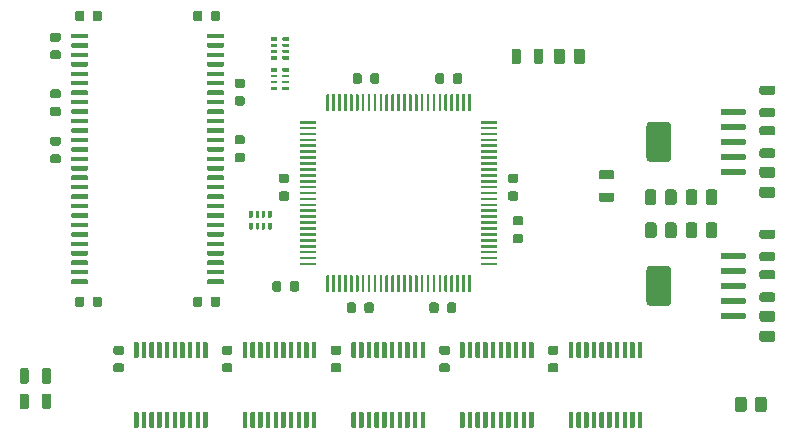
<source format=gtp>
G04 #@! TF.GenerationSoftware,KiCad,Pcbnew,(5.1.5-0-10_14)*
G04 #@! TF.CreationDate,2020-04-11T18:00:11-04:00*
G04 #@! TF.ProjectId,RAM2E,52414d32-452e-46b6-9963-61645f706362,rev?*
G04 #@! TF.SameCoordinates,Original*
G04 #@! TF.FileFunction,Paste,Top*
G04 #@! TF.FilePolarity,Positive*
%FSLAX46Y46*%
G04 Gerber Fmt 4.6, Leading zero omitted, Abs format (unit mm)*
G04 Created by KiCad (PCBNEW (5.1.5-0-10_14)) date 2020-04-11 18:00:11*
%MOMM*%
%LPD*%
G04 APERTURE LIST*
%ADD10C,0.100000*%
G04 APERTURE END LIST*
D10*
G36*
X266817312Y-110839272D02*
G01*
X266840945Y-110842778D01*
X266864120Y-110848583D01*
X266886614Y-110856632D01*
X266908212Y-110866846D01*
X266928704Y-110879129D01*
X266947893Y-110893361D01*
X266965595Y-110909405D01*
X266981639Y-110927107D01*
X266995871Y-110946296D01*
X267008154Y-110966788D01*
X267018368Y-110988386D01*
X267026417Y-111010880D01*
X267032222Y-111034055D01*
X267035728Y-111057688D01*
X267036900Y-111081550D01*
X267036900Y-111918450D01*
X267035728Y-111942312D01*
X267032222Y-111965945D01*
X267026417Y-111989120D01*
X267018368Y-112011614D01*
X267008154Y-112033212D01*
X266995871Y-112053704D01*
X266981639Y-112072893D01*
X266965595Y-112090595D01*
X266947893Y-112106639D01*
X266928704Y-112120871D01*
X266908212Y-112133154D01*
X266886614Y-112143368D01*
X266864120Y-112151417D01*
X266840945Y-112157222D01*
X266817312Y-112160728D01*
X266793450Y-112161900D01*
X266306550Y-112161900D01*
X266282688Y-112160728D01*
X266259055Y-112157222D01*
X266235880Y-112151417D01*
X266213386Y-112143368D01*
X266191788Y-112133154D01*
X266171296Y-112120871D01*
X266152107Y-112106639D01*
X266134405Y-112090595D01*
X266118361Y-112072893D01*
X266104129Y-112053704D01*
X266091846Y-112033212D01*
X266081632Y-112011614D01*
X266073583Y-111989120D01*
X266067778Y-111965945D01*
X266064272Y-111942312D01*
X266063100Y-111918450D01*
X266063100Y-111081550D01*
X266064272Y-111057688D01*
X266067778Y-111034055D01*
X266073583Y-111010880D01*
X266081632Y-110988386D01*
X266091846Y-110966788D01*
X266104129Y-110946296D01*
X266118361Y-110927107D01*
X266134405Y-110909405D01*
X266152107Y-110893361D01*
X266171296Y-110879129D01*
X266191788Y-110866846D01*
X266213386Y-110856632D01*
X266235880Y-110848583D01*
X266259055Y-110842778D01*
X266282688Y-110839272D01*
X266306550Y-110838100D01*
X266793450Y-110838100D01*
X266817312Y-110839272D01*
G37*
G36*
X265117312Y-110839272D02*
G01*
X265140945Y-110842778D01*
X265164120Y-110848583D01*
X265186614Y-110856632D01*
X265208212Y-110866846D01*
X265228704Y-110879129D01*
X265247893Y-110893361D01*
X265265595Y-110909405D01*
X265281639Y-110927107D01*
X265295871Y-110946296D01*
X265308154Y-110966788D01*
X265318368Y-110988386D01*
X265326417Y-111010880D01*
X265332222Y-111034055D01*
X265335728Y-111057688D01*
X265336900Y-111081550D01*
X265336900Y-111918450D01*
X265335728Y-111942312D01*
X265332222Y-111965945D01*
X265326417Y-111989120D01*
X265318368Y-112011614D01*
X265308154Y-112033212D01*
X265295871Y-112053704D01*
X265281639Y-112072893D01*
X265265595Y-112090595D01*
X265247893Y-112106639D01*
X265228704Y-112120871D01*
X265208212Y-112133154D01*
X265186614Y-112143368D01*
X265164120Y-112151417D01*
X265140945Y-112157222D01*
X265117312Y-112160728D01*
X265093450Y-112161900D01*
X264606550Y-112161900D01*
X264582688Y-112160728D01*
X264559055Y-112157222D01*
X264535880Y-112151417D01*
X264513386Y-112143368D01*
X264491788Y-112133154D01*
X264471296Y-112120871D01*
X264452107Y-112106639D01*
X264434405Y-112090595D01*
X264418361Y-112072893D01*
X264404129Y-112053704D01*
X264391846Y-112033212D01*
X264381632Y-112011614D01*
X264373583Y-111989120D01*
X264367778Y-111965945D01*
X264364272Y-111942312D01*
X264363100Y-111918450D01*
X264363100Y-111081550D01*
X264364272Y-111057688D01*
X264367778Y-111034055D01*
X264373583Y-111010880D01*
X264381632Y-110988386D01*
X264391846Y-110966788D01*
X264404129Y-110946296D01*
X264418361Y-110927107D01*
X264434405Y-110909405D01*
X264452107Y-110893361D01*
X264471296Y-110879129D01*
X264491788Y-110866846D01*
X264513386Y-110856632D01*
X264535880Y-110848583D01*
X264559055Y-110842778D01*
X264582688Y-110839272D01*
X264606550Y-110838100D01*
X265093450Y-110838100D01*
X265117312Y-110839272D01*
G37*
G36*
X255625312Y-96113272D02*
G01*
X255648945Y-96116778D01*
X255672120Y-96122583D01*
X255694614Y-96130632D01*
X255716212Y-96140846D01*
X255736704Y-96153129D01*
X255755893Y-96167361D01*
X255773595Y-96183405D01*
X255789639Y-96201107D01*
X255803871Y-96220296D01*
X255816154Y-96240788D01*
X255826368Y-96262386D01*
X255834417Y-96284880D01*
X255840222Y-96308055D01*
X255843728Y-96331688D01*
X255844900Y-96355550D01*
X255844900Y-97192450D01*
X255843728Y-97216312D01*
X255840222Y-97239945D01*
X255834417Y-97263120D01*
X255826368Y-97285614D01*
X255816154Y-97307212D01*
X255803871Y-97327704D01*
X255789639Y-97346893D01*
X255773595Y-97364595D01*
X255755893Y-97380639D01*
X255736704Y-97394871D01*
X255716212Y-97407154D01*
X255694614Y-97417368D01*
X255672120Y-97425417D01*
X255648945Y-97431222D01*
X255625312Y-97434728D01*
X255601450Y-97435900D01*
X255114550Y-97435900D01*
X255090688Y-97434728D01*
X255067055Y-97431222D01*
X255043880Y-97425417D01*
X255021386Y-97417368D01*
X254999788Y-97407154D01*
X254979296Y-97394871D01*
X254960107Y-97380639D01*
X254942405Y-97364595D01*
X254926361Y-97346893D01*
X254912129Y-97327704D01*
X254899846Y-97307212D01*
X254889632Y-97285614D01*
X254881583Y-97263120D01*
X254875778Y-97239945D01*
X254872272Y-97216312D01*
X254871100Y-97192450D01*
X254871100Y-96355550D01*
X254872272Y-96331688D01*
X254875778Y-96308055D01*
X254881583Y-96284880D01*
X254889632Y-96262386D01*
X254899846Y-96240788D01*
X254912129Y-96220296D01*
X254926361Y-96201107D01*
X254942405Y-96183405D01*
X254960107Y-96167361D01*
X254979296Y-96153129D01*
X254999788Y-96140846D01*
X255021386Y-96130632D01*
X255043880Y-96122583D01*
X255067055Y-96116778D01*
X255090688Y-96113272D01*
X255114550Y-96112100D01*
X255601450Y-96112100D01*
X255625312Y-96113272D01*
G37*
G36*
X253925312Y-96113272D02*
G01*
X253948945Y-96116778D01*
X253972120Y-96122583D01*
X253994614Y-96130632D01*
X254016212Y-96140846D01*
X254036704Y-96153129D01*
X254055893Y-96167361D01*
X254073595Y-96183405D01*
X254089639Y-96201107D01*
X254103871Y-96220296D01*
X254116154Y-96240788D01*
X254126368Y-96262386D01*
X254134417Y-96284880D01*
X254140222Y-96308055D01*
X254143728Y-96331688D01*
X254144900Y-96355550D01*
X254144900Y-97192450D01*
X254143728Y-97216312D01*
X254140222Y-97239945D01*
X254134417Y-97263120D01*
X254126368Y-97285614D01*
X254116154Y-97307212D01*
X254103871Y-97327704D01*
X254089639Y-97346893D01*
X254073595Y-97364595D01*
X254055893Y-97380639D01*
X254036704Y-97394871D01*
X254016212Y-97407154D01*
X253994614Y-97417368D01*
X253972120Y-97425417D01*
X253948945Y-97431222D01*
X253925312Y-97434728D01*
X253901450Y-97435900D01*
X253414550Y-97435900D01*
X253390688Y-97434728D01*
X253367055Y-97431222D01*
X253343880Y-97425417D01*
X253321386Y-97417368D01*
X253299788Y-97407154D01*
X253279296Y-97394871D01*
X253260107Y-97380639D01*
X253242405Y-97364595D01*
X253226361Y-97346893D01*
X253212129Y-97327704D01*
X253199846Y-97307212D01*
X253189632Y-97285614D01*
X253181583Y-97263120D01*
X253175778Y-97239945D01*
X253172272Y-97216312D01*
X253171100Y-97192450D01*
X253171100Y-96355550D01*
X253172272Y-96331688D01*
X253175778Y-96308055D01*
X253181583Y-96284880D01*
X253189632Y-96262386D01*
X253199846Y-96240788D01*
X253212129Y-96220296D01*
X253226361Y-96201107D01*
X253242405Y-96183405D01*
X253260107Y-96167361D01*
X253279296Y-96153129D01*
X253299788Y-96140846D01*
X253321386Y-96130632D01*
X253343880Y-96122583D01*
X253367055Y-96116778D01*
X253390688Y-96113272D01*
X253414550Y-96112100D01*
X253901450Y-96112100D01*
X253925312Y-96113272D01*
G37*
G36*
X269292312Y-125577272D02*
G01*
X269315945Y-125580778D01*
X269339120Y-125586583D01*
X269361614Y-125594632D01*
X269383212Y-125604846D01*
X269403704Y-125617129D01*
X269422893Y-125631361D01*
X269440595Y-125647405D01*
X269456639Y-125665107D01*
X269470871Y-125684296D01*
X269483154Y-125704788D01*
X269493368Y-125726386D01*
X269501417Y-125748880D01*
X269507222Y-125772055D01*
X269510728Y-125795688D01*
X269511900Y-125819550D01*
X269511900Y-126656450D01*
X269510728Y-126680312D01*
X269507222Y-126703945D01*
X269501417Y-126727120D01*
X269493368Y-126749614D01*
X269483154Y-126771212D01*
X269470871Y-126791704D01*
X269456639Y-126810893D01*
X269440595Y-126828595D01*
X269422893Y-126844639D01*
X269403704Y-126858871D01*
X269383212Y-126871154D01*
X269361614Y-126881368D01*
X269339120Y-126889417D01*
X269315945Y-126895222D01*
X269292312Y-126898728D01*
X269268450Y-126899900D01*
X268781550Y-126899900D01*
X268757688Y-126898728D01*
X268734055Y-126895222D01*
X268710880Y-126889417D01*
X268688386Y-126881368D01*
X268666788Y-126871154D01*
X268646296Y-126858871D01*
X268627107Y-126844639D01*
X268609405Y-126828595D01*
X268593361Y-126810893D01*
X268579129Y-126791704D01*
X268566846Y-126771212D01*
X268556632Y-126749614D01*
X268548583Y-126727120D01*
X268542778Y-126703945D01*
X268539272Y-126680312D01*
X268538100Y-126656450D01*
X268538100Y-125819550D01*
X268539272Y-125795688D01*
X268542778Y-125772055D01*
X268548583Y-125748880D01*
X268556632Y-125726386D01*
X268566846Y-125704788D01*
X268579129Y-125684296D01*
X268593361Y-125665107D01*
X268609405Y-125647405D01*
X268627107Y-125631361D01*
X268646296Y-125617129D01*
X268666788Y-125604846D01*
X268688386Y-125594632D01*
X268710880Y-125586583D01*
X268734055Y-125580778D01*
X268757688Y-125577272D01*
X268781550Y-125576100D01*
X269268450Y-125576100D01*
X269292312Y-125577272D01*
G37*
G36*
X270992312Y-125577272D02*
G01*
X271015945Y-125580778D01*
X271039120Y-125586583D01*
X271061614Y-125594632D01*
X271083212Y-125604846D01*
X271103704Y-125617129D01*
X271122893Y-125631361D01*
X271140595Y-125647405D01*
X271156639Y-125665107D01*
X271170871Y-125684296D01*
X271183154Y-125704788D01*
X271193368Y-125726386D01*
X271201417Y-125748880D01*
X271207222Y-125772055D01*
X271210728Y-125795688D01*
X271211900Y-125819550D01*
X271211900Y-126656450D01*
X271210728Y-126680312D01*
X271207222Y-126703945D01*
X271201417Y-126727120D01*
X271193368Y-126749614D01*
X271183154Y-126771212D01*
X271170871Y-126791704D01*
X271156639Y-126810893D01*
X271140595Y-126828595D01*
X271122893Y-126844639D01*
X271103704Y-126858871D01*
X271083212Y-126871154D01*
X271061614Y-126881368D01*
X271039120Y-126889417D01*
X271015945Y-126895222D01*
X270992312Y-126898728D01*
X270968450Y-126899900D01*
X270481550Y-126899900D01*
X270457688Y-126898728D01*
X270434055Y-126895222D01*
X270410880Y-126889417D01*
X270388386Y-126881368D01*
X270366788Y-126871154D01*
X270346296Y-126858871D01*
X270327107Y-126844639D01*
X270309405Y-126828595D01*
X270293361Y-126810893D01*
X270279129Y-126791704D01*
X270266846Y-126771212D01*
X270256632Y-126749614D01*
X270248583Y-126727120D01*
X270242778Y-126703945D01*
X270239272Y-126680312D01*
X270238100Y-126656450D01*
X270238100Y-125819550D01*
X270239272Y-125795688D01*
X270242778Y-125772055D01*
X270248583Y-125748880D01*
X270256632Y-125726386D01*
X270266846Y-125704788D01*
X270279129Y-125684296D01*
X270293361Y-125665107D01*
X270309405Y-125647405D01*
X270327107Y-125631361D01*
X270346296Y-125617129D01*
X270366788Y-125604846D01*
X270388386Y-125594632D01*
X270410880Y-125586583D01*
X270434055Y-125580778D01*
X270457688Y-125577272D01*
X270481550Y-125576100D01*
X270968450Y-125576100D01*
X270992312Y-125577272D01*
G37*
G36*
X266817312Y-108039272D02*
G01*
X266840945Y-108042778D01*
X266864120Y-108048583D01*
X266886614Y-108056632D01*
X266908212Y-108066846D01*
X266928704Y-108079129D01*
X266947893Y-108093361D01*
X266965595Y-108109405D01*
X266981639Y-108127107D01*
X266995871Y-108146296D01*
X267008154Y-108166788D01*
X267018368Y-108188386D01*
X267026417Y-108210880D01*
X267032222Y-108234055D01*
X267035728Y-108257688D01*
X267036900Y-108281550D01*
X267036900Y-109118450D01*
X267035728Y-109142312D01*
X267032222Y-109165945D01*
X267026417Y-109189120D01*
X267018368Y-109211614D01*
X267008154Y-109233212D01*
X266995871Y-109253704D01*
X266981639Y-109272893D01*
X266965595Y-109290595D01*
X266947893Y-109306639D01*
X266928704Y-109320871D01*
X266908212Y-109333154D01*
X266886614Y-109343368D01*
X266864120Y-109351417D01*
X266840945Y-109357222D01*
X266817312Y-109360728D01*
X266793450Y-109361900D01*
X266306550Y-109361900D01*
X266282688Y-109360728D01*
X266259055Y-109357222D01*
X266235880Y-109351417D01*
X266213386Y-109343368D01*
X266191788Y-109333154D01*
X266171296Y-109320871D01*
X266152107Y-109306639D01*
X266134405Y-109290595D01*
X266118361Y-109272893D01*
X266104129Y-109253704D01*
X266091846Y-109233212D01*
X266081632Y-109211614D01*
X266073583Y-109189120D01*
X266067778Y-109165945D01*
X266064272Y-109142312D01*
X266063100Y-109118450D01*
X266063100Y-108281550D01*
X266064272Y-108257688D01*
X266067778Y-108234055D01*
X266073583Y-108210880D01*
X266081632Y-108188386D01*
X266091846Y-108166788D01*
X266104129Y-108146296D01*
X266118361Y-108127107D01*
X266134405Y-108109405D01*
X266152107Y-108093361D01*
X266171296Y-108079129D01*
X266191788Y-108066846D01*
X266213386Y-108056632D01*
X266235880Y-108048583D01*
X266259055Y-108042778D01*
X266282688Y-108039272D01*
X266306550Y-108038100D01*
X266793450Y-108038100D01*
X266817312Y-108039272D01*
G37*
G36*
X265117312Y-108039272D02*
G01*
X265140945Y-108042778D01*
X265164120Y-108048583D01*
X265186614Y-108056632D01*
X265208212Y-108066846D01*
X265228704Y-108079129D01*
X265247893Y-108093361D01*
X265265595Y-108109405D01*
X265281639Y-108127107D01*
X265295871Y-108146296D01*
X265308154Y-108166788D01*
X265318368Y-108188386D01*
X265326417Y-108210880D01*
X265332222Y-108234055D01*
X265335728Y-108257688D01*
X265336900Y-108281550D01*
X265336900Y-109118450D01*
X265335728Y-109142312D01*
X265332222Y-109165945D01*
X265326417Y-109189120D01*
X265318368Y-109211614D01*
X265308154Y-109233212D01*
X265295871Y-109253704D01*
X265281639Y-109272893D01*
X265265595Y-109290595D01*
X265247893Y-109306639D01*
X265228704Y-109320871D01*
X265208212Y-109333154D01*
X265186614Y-109343368D01*
X265164120Y-109351417D01*
X265140945Y-109357222D01*
X265117312Y-109360728D01*
X265093450Y-109361900D01*
X264606550Y-109361900D01*
X264582688Y-109360728D01*
X264559055Y-109357222D01*
X264535880Y-109351417D01*
X264513386Y-109343368D01*
X264491788Y-109333154D01*
X264471296Y-109320871D01*
X264452107Y-109306639D01*
X264434405Y-109290595D01*
X264418361Y-109272893D01*
X264404129Y-109253704D01*
X264391846Y-109233212D01*
X264381632Y-109211614D01*
X264373583Y-109189120D01*
X264367778Y-109165945D01*
X264364272Y-109142312D01*
X264363100Y-109118450D01*
X264363100Y-108281550D01*
X264364272Y-108257688D01*
X264367778Y-108234055D01*
X264373583Y-108210880D01*
X264381632Y-108188386D01*
X264391846Y-108166788D01*
X264404129Y-108146296D01*
X264418361Y-108127107D01*
X264434405Y-108109405D01*
X264452107Y-108093361D01*
X264471296Y-108079129D01*
X264491788Y-108066846D01*
X264513386Y-108056632D01*
X264535880Y-108048583D01*
X264559055Y-108042778D01*
X264582688Y-108039272D01*
X264606550Y-108038100D01*
X265093450Y-108038100D01*
X265117312Y-108039272D01*
G37*
G36*
X263372312Y-110839272D02*
G01*
X263395945Y-110842778D01*
X263419120Y-110848583D01*
X263441614Y-110856632D01*
X263463212Y-110866846D01*
X263483704Y-110879129D01*
X263502893Y-110893361D01*
X263520595Y-110909405D01*
X263536639Y-110927107D01*
X263550871Y-110946296D01*
X263563154Y-110966788D01*
X263573368Y-110988386D01*
X263581417Y-111010880D01*
X263587222Y-111034055D01*
X263590728Y-111057688D01*
X263591900Y-111081550D01*
X263591900Y-111918450D01*
X263590728Y-111942312D01*
X263587222Y-111965945D01*
X263581417Y-111989120D01*
X263573368Y-112011614D01*
X263563154Y-112033212D01*
X263550871Y-112053704D01*
X263536639Y-112072893D01*
X263520595Y-112090595D01*
X263502893Y-112106639D01*
X263483704Y-112120871D01*
X263463212Y-112133154D01*
X263441614Y-112143368D01*
X263419120Y-112151417D01*
X263395945Y-112157222D01*
X263372312Y-112160728D01*
X263348450Y-112161900D01*
X262861550Y-112161900D01*
X262837688Y-112160728D01*
X262814055Y-112157222D01*
X262790880Y-112151417D01*
X262768386Y-112143368D01*
X262746788Y-112133154D01*
X262726296Y-112120871D01*
X262707107Y-112106639D01*
X262689405Y-112090595D01*
X262673361Y-112072893D01*
X262659129Y-112053704D01*
X262646846Y-112033212D01*
X262636632Y-112011614D01*
X262628583Y-111989120D01*
X262622778Y-111965945D01*
X262619272Y-111942312D01*
X262618100Y-111918450D01*
X262618100Y-111081550D01*
X262619272Y-111057688D01*
X262622778Y-111034055D01*
X262628583Y-111010880D01*
X262636632Y-110988386D01*
X262646846Y-110966788D01*
X262659129Y-110946296D01*
X262673361Y-110927107D01*
X262689405Y-110909405D01*
X262707107Y-110893361D01*
X262726296Y-110879129D01*
X262746788Y-110866846D01*
X262768386Y-110856632D01*
X262790880Y-110848583D01*
X262814055Y-110842778D01*
X262837688Y-110839272D01*
X262861550Y-110838100D01*
X263348450Y-110838100D01*
X263372312Y-110839272D01*
G37*
G36*
X261672312Y-110839272D02*
G01*
X261695945Y-110842778D01*
X261719120Y-110848583D01*
X261741614Y-110856632D01*
X261763212Y-110866846D01*
X261783704Y-110879129D01*
X261802893Y-110893361D01*
X261820595Y-110909405D01*
X261836639Y-110927107D01*
X261850871Y-110946296D01*
X261863154Y-110966788D01*
X261873368Y-110988386D01*
X261881417Y-111010880D01*
X261887222Y-111034055D01*
X261890728Y-111057688D01*
X261891900Y-111081550D01*
X261891900Y-111918450D01*
X261890728Y-111942312D01*
X261887222Y-111965945D01*
X261881417Y-111989120D01*
X261873368Y-112011614D01*
X261863154Y-112033212D01*
X261850871Y-112053704D01*
X261836639Y-112072893D01*
X261820595Y-112090595D01*
X261802893Y-112106639D01*
X261783704Y-112120871D01*
X261763212Y-112133154D01*
X261741614Y-112143368D01*
X261719120Y-112151417D01*
X261695945Y-112157222D01*
X261672312Y-112160728D01*
X261648450Y-112161900D01*
X261161550Y-112161900D01*
X261137688Y-112160728D01*
X261114055Y-112157222D01*
X261090880Y-112151417D01*
X261068386Y-112143368D01*
X261046788Y-112133154D01*
X261026296Y-112120871D01*
X261007107Y-112106639D01*
X260989405Y-112090595D01*
X260973361Y-112072893D01*
X260959129Y-112053704D01*
X260946846Y-112033212D01*
X260936632Y-112011614D01*
X260928583Y-111989120D01*
X260922778Y-111965945D01*
X260919272Y-111942312D01*
X260918100Y-111918450D01*
X260918100Y-111081550D01*
X260919272Y-111057688D01*
X260922778Y-111034055D01*
X260928583Y-111010880D01*
X260936632Y-110988386D01*
X260946846Y-110966788D01*
X260959129Y-110946296D01*
X260973361Y-110927107D01*
X260989405Y-110909405D01*
X261007107Y-110893361D01*
X261026296Y-110879129D01*
X261046788Y-110866846D01*
X261068386Y-110856632D01*
X261090880Y-110848583D01*
X261114055Y-110842778D01*
X261137688Y-110839272D01*
X261161550Y-110838100D01*
X261648450Y-110838100D01*
X261672312Y-110839272D01*
G37*
G36*
X263367312Y-108039272D02*
G01*
X263390945Y-108042778D01*
X263414120Y-108048583D01*
X263436614Y-108056632D01*
X263458212Y-108066846D01*
X263478704Y-108079129D01*
X263497893Y-108093361D01*
X263515595Y-108109405D01*
X263531639Y-108127107D01*
X263545871Y-108146296D01*
X263558154Y-108166788D01*
X263568368Y-108188386D01*
X263576417Y-108210880D01*
X263582222Y-108234055D01*
X263585728Y-108257688D01*
X263586900Y-108281550D01*
X263586900Y-109118450D01*
X263585728Y-109142312D01*
X263582222Y-109165945D01*
X263576417Y-109189120D01*
X263568368Y-109211614D01*
X263558154Y-109233212D01*
X263545871Y-109253704D01*
X263531639Y-109272893D01*
X263515595Y-109290595D01*
X263497893Y-109306639D01*
X263478704Y-109320871D01*
X263458212Y-109333154D01*
X263436614Y-109343368D01*
X263414120Y-109351417D01*
X263390945Y-109357222D01*
X263367312Y-109360728D01*
X263343450Y-109361900D01*
X262856550Y-109361900D01*
X262832688Y-109360728D01*
X262809055Y-109357222D01*
X262785880Y-109351417D01*
X262763386Y-109343368D01*
X262741788Y-109333154D01*
X262721296Y-109320871D01*
X262702107Y-109306639D01*
X262684405Y-109290595D01*
X262668361Y-109272893D01*
X262654129Y-109253704D01*
X262641846Y-109233212D01*
X262631632Y-109211614D01*
X262623583Y-109189120D01*
X262617778Y-109165945D01*
X262614272Y-109142312D01*
X262613100Y-109118450D01*
X262613100Y-108281550D01*
X262614272Y-108257688D01*
X262617778Y-108234055D01*
X262623583Y-108210880D01*
X262631632Y-108188386D01*
X262641846Y-108166788D01*
X262654129Y-108146296D01*
X262668361Y-108127107D01*
X262684405Y-108109405D01*
X262702107Y-108093361D01*
X262721296Y-108079129D01*
X262741788Y-108066846D01*
X262763386Y-108056632D01*
X262785880Y-108048583D01*
X262809055Y-108042778D01*
X262832688Y-108039272D01*
X262856550Y-108038100D01*
X263343450Y-108038100D01*
X263367312Y-108039272D01*
G37*
G36*
X261667312Y-108039272D02*
G01*
X261690945Y-108042778D01*
X261714120Y-108048583D01*
X261736614Y-108056632D01*
X261758212Y-108066846D01*
X261778704Y-108079129D01*
X261797893Y-108093361D01*
X261815595Y-108109405D01*
X261831639Y-108127107D01*
X261845871Y-108146296D01*
X261858154Y-108166788D01*
X261868368Y-108188386D01*
X261876417Y-108210880D01*
X261882222Y-108234055D01*
X261885728Y-108257688D01*
X261886900Y-108281550D01*
X261886900Y-109118450D01*
X261885728Y-109142312D01*
X261882222Y-109165945D01*
X261876417Y-109189120D01*
X261868368Y-109211614D01*
X261858154Y-109233212D01*
X261845871Y-109253704D01*
X261831639Y-109272893D01*
X261815595Y-109290595D01*
X261797893Y-109306639D01*
X261778704Y-109320871D01*
X261758212Y-109333154D01*
X261736614Y-109343368D01*
X261714120Y-109351417D01*
X261690945Y-109357222D01*
X261667312Y-109360728D01*
X261643450Y-109361900D01*
X261156550Y-109361900D01*
X261132688Y-109360728D01*
X261109055Y-109357222D01*
X261085880Y-109351417D01*
X261063386Y-109343368D01*
X261041788Y-109333154D01*
X261021296Y-109320871D01*
X261002107Y-109306639D01*
X260984405Y-109290595D01*
X260968361Y-109272893D01*
X260954129Y-109253704D01*
X260941846Y-109233212D01*
X260931632Y-109211614D01*
X260923583Y-109189120D01*
X260917778Y-109165945D01*
X260914272Y-109142312D01*
X260913100Y-109118450D01*
X260913100Y-108281550D01*
X260914272Y-108257688D01*
X260917778Y-108234055D01*
X260923583Y-108210880D01*
X260931632Y-108188386D01*
X260941846Y-108166788D01*
X260954129Y-108146296D01*
X260968361Y-108127107D01*
X260984405Y-108109405D01*
X261002107Y-108093361D01*
X261021296Y-108079129D01*
X261041788Y-108066846D01*
X261063386Y-108056632D01*
X261085880Y-108048583D01*
X261109055Y-108042778D01*
X261132688Y-108039272D01*
X261156550Y-108038100D01*
X261643450Y-108038100D01*
X261667312Y-108039272D01*
G37*
G36*
X271714312Y-119998272D02*
G01*
X271737945Y-120001778D01*
X271761120Y-120007583D01*
X271783614Y-120015632D01*
X271805212Y-120025846D01*
X271825704Y-120038129D01*
X271844893Y-120052361D01*
X271862595Y-120068405D01*
X271878639Y-120086107D01*
X271892871Y-120105296D01*
X271905154Y-120125788D01*
X271915368Y-120147386D01*
X271923417Y-120169880D01*
X271929222Y-120193055D01*
X271932728Y-120216688D01*
X271933900Y-120240550D01*
X271933900Y-120727450D01*
X271932728Y-120751312D01*
X271929222Y-120774945D01*
X271923417Y-120798120D01*
X271915368Y-120820614D01*
X271905154Y-120842212D01*
X271892871Y-120862704D01*
X271878639Y-120881893D01*
X271862595Y-120899595D01*
X271844893Y-120915639D01*
X271825704Y-120929871D01*
X271805212Y-120942154D01*
X271783614Y-120952368D01*
X271761120Y-120960417D01*
X271737945Y-120966222D01*
X271714312Y-120969728D01*
X271690450Y-120970900D01*
X270853550Y-120970900D01*
X270829688Y-120969728D01*
X270806055Y-120966222D01*
X270782880Y-120960417D01*
X270760386Y-120952368D01*
X270738788Y-120942154D01*
X270718296Y-120929871D01*
X270699107Y-120915639D01*
X270681405Y-120899595D01*
X270665361Y-120881893D01*
X270651129Y-120862704D01*
X270638846Y-120842212D01*
X270628632Y-120820614D01*
X270620583Y-120798120D01*
X270614778Y-120774945D01*
X270611272Y-120751312D01*
X270610100Y-120727450D01*
X270610100Y-120240550D01*
X270611272Y-120216688D01*
X270614778Y-120193055D01*
X270620583Y-120169880D01*
X270628632Y-120147386D01*
X270638846Y-120125788D01*
X270651129Y-120105296D01*
X270665361Y-120086107D01*
X270681405Y-120068405D01*
X270699107Y-120052361D01*
X270718296Y-120038129D01*
X270738788Y-120025846D01*
X270760386Y-120015632D01*
X270782880Y-120007583D01*
X270806055Y-120001778D01*
X270829688Y-119998272D01*
X270853550Y-119997100D01*
X271690450Y-119997100D01*
X271714312Y-119998272D01*
G37*
G36*
X271714312Y-118298272D02*
G01*
X271737945Y-118301778D01*
X271761120Y-118307583D01*
X271783614Y-118315632D01*
X271805212Y-118325846D01*
X271825704Y-118338129D01*
X271844893Y-118352361D01*
X271862595Y-118368405D01*
X271878639Y-118386107D01*
X271892871Y-118405296D01*
X271905154Y-118425788D01*
X271915368Y-118447386D01*
X271923417Y-118469880D01*
X271929222Y-118493055D01*
X271932728Y-118516688D01*
X271933900Y-118540550D01*
X271933900Y-119027450D01*
X271932728Y-119051312D01*
X271929222Y-119074945D01*
X271923417Y-119098120D01*
X271915368Y-119120614D01*
X271905154Y-119142212D01*
X271892871Y-119162704D01*
X271878639Y-119181893D01*
X271862595Y-119199595D01*
X271844893Y-119215639D01*
X271825704Y-119229871D01*
X271805212Y-119242154D01*
X271783614Y-119252368D01*
X271761120Y-119260417D01*
X271737945Y-119266222D01*
X271714312Y-119269728D01*
X271690450Y-119270900D01*
X270853550Y-119270900D01*
X270829688Y-119269728D01*
X270806055Y-119266222D01*
X270782880Y-119260417D01*
X270760386Y-119252368D01*
X270738788Y-119242154D01*
X270718296Y-119229871D01*
X270699107Y-119215639D01*
X270681405Y-119199595D01*
X270665361Y-119181893D01*
X270651129Y-119162704D01*
X270638846Y-119142212D01*
X270628632Y-119120614D01*
X270620583Y-119098120D01*
X270614778Y-119074945D01*
X270611272Y-119051312D01*
X270610100Y-119027450D01*
X270610100Y-118540550D01*
X270611272Y-118516688D01*
X270614778Y-118493055D01*
X270620583Y-118469880D01*
X270628632Y-118447386D01*
X270638846Y-118425788D01*
X270651129Y-118405296D01*
X270665361Y-118386107D01*
X270681405Y-118368405D01*
X270699107Y-118352361D01*
X270718296Y-118338129D01*
X270738788Y-118325846D01*
X270760386Y-118315632D01*
X270782880Y-118307583D01*
X270806055Y-118301778D01*
X270829688Y-118298272D01*
X270853550Y-118297100D01*
X271690450Y-118297100D01*
X271714312Y-118298272D01*
G37*
G36*
X271714312Y-107806272D02*
G01*
X271737945Y-107809778D01*
X271761120Y-107815583D01*
X271783614Y-107823632D01*
X271805212Y-107833846D01*
X271825704Y-107846129D01*
X271844893Y-107860361D01*
X271862595Y-107876405D01*
X271878639Y-107894107D01*
X271892871Y-107913296D01*
X271905154Y-107933788D01*
X271915368Y-107955386D01*
X271923417Y-107977880D01*
X271929222Y-108001055D01*
X271932728Y-108024688D01*
X271933900Y-108048550D01*
X271933900Y-108535450D01*
X271932728Y-108559312D01*
X271929222Y-108582945D01*
X271923417Y-108606120D01*
X271915368Y-108628614D01*
X271905154Y-108650212D01*
X271892871Y-108670704D01*
X271878639Y-108689893D01*
X271862595Y-108707595D01*
X271844893Y-108723639D01*
X271825704Y-108737871D01*
X271805212Y-108750154D01*
X271783614Y-108760368D01*
X271761120Y-108768417D01*
X271737945Y-108774222D01*
X271714312Y-108777728D01*
X271690450Y-108778900D01*
X270853550Y-108778900D01*
X270829688Y-108777728D01*
X270806055Y-108774222D01*
X270782880Y-108768417D01*
X270760386Y-108760368D01*
X270738788Y-108750154D01*
X270718296Y-108737871D01*
X270699107Y-108723639D01*
X270681405Y-108707595D01*
X270665361Y-108689893D01*
X270651129Y-108670704D01*
X270638846Y-108650212D01*
X270628632Y-108628614D01*
X270620583Y-108606120D01*
X270614778Y-108582945D01*
X270611272Y-108559312D01*
X270610100Y-108535450D01*
X270610100Y-108048550D01*
X270611272Y-108024688D01*
X270614778Y-108001055D01*
X270620583Y-107977880D01*
X270628632Y-107955386D01*
X270638846Y-107933788D01*
X270651129Y-107913296D01*
X270665361Y-107894107D01*
X270681405Y-107876405D01*
X270699107Y-107860361D01*
X270718296Y-107846129D01*
X270738788Y-107833846D01*
X270760386Y-107823632D01*
X270782880Y-107815583D01*
X270806055Y-107809778D01*
X270829688Y-107806272D01*
X270853550Y-107805100D01*
X271690450Y-107805100D01*
X271714312Y-107806272D01*
G37*
G36*
X271714312Y-106106272D02*
G01*
X271737945Y-106109778D01*
X271761120Y-106115583D01*
X271783614Y-106123632D01*
X271805212Y-106133846D01*
X271825704Y-106146129D01*
X271844893Y-106160361D01*
X271862595Y-106176405D01*
X271878639Y-106194107D01*
X271892871Y-106213296D01*
X271905154Y-106233788D01*
X271915368Y-106255386D01*
X271923417Y-106277880D01*
X271929222Y-106301055D01*
X271932728Y-106324688D01*
X271933900Y-106348550D01*
X271933900Y-106835450D01*
X271932728Y-106859312D01*
X271929222Y-106882945D01*
X271923417Y-106906120D01*
X271915368Y-106928614D01*
X271905154Y-106950212D01*
X271892871Y-106970704D01*
X271878639Y-106989893D01*
X271862595Y-107007595D01*
X271844893Y-107023639D01*
X271825704Y-107037871D01*
X271805212Y-107050154D01*
X271783614Y-107060368D01*
X271761120Y-107068417D01*
X271737945Y-107074222D01*
X271714312Y-107077728D01*
X271690450Y-107078900D01*
X270853550Y-107078900D01*
X270829688Y-107077728D01*
X270806055Y-107074222D01*
X270782880Y-107068417D01*
X270760386Y-107060368D01*
X270738788Y-107050154D01*
X270718296Y-107037871D01*
X270699107Y-107023639D01*
X270681405Y-107007595D01*
X270665361Y-106989893D01*
X270651129Y-106970704D01*
X270638846Y-106950212D01*
X270628632Y-106928614D01*
X270620583Y-106906120D01*
X270614778Y-106882945D01*
X270611272Y-106859312D01*
X270610100Y-106835450D01*
X270610100Y-106348550D01*
X270611272Y-106324688D01*
X270614778Y-106301055D01*
X270620583Y-106277880D01*
X270628632Y-106255386D01*
X270638846Y-106233788D01*
X270651129Y-106213296D01*
X270665361Y-106194107D01*
X270681405Y-106176405D01*
X270699107Y-106160361D01*
X270718296Y-106146129D01*
X270738788Y-106133846D01*
X270760386Y-106123632D01*
X270782880Y-106115583D01*
X270806055Y-106109778D01*
X270829688Y-106106272D01*
X270853550Y-106105100D01*
X271690450Y-106105100D01*
X271714312Y-106106272D01*
G37*
G36*
X250214411Y-96113032D02*
G01*
X250233190Y-96115817D01*
X250251606Y-96120430D01*
X250269480Y-96126826D01*
X250286642Y-96134942D01*
X250302925Y-96144702D01*
X250318173Y-96156011D01*
X250332240Y-96168760D01*
X250344989Y-96182827D01*
X250356298Y-96198075D01*
X250366058Y-96214358D01*
X250374174Y-96231520D01*
X250380570Y-96249394D01*
X250385183Y-96267810D01*
X250387968Y-96286589D01*
X250388900Y-96305550D01*
X250388900Y-97242450D01*
X250387968Y-97261411D01*
X250385183Y-97280190D01*
X250380570Y-97298606D01*
X250374174Y-97316480D01*
X250366058Y-97333642D01*
X250356298Y-97349925D01*
X250344989Y-97365173D01*
X250332240Y-97379240D01*
X250318173Y-97391989D01*
X250302925Y-97403298D01*
X250286642Y-97413058D01*
X250269480Y-97421174D01*
X250251606Y-97427570D01*
X250233190Y-97432183D01*
X250214411Y-97434968D01*
X250195450Y-97435900D01*
X249808550Y-97435900D01*
X249789589Y-97434968D01*
X249770810Y-97432183D01*
X249752394Y-97427570D01*
X249734520Y-97421174D01*
X249717358Y-97413058D01*
X249701075Y-97403298D01*
X249685827Y-97391989D01*
X249671760Y-97379240D01*
X249659011Y-97365173D01*
X249647702Y-97349925D01*
X249637942Y-97333642D01*
X249629826Y-97316480D01*
X249623430Y-97298606D01*
X249618817Y-97280190D01*
X249616032Y-97261411D01*
X249615100Y-97242450D01*
X249615100Y-96305550D01*
X249616032Y-96286589D01*
X249618817Y-96267810D01*
X249623430Y-96249394D01*
X249629826Y-96231520D01*
X249637942Y-96214358D01*
X249647702Y-96198075D01*
X249659011Y-96182827D01*
X249671760Y-96168760D01*
X249685827Y-96156011D01*
X249701075Y-96144702D01*
X249717358Y-96134942D01*
X249734520Y-96126826D01*
X249752394Y-96120430D01*
X249770810Y-96115817D01*
X249789589Y-96113032D01*
X249808550Y-96112100D01*
X250195450Y-96112100D01*
X250214411Y-96113032D01*
G37*
G36*
X252114411Y-96113032D02*
G01*
X252133190Y-96115817D01*
X252151606Y-96120430D01*
X252169480Y-96126826D01*
X252186642Y-96134942D01*
X252202925Y-96144702D01*
X252218173Y-96156011D01*
X252232240Y-96168760D01*
X252244989Y-96182827D01*
X252256298Y-96198075D01*
X252266058Y-96214358D01*
X252274174Y-96231520D01*
X252280570Y-96249394D01*
X252285183Y-96267810D01*
X252287968Y-96286589D01*
X252288900Y-96305550D01*
X252288900Y-97242450D01*
X252287968Y-97261411D01*
X252285183Y-97280190D01*
X252280570Y-97298606D01*
X252274174Y-97316480D01*
X252266058Y-97333642D01*
X252256298Y-97349925D01*
X252244989Y-97365173D01*
X252232240Y-97379240D01*
X252218173Y-97391989D01*
X252202925Y-97403298D01*
X252186642Y-97413058D01*
X252169480Y-97421174D01*
X252151606Y-97427570D01*
X252133190Y-97432183D01*
X252114411Y-97434968D01*
X252095450Y-97435900D01*
X251708550Y-97435900D01*
X251689589Y-97434968D01*
X251670810Y-97432183D01*
X251652394Y-97427570D01*
X251634520Y-97421174D01*
X251617358Y-97413058D01*
X251601075Y-97403298D01*
X251585827Y-97391989D01*
X251571760Y-97379240D01*
X251559011Y-97365173D01*
X251547702Y-97349925D01*
X251537942Y-97333642D01*
X251529826Y-97316480D01*
X251523430Y-97298606D01*
X251518817Y-97280190D01*
X251516032Y-97261411D01*
X251515100Y-97242450D01*
X251515100Y-96305550D01*
X251516032Y-96286589D01*
X251518817Y-96267810D01*
X251523430Y-96249394D01*
X251529826Y-96231520D01*
X251537942Y-96214358D01*
X251547702Y-96198075D01*
X251559011Y-96182827D01*
X251571760Y-96168760D01*
X251585827Y-96156011D01*
X251601075Y-96144702D01*
X251617358Y-96134942D01*
X251634520Y-96126826D01*
X251652394Y-96120430D01*
X251670810Y-96115817D01*
X251689589Y-96113032D01*
X251708550Y-96112100D01*
X252095450Y-96112100D01*
X252114411Y-96113032D01*
G37*
G36*
X258137411Y-108314032D02*
G01*
X258156190Y-108316817D01*
X258174606Y-108321430D01*
X258192480Y-108327826D01*
X258209642Y-108335942D01*
X258225925Y-108345702D01*
X258241173Y-108357011D01*
X258255240Y-108369760D01*
X258267989Y-108383827D01*
X258279298Y-108399075D01*
X258289058Y-108415358D01*
X258297174Y-108432520D01*
X258303570Y-108450394D01*
X258308183Y-108468810D01*
X258310968Y-108487589D01*
X258311900Y-108506550D01*
X258311900Y-108893450D01*
X258310968Y-108912411D01*
X258308183Y-108931190D01*
X258303570Y-108949606D01*
X258297174Y-108967480D01*
X258289058Y-108984642D01*
X258279298Y-109000925D01*
X258267989Y-109016173D01*
X258255240Y-109030240D01*
X258241173Y-109042989D01*
X258225925Y-109054298D01*
X258209642Y-109064058D01*
X258192480Y-109072174D01*
X258174606Y-109078570D01*
X258156190Y-109083183D01*
X258137411Y-109085968D01*
X258118450Y-109086900D01*
X257181550Y-109086900D01*
X257162589Y-109085968D01*
X257143810Y-109083183D01*
X257125394Y-109078570D01*
X257107520Y-109072174D01*
X257090358Y-109064058D01*
X257074075Y-109054298D01*
X257058827Y-109042989D01*
X257044760Y-109030240D01*
X257032011Y-109016173D01*
X257020702Y-109000925D01*
X257010942Y-108984642D01*
X257002826Y-108967480D01*
X256996430Y-108949606D01*
X256991817Y-108931190D01*
X256989032Y-108912411D01*
X256988100Y-108893450D01*
X256988100Y-108506550D01*
X256989032Y-108487589D01*
X256991817Y-108468810D01*
X256996430Y-108450394D01*
X257002826Y-108432520D01*
X257010942Y-108415358D01*
X257020702Y-108399075D01*
X257032011Y-108383827D01*
X257044760Y-108369760D01*
X257058827Y-108357011D01*
X257074075Y-108345702D01*
X257090358Y-108335942D01*
X257107520Y-108327826D01*
X257125394Y-108321430D01*
X257143810Y-108316817D01*
X257162589Y-108314032D01*
X257181550Y-108313100D01*
X258118450Y-108313100D01*
X258137411Y-108314032D01*
G37*
G36*
X258137411Y-106414032D02*
G01*
X258156190Y-106416817D01*
X258174606Y-106421430D01*
X258192480Y-106427826D01*
X258209642Y-106435942D01*
X258225925Y-106445702D01*
X258241173Y-106457011D01*
X258255240Y-106469760D01*
X258267989Y-106483827D01*
X258279298Y-106499075D01*
X258289058Y-106515358D01*
X258297174Y-106532520D01*
X258303570Y-106550394D01*
X258308183Y-106568810D01*
X258310968Y-106587589D01*
X258311900Y-106606550D01*
X258311900Y-106993450D01*
X258310968Y-107012411D01*
X258308183Y-107031190D01*
X258303570Y-107049606D01*
X258297174Y-107067480D01*
X258289058Y-107084642D01*
X258279298Y-107100925D01*
X258267989Y-107116173D01*
X258255240Y-107130240D01*
X258241173Y-107142989D01*
X258225925Y-107154298D01*
X258209642Y-107164058D01*
X258192480Y-107172174D01*
X258174606Y-107178570D01*
X258156190Y-107183183D01*
X258137411Y-107185968D01*
X258118450Y-107186900D01*
X257181550Y-107186900D01*
X257162589Y-107185968D01*
X257143810Y-107183183D01*
X257125394Y-107178570D01*
X257107520Y-107172174D01*
X257090358Y-107164058D01*
X257074075Y-107154298D01*
X257058827Y-107142989D01*
X257044760Y-107130240D01*
X257032011Y-107116173D01*
X257020702Y-107100925D01*
X257010942Y-107084642D01*
X257002826Y-107067480D01*
X256996430Y-107049606D01*
X256991817Y-107031190D01*
X256989032Y-107012411D01*
X256988100Y-106993450D01*
X256988100Y-106606550D01*
X256989032Y-106587589D01*
X256991817Y-106568810D01*
X256996430Y-106550394D01*
X257002826Y-106532520D01*
X257010942Y-106515358D01*
X257020702Y-106499075D01*
X257032011Y-106483827D01*
X257044760Y-106469760D01*
X257058827Y-106457011D01*
X257074075Y-106445702D01*
X257090358Y-106435942D01*
X257107520Y-106427826D01*
X257125394Y-106421430D01*
X257143810Y-106416817D01*
X257162589Y-106414032D01*
X257181550Y-106413100D01*
X258118450Y-106413100D01*
X258137411Y-106414032D01*
G37*
G36*
X271759411Y-111440032D02*
G01*
X271778190Y-111442817D01*
X271796606Y-111447430D01*
X271814480Y-111453826D01*
X271831642Y-111461942D01*
X271847925Y-111471702D01*
X271863173Y-111483011D01*
X271877240Y-111495760D01*
X271889989Y-111509827D01*
X271901298Y-111525075D01*
X271911058Y-111541358D01*
X271919174Y-111558520D01*
X271925570Y-111576394D01*
X271930183Y-111594810D01*
X271932968Y-111613589D01*
X271933900Y-111632550D01*
X271933900Y-112019450D01*
X271932968Y-112038411D01*
X271930183Y-112057190D01*
X271925570Y-112075606D01*
X271919174Y-112093480D01*
X271911058Y-112110642D01*
X271901298Y-112126925D01*
X271889989Y-112142173D01*
X271877240Y-112156240D01*
X271863173Y-112168989D01*
X271847925Y-112180298D01*
X271831642Y-112190058D01*
X271814480Y-112198174D01*
X271796606Y-112204570D01*
X271778190Y-112209183D01*
X271759411Y-112211968D01*
X271740450Y-112212900D01*
X270803550Y-112212900D01*
X270784589Y-112211968D01*
X270765810Y-112209183D01*
X270747394Y-112204570D01*
X270729520Y-112198174D01*
X270712358Y-112190058D01*
X270696075Y-112180298D01*
X270680827Y-112168989D01*
X270666760Y-112156240D01*
X270654011Y-112142173D01*
X270642702Y-112126925D01*
X270632942Y-112110642D01*
X270624826Y-112093480D01*
X270618430Y-112075606D01*
X270613817Y-112057190D01*
X270611032Y-112038411D01*
X270610100Y-112019450D01*
X270610100Y-111632550D01*
X270611032Y-111613589D01*
X270613817Y-111594810D01*
X270618430Y-111576394D01*
X270624826Y-111558520D01*
X270632942Y-111541358D01*
X270642702Y-111525075D01*
X270654011Y-111509827D01*
X270666760Y-111495760D01*
X270680827Y-111483011D01*
X270696075Y-111471702D01*
X270712358Y-111461942D01*
X270729520Y-111453826D01*
X270747394Y-111447430D01*
X270765810Y-111442817D01*
X270784589Y-111440032D01*
X270803550Y-111439100D01*
X271740450Y-111439100D01*
X271759411Y-111440032D01*
G37*
G36*
X271759411Y-113340032D02*
G01*
X271778190Y-113342817D01*
X271796606Y-113347430D01*
X271814480Y-113353826D01*
X271831642Y-113361942D01*
X271847925Y-113371702D01*
X271863173Y-113383011D01*
X271877240Y-113395760D01*
X271889989Y-113409827D01*
X271901298Y-113425075D01*
X271911058Y-113441358D01*
X271919174Y-113458520D01*
X271925570Y-113476394D01*
X271930183Y-113494810D01*
X271932968Y-113513589D01*
X271933900Y-113532550D01*
X271933900Y-113919450D01*
X271932968Y-113938411D01*
X271930183Y-113957190D01*
X271925570Y-113975606D01*
X271919174Y-113993480D01*
X271911058Y-114010642D01*
X271901298Y-114026925D01*
X271889989Y-114042173D01*
X271877240Y-114056240D01*
X271863173Y-114068989D01*
X271847925Y-114080298D01*
X271831642Y-114090058D01*
X271814480Y-114098174D01*
X271796606Y-114104570D01*
X271778190Y-114109183D01*
X271759411Y-114111968D01*
X271740450Y-114112900D01*
X270803550Y-114112900D01*
X270784589Y-114111968D01*
X270765810Y-114109183D01*
X270747394Y-114104570D01*
X270729520Y-114098174D01*
X270712358Y-114090058D01*
X270696075Y-114080298D01*
X270680827Y-114068989D01*
X270666760Y-114056240D01*
X270654011Y-114042173D01*
X270642702Y-114026925D01*
X270632942Y-114010642D01*
X270624826Y-113993480D01*
X270618430Y-113975606D01*
X270613817Y-113957190D01*
X270611032Y-113938411D01*
X270610100Y-113919450D01*
X270610100Y-113532550D01*
X270611032Y-113513589D01*
X270613817Y-113494810D01*
X270618430Y-113476394D01*
X270624826Y-113458520D01*
X270632942Y-113441358D01*
X270642702Y-113425075D01*
X270654011Y-113409827D01*
X270666760Y-113395760D01*
X270680827Y-113383011D01*
X270696075Y-113371702D01*
X270712358Y-113361942D01*
X270729520Y-113353826D01*
X270747394Y-113347430D01*
X270765810Y-113342817D01*
X270784589Y-113340032D01*
X270803550Y-113339100D01*
X271740450Y-113339100D01*
X271759411Y-113340032D01*
G37*
G36*
X271759411Y-114869032D02*
G01*
X271778190Y-114871817D01*
X271796606Y-114876430D01*
X271814480Y-114882826D01*
X271831642Y-114890942D01*
X271847925Y-114900702D01*
X271863173Y-114912011D01*
X271877240Y-114924760D01*
X271889989Y-114938827D01*
X271901298Y-114954075D01*
X271911058Y-114970358D01*
X271919174Y-114987520D01*
X271925570Y-115005394D01*
X271930183Y-115023810D01*
X271932968Y-115042589D01*
X271933900Y-115061550D01*
X271933900Y-115448450D01*
X271932968Y-115467411D01*
X271930183Y-115486190D01*
X271925570Y-115504606D01*
X271919174Y-115522480D01*
X271911058Y-115539642D01*
X271901298Y-115555925D01*
X271889989Y-115571173D01*
X271877240Y-115585240D01*
X271863173Y-115597989D01*
X271847925Y-115609298D01*
X271831642Y-115619058D01*
X271814480Y-115627174D01*
X271796606Y-115633570D01*
X271778190Y-115638183D01*
X271759411Y-115640968D01*
X271740450Y-115641900D01*
X270803550Y-115641900D01*
X270784589Y-115640968D01*
X270765810Y-115638183D01*
X270747394Y-115633570D01*
X270729520Y-115627174D01*
X270712358Y-115619058D01*
X270696075Y-115609298D01*
X270680827Y-115597989D01*
X270666760Y-115585240D01*
X270654011Y-115571173D01*
X270642702Y-115555925D01*
X270632942Y-115539642D01*
X270624826Y-115522480D01*
X270618430Y-115504606D01*
X270613817Y-115486190D01*
X270611032Y-115467411D01*
X270610100Y-115448450D01*
X270610100Y-115061550D01*
X270611032Y-115042589D01*
X270613817Y-115023810D01*
X270618430Y-115005394D01*
X270624826Y-114987520D01*
X270632942Y-114970358D01*
X270642702Y-114954075D01*
X270654011Y-114938827D01*
X270666760Y-114924760D01*
X270680827Y-114912011D01*
X270696075Y-114900702D01*
X270712358Y-114890942D01*
X270729520Y-114882826D01*
X270747394Y-114876430D01*
X270765810Y-114871817D01*
X270784589Y-114869032D01*
X270803550Y-114868100D01*
X271740450Y-114868100D01*
X271759411Y-114869032D01*
G37*
G36*
X271759411Y-116769032D02*
G01*
X271778190Y-116771817D01*
X271796606Y-116776430D01*
X271814480Y-116782826D01*
X271831642Y-116790942D01*
X271847925Y-116800702D01*
X271863173Y-116812011D01*
X271877240Y-116824760D01*
X271889989Y-116838827D01*
X271901298Y-116854075D01*
X271911058Y-116870358D01*
X271919174Y-116887520D01*
X271925570Y-116905394D01*
X271930183Y-116923810D01*
X271932968Y-116942589D01*
X271933900Y-116961550D01*
X271933900Y-117348450D01*
X271932968Y-117367411D01*
X271930183Y-117386190D01*
X271925570Y-117404606D01*
X271919174Y-117422480D01*
X271911058Y-117439642D01*
X271901298Y-117455925D01*
X271889989Y-117471173D01*
X271877240Y-117485240D01*
X271863173Y-117497989D01*
X271847925Y-117509298D01*
X271831642Y-117519058D01*
X271814480Y-117527174D01*
X271796606Y-117533570D01*
X271778190Y-117538183D01*
X271759411Y-117540968D01*
X271740450Y-117541900D01*
X270803550Y-117541900D01*
X270784589Y-117540968D01*
X270765810Y-117538183D01*
X270747394Y-117533570D01*
X270729520Y-117527174D01*
X270712358Y-117519058D01*
X270696075Y-117509298D01*
X270680827Y-117497989D01*
X270666760Y-117485240D01*
X270654011Y-117471173D01*
X270642702Y-117455925D01*
X270632942Y-117439642D01*
X270624826Y-117422480D01*
X270618430Y-117404606D01*
X270613817Y-117386190D01*
X270611032Y-117367411D01*
X270610100Y-117348450D01*
X270610100Y-116961550D01*
X270611032Y-116942589D01*
X270613817Y-116923810D01*
X270618430Y-116905394D01*
X270624826Y-116887520D01*
X270632942Y-116870358D01*
X270642702Y-116854075D01*
X270654011Y-116838827D01*
X270666760Y-116824760D01*
X270680827Y-116812011D01*
X270696075Y-116800702D01*
X270712358Y-116790942D01*
X270729520Y-116782826D01*
X270747394Y-116776430D01*
X270765810Y-116771817D01*
X270784589Y-116769032D01*
X270803550Y-116768100D01*
X271740450Y-116768100D01*
X271759411Y-116769032D01*
G37*
G36*
X271759411Y-99248032D02*
G01*
X271778190Y-99250817D01*
X271796606Y-99255430D01*
X271814480Y-99261826D01*
X271831642Y-99269942D01*
X271847925Y-99279702D01*
X271863173Y-99291011D01*
X271877240Y-99303760D01*
X271889989Y-99317827D01*
X271901298Y-99333075D01*
X271911058Y-99349358D01*
X271919174Y-99366520D01*
X271925570Y-99384394D01*
X271930183Y-99402810D01*
X271932968Y-99421589D01*
X271933900Y-99440550D01*
X271933900Y-99827450D01*
X271932968Y-99846411D01*
X271930183Y-99865190D01*
X271925570Y-99883606D01*
X271919174Y-99901480D01*
X271911058Y-99918642D01*
X271901298Y-99934925D01*
X271889989Y-99950173D01*
X271877240Y-99964240D01*
X271863173Y-99976989D01*
X271847925Y-99988298D01*
X271831642Y-99998058D01*
X271814480Y-100006174D01*
X271796606Y-100012570D01*
X271778190Y-100017183D01*
X271759411Y-100019968D01*
X271740450Y-100020900D01*
X270803550Y-100020900D01*
X270784589Y-100019968D01*
X270765810Y-100017183D01*
X270747394Y-100012570D01*
X270729520Y-100006174D01*
X270712358Y-99998058D01*
X270696075Y-99988298D01*
X270680827Y-99976989D01*
X270666760Y-99964240D01*
X270654011Y-99950173D01*
X270642702Y-99934925D01*
X270632942Y-99918642D01*
X270624826Y-99901480D01*
X270618430Y-99883606D01*
X270613817Y-99865190D01*
X270611032Y-99846411D01*
X270610100Y-99827450D01*
X270610100Y-99440550D01*
X270611032Y-99421589D01*
X270613817Y-99402810D01*
X270618430Y-99384394D01*
X270624826Y-99366520D01*
X270632942Y-99349358D01*
X270642702Y-99333075D01*
X270654011Y-99317827D01*
X270666760Y-99303760D01*
X270680827Y-99291011D01*
X270696075Y-99279702D01*
X270712358Y-99269942D01*
X270729520Y-99261826D01*
X270747394Y-99255430D01*
X270765810Y-99250817D01*
X270784589Y-99248032D01*
X270803550Y-99247100D01*
X271740450Y-99247100D01*
X271759411Y-99248032D01*
G37*
G36*
X271759411Y-101148032D02*
G01*
X271778190Y-101150817D01*
X271796606Y-101155430D01*
X271814480Y-101161826D01*
X271831642Y-101169942D01*
X271847925Y-101179702D01*
X271863173Y-101191011D01*
X271877240Y-101203760D01*
X271889989Y-101217827D01*
X271901298Y-101233075D01*
X271911058Y-101249358D01*
X271919174Y-101266520D01*
X271925570Y-101284394D01*
X271930183Y-101302810D01*
X271932968Y-101321589D01*
X271933900Y-101340550D01*
X271933900Y-101727450D01*
X271932968Y-101746411D01*
X271930183Y-101765190D01*
X271925570Y-101783606D01*
X271919174Y-101801480D01*
X271911058Y-101818642D01*
X271901298Y-101834925D01*
X271889989Y-101850173D01*
X271877240Y-101864240D01*
X271863173Y-101876989D01*
X271847925Y-101888298D01*
X271831642Y-101898058D01*
X271814480Y-101906174D01*
X271796606Y-101912570D01*
X271778190Y-101917183D01*
X271759411Y-101919968D01*
X271740450Y-101920900D01*
X270803550Y-101920900D01*
X270784589Y-101919968D01*
X270765810Y-101917183D01*
X270747394Y-101912570D01*
X270729520Y-101906174D01*
X270712358Y-101898058D01*
X270696075Y-101888298D01*
X270680827Y-101876989D01*
X270666760Y-101864240D01*
X270654011Y-101850173D01*
X270642702Y-101834925D01*
X270632942Y-101818642D01*
X270624826Y-101801480D01*
X270618430Y-101783606D01*
X270613817Y-101765190D01*
X270611032Y-101746411D01*
X270610100Y-101727450D01*
X270610100Y-101340550D01*
X270611032Y-101321589D01*
X270613817Y-101302810D01*
X270618430Y-101284394D01*
X270624826Y-101266520D01*
X270632942Y-101249358D01*
X270642702Y-101233075D01*
X270654011Y-101217827D01*
X270666760Y-101203760D01*
X270680827Y-101191011D01*
X270696075Y-101179702D01*
X270712358Y-101169942D01*
X270729520Y-101161826D01*
X270747394Y-101155430D01*
X270765810Y-101150817D01*
X270784589Y-101148032D01*
X270803550Y-101147100D01*
X271740450Y-101147100D01*
X271759411Y-101148032D01*
G37*
G36*
X271759411Y-102677032D02*
G01*
X271778190Y-102679817D01*
X271796606Y-102684430D01*
X271814480Y-102690826D01*
X271831642Y-102698942D01*
X271847925Y-102708702D01*
X271863173Y-102720011D01*
X271877240Y-102732760D01*
X271889989Y-102746827D01*
X271901298Y-102762075D01*
X271911058Y-102778358D01*
X271919174Y-102795520D01*
X271925570Y-102813394D01*
X271930183Y-102831810D01*
X271932968Y-102850589D01*
X271933900Y-102869550D01*
X271933900Y-103256450D01*
X271932968Y-103275411D01*
X271930183Y-103294190D01*
X271925570Y-103312606D01*
X271919174Y-103330480D01*
X271911058Y-103347642D01*
X271901298Y-103363925D01*
X271889989Y-103379173D01*
X271877240Y-103393240D01*
X271863173Y-103405989D01*
X271847925Y-103417298D01*
X271831642Y-103427058D01*
X271814480Y-103435174D01*
X271796606Y-103441570D01*
X271778190Y-103446183D01*
X271759411Y-103448968D01*
X271740450Y-103449900D01*
X270803550Y-103449900D01*
X270784589Y-103448968D01*
X270765810Y-103446183D01*
X270747394Y-103441570D01*
X270729520Y-103435174D01*
X270712358Y-103427058D01*
X270696075Y-103417298D01*
X270680827Y-103405989D01*
X270666760Y-103393240D01*
X270654011Y-103379173D01*
X270642702Y-103363925D01*
X270632942Y-103347642D01*
X270624826Y-103330480D01*
X270618430Y-103312606D01*
X270613817Y-103294190D01*
X270611032Y-103275411D01*
X270610100Y-103256450D01*
X270610100Y-102869550D01*
X270611032Y-102850589D01*
X270613817Y-102831810D01*
X270618430Y-102813394D01*
X270624826Y-102795520D01*
X270632942Y-102778358D01*
X270642702Y-102762075D01*
X270654011Y-102746827D01*
X270666760Y-102732760D01*
X270680827Y-102720011D01*
X270696075Y-102708702D01*
X270712358Y-102698942D01*
X270729520Y-102690826D01*
X270747394Y-102684430D01*
X270765810Y-102679817D01*
X270784589Y-102677032D01*
X270803550Y-102676100D01*
X271740450Y-102676100D01*
X271759411Y-102677032D01*
G37*
G36*
X271759411Y-104577032D02*
G01*
X271778190Y-104579817D01*
X271796606Y-104584430D01*
X271814480Y-104590826D01*
X271831642Y-104598942D01*
X271847925Y-104608702D01*
X271863173Y-104620011D01*
X271877240Y-104632760D01*
X271889989Y-104646827D01*
X271901298Y-104662075D01*
X271911058Y-104678358D01*
X271919174Y-104695520D01*
X271925570Y-104713394D01*
X271930183Y-104731810D01*
X271932968Y-104750589D01*
X271933900Y-104769550D01*
X271933900Y-105156450D01*
X271932968Y-105175411D01*
X271930183Y-105194190D01*
X271925570Y-105212606D01*
X271919174Y-105230480D01*
X271911058Y-105247642D01*
X271901298Y-105263925D01*
X271889989Y-105279173D01*
X271877240Y-105293240D01*
X271863173Y-105305989D01*
X271847925Y-105317298D01*
X271831642Y-105327058D01*
X271814480Y-105335174D01*
X271796606Y-105341570D01*
X271778190Y-105346183D01*
X271759411Y-105348968D01*
X271740450Y-105349900D01*
X270803550Y-105349900D01*
X270784589Y-105348968D01*
X270765810Y-105346183D01*
X270747394Y-105341570D01*
X270729520Y-105335174D01*
X270712358Y-105327058D01*
X270696075Y-105317298D01*
X270680827Y-105305989D01*
X270666760Y-105293240D01*
X270654011Y-105279173D01*
X270642702Y-105263925D01*
X270632942Y-105247642D01*
X270624826Y-105230480D01*
X270618430Y-105212606D01*
X270613817Y-105194190D01*
X270611032Y-105175411D01*
X270610100Y-105156450D01*
X270610100Y-104769550D01*
X270611032Y-104750589D01*
X270613817Y-104731810D01*
X270618430Y-104713394D01*
X270624826Y-104695520D01*
X270632942Y-104678358D01*
X270642702Y-104662075D01*
X270654011Y-104646827D01*
X270666760Y-104632760D01*
X270680827Y-104620011D01*
X270696075Y-104608702D01*
X270712358Y-104598942D01*
X270729520Y-104590826D01*
X270747394Y-104584430D01*
X270765810Y-104579817D01*
X270784589Y-104577032D01*
X270803550Y-104576100D01*
X271740450Y-104576100D01*
X271759411Y-104577032D01*
G37*
G36*
X210458411Y-123164032D02*
G01*
X210477190Y-123166817D01*
X210495606Y-123171430D01*
X210513480Y-123177826D01*
X210530642Y-123185942D01*
X210546925Y-123195702D01*
X210562173Y-123207011D01*
X210576240Y-123219760D01*
X210588989Y-123233827D01*
X210600298Y-123249075D01*
X210610058Y-123265358D01*
X210618174Y-123282520D01*
X210624570Y-123300394D01*
X210629183Y-123318810D01*
X210631968Y-123337589D01*
X210632900Y-123356550D01*
X210632900Y-124293450D01*
X210631968Y-124312411D01*
X210629183Y-124331190D01*
X210624570Y-124349606D01*
X210618174Y-124367480D01*
X210610058Y-124384642D01*
X210600298Y-124400925D01*
X210588989Y-124416173D01*
X210576240Y-124430240D01*
X210562173Y-124442989D01*
X210546925Y-124454298D01*
X210530642Y-124464058D01*
X210513480Y-124472174D01*
X210495606Y-124478570D01*
X210477190Y-124483183D01*
X210458411Y-124485968D01*
X210439450Y-124486900D01*
X210052550Y-124486900D01*
X210033589Y-124485968D01*
X210014810Y-124483183D01*
X209996394Y-124478570D01*
X209978520Y-124472174D01*
X209961358Y-124464058D01*
X209945075Y-124454298D01*
X209929827Y-124442989D01*
X209915760Y-124430240D01*
X209903011Y-124416173D01*
X209891702Y-124400925D01*
X209881942Y-124384642D01*
X209873826Y-124367480D01*
X209867430Y-124349606D01*
X209862817Y-124331190D01*
X209860032Y-124312411D01*
X209859100Y-124293450D01*
X209859100Y-123356550D01*
X209860032Y-123337589D01*
X209862817Y-123318810D01*
X209867430Y-123300394D01*
X209873826Y-123282520D01*
X209881942Y-123265358D01*
X209891702Y-123249075D01*
X209903011Y-123233827D01*
X209915760Y-123219760D01*
X209929827Y-123207011D01*
X209945075Y-123195702D01*
X209961358Y-123185942D01*
X209978520Y-123177826D01*
X209996394Y-123171430D01*
X210014810Y-123166817D01*
X210033589Y-123164032D01*
X210052550Y-123163100D01*
X210439450Y-123163100D01*
X210458411Y-123164032D01*
G37*
G36*
X208558411Y-123164032D02*
G01*
X208577190Y-123166817D01*
X208595606Y-123171430D01*
X208613480Y-123177826D01*
X208630642Y-123185942D01*
X208646925Y-123195702D01*
X208662173Y-123207011D01*
X208676240Y-123219760D01*
X208688989Y-123233827D01*
X208700298Y-123249075D01*
X208710058Y-123265358D01*
X208718174Y-123282520D01*
X208724570Y-123300394D01*
X208729183Y-123318810D01*
X208731968Y-123337589D01*
X208732900Y-123356550D01*
X208732900Y-124293450D01*
X208731968Y-124312411D01*
X208729183Y-124331190D01*
X208724570Y-124349606D01*
X208718174Y-124367480D01*
X208710058Y-124384642D01*
X208700298Y-124400925D01*
X208688989Y-124416173D01*
X208676240Y-124430240D01*
X208662173Y-124442989D01*
X208646925Y-124454298D01*
X208630642Y-124464058D01*
X208613480Y-124472174D01*
X208595606Y-124478570D01*
X208577190Y-124483183D01*
X208558411Y-124485968D01*
X208539450Y-124486900D01*
X208152550Y-124486900D01*
X208133589Y-124485968D01*
X208114810Y-124483183D01*
X208096394Y-124478570D01*
X208078520Y-124472174D01*
X208061358Y-124464058D01*
X208045075Y-124454298D01*
X208029827Y-124442989D01*
X208015760Y-124430240D01*
X208003011Y-124416173D01*
X207991702Y-124400925D01*
X207981942Y-124384642D01*
X207973826Y-124367480D01*
X207967430Y-124349606D01*
X207962817Y-124331190D01*
X207960032Y-124312411D01*
X207959100Y-124293450D01*
X207959100Y-123356550D01*
X207960032Y-123337589D01*
X207962817Y-123318810D01*
X207967430Y-123300394D01*
X207973826Y-123282520D01*
X207981942Y-123265358D01*
X207991702Y-123249075D01*
X208003011Y-123233827D01*
X208015760Y-123219760D01*
X208029827Y-123207011D01*
X208045075Y-123195702D01*
X208061358Y-123185942D01*
X208078520Y-123177826D01*
X208096394Y-123171430D01*
X208114810Y-123166817D01*
X208133589Y-123164032D01*
X208152550Y-123163100D01*
X208539450Y-123163100D01*
X208558411Y-123164032D01*
G37*
G36*
X210458411Y-125323032D02*
G01*
X210477190Y-125325817D01*
X210495606Y-125330430D01*
X210513480Y-125336826D01*
X210530642Y-125344942D01*
X210546925Y-125354702D01*
X210562173Y-125366011D01*
X210576240Y-125378760D01*
X210588989Y-125392827D01*
X210600298Y-125408075D01*
X210610058Y-125424358D01*
X210618174Y-125441520D01*
X210624570Y-125459394D01*
X210629183Y-125477810D01*
X210631968Y-125496589D01*
X210632900Y-125515550D01*
X210632900Y-126452450D01*
X210631968Y-126471411D01*
X210629183Y-126490190D01*
X210624570Y-126508606D01*
X210618174Y-126526480D01*
X210610058Y-126543642D01*
X210600298Y-126559925D01*
X210588989Y-126575173D01*
X210576240Y-126589240D01*
X210562173Y-126601989D01*
X210546925Y-126613298D01*
X210530642Y-126623058D01*
X210513480Y-126631174D01*
X210495606Y-126637570D01*
X210477190Y-126642183D01*
X210458411Y-126644968D01*
X210439450Y-126645900D01*
X210052550Y-126645900D01*
X210033589Y-126644968D01*
X210014810Y-126642183D01*
X209996394Y-126637570D01*
X209978520Y-126631174D01*
X209961358Y-126623058D01*
X209945075Y-126613298D01*
X209929827Y-126601989D01*
X209915760Y-126589240D01*
X209903011Y-126575173D01*
X209891702Y-126559925D01*
X209881942Y-126543642D01*
X209873826Y-126526480D01*
X209867430Y-126508606D01*
X209862817Y-126490190D01*
X209860032Y-126471411D01*
X209859100Y-126452450D01*
X209859100Y-125515550D01*
X209860032Y-125496589D01*
X209862817Y-125477810D01*
X209867430Y-125459394D01*
X209873826Y-125441520D01*
X209881942Y-125424358D01*
X209891702Y-125408075D01*
X209903011Y-125392827D01*
X209915760Y-125378760D01*
X209929827Y-125366011D01*
X209945075Y-125354702D01*
X209961358Y-125344942D01*
X209978520Y-125336826D01*
X209996394Y-125330430D01*
X210014810Y-125325817D01*
X210033589Y-125323032D01*
X210052550Y-125322100D01*
X210439450Y-125322100D01*
X210458411Y-125323032D01*
G37*
G36*
X208558411Y-125323032D02*
G01*
X208577190Y-125325817D01*
X208595606Y-125330430D01*
X208613480Y-125336826D01*
X208630642Y-125344942D01*
X208646925Y-125354702D01*
X208662173Y-125366011D01*
X208676240Y-125378760D01*
X208688989Y-125392827D01*
X208700298Y-125408075D01*
X208710058Y-125424358D01*
X208718174Y-125441520D01*
X208724570Y-125459394D01*
X208729183Y-125477810D01*
X208731968Y-125496589D01*
X208732900Y-125515550D01*
X208732900Y-126452450D01*
X208731968Y-126471411D01*
X208729183Y-126490190D01*
X208724570Y-126508606D01*
X208718174Y-126526480D01*
X208710058Y-126543642D01*
X208700298Y-126559925D01*
X208688989Y-126575173D01*
X208676240Y-126589240D01*
X208662173Y-126601989D01*
X208646925Y-126613298D01*
X208630642Y-126623058D01*
X208613480Y-126631174D01*
X208595606Y-126637570D01*
X208577190Y-126642183D01*
X208558411Y-126644968D01*
X208539450Y-126645900D01*
X208152550Y-126645900D01*
X208133589Y-126644968D01*
X208114810Y-126642183D01*
X208096394Y-126637570D01*
X208078520Y-126631174D01*
X208061358Y-126623058D01*
X208045075Y-126613298D01*
X208029827Y-126601989D01*
X208015760Y-126589240D01*
X208003011Y-126575173D01*
X207991702Y-126559925D01*
X207981942Y-126543642D01*
X207973826Y-126526480D01*
X207967430Y-126508606D01*
X207962817Y-126490190D01*
X207960032Y-126471411D01*
X207959100Y-126452450D01*
X207959100Y-125515550D01*
X207960032Y-125496589D01*
X207962817Y-125477810D01*
X207967430Y-125459394D01*
X207973826Y-125441520D01*
X207981942Y-125424358D01*
X207991702Y-125408075D01*
X208003011Y-125392827D01*
X208015760Y-125378760D01*
X208029827Y-125366011D01*
X208045075Y-125354702D01*
X208061358Y-125344942D01*
X208078520Y-125336826D01*
X208096394Y-125330430D01*
X208114810Y-125325817D01*
X208133589Y-125323032D01*
X208152550Y-125322100D01*
X208539450Y-125322100D01*
X208558411Y-125323032D01*
G37*
G36*
X234111434Y-99988369D02*
G01*
X234116865Y-99989175D01*
X234122191Y-99990509D01*
X234127361Y-99992359D01*
X234132325Y-99994707D01*
X234137034Y-99997529D01*
X234141444Y-100000800D01*
X234145513Y-100004487D01*
X234149200Y-100008556D01*
X234152471Y-100012966D01*
X234155293Y-100017675D01*
X234157641Y-100022639D01*
X234159491Y-100027809D01*
X234160825Y-100033135D01*
X234161631Y-100038566D01*
X234161900Y-100044050D01*
X234161900Y-101330950D01*
X234161631Y-101336434D01*
X234160825Y-101341865D01*
X234159491Y-101347191D01*
X234157641Y-101352361D01*
X234155293Y-101357325D01*
X234152471Y-101362034D01*
X234149200Y-101366444D01*
X234145513Y-101370513D01*
X234141444Y-101374200D01*
X234137034Y-101377471D01*
X234132325Y-101380293D01*
X234127361Y-101382641D01*
X234122191Y-101384491D01*
X234116865Y-101385825D01*
X234111434Y-101386631D01*
X234105950Y-101386900D01*
X233994050Y-101386900D01*
X233988566Y-101386631D01*
X233983135Y-101385825D01*
X233977809Y-101384491D01*
X233972639Y-101382641D01*
X233967675Y-101380293D01*
X233962966Y-101377471D01*
X233958556Y-101374200D01*
X233954487Y-101370513D01*
X233950800Y-101366444D01*
X233947529Y-101362034D01*
X233944707Y-101357325D01*
X233942359Y-101352361D01*
X233940509Y-101347191D01*
X233939175Y-101341865D01*
X233938369Y-101336434D01*
X233938100Y-101330950D01*
X233938100Y-100044050D01*
X233938369Y-100038566D01*
X233939175Y-100033135D01*
X233940509Y-100027809D01*
X233942359Y-100022639D01*
X233944707Y-100017675D01*
X233947529Y-100012966D01*
X233950800Y-100008556D01*
X233954487Y-100004487D01*
X233958556Y-100000800D01*
X233962966Y-99997529D01*
X233967675Y-99994707D01*
X233972639Y-99992359D01*
X233977809Y-99990509D01*
X233983135Y-99989175D01*
X233988566Y-99988369D01*
X233994050Y-99988100D01*
X234105950Y-99988100D01*
X234111434Y-99988369D01*
G37*
G36*
X234611434Y-99988369D02*
G01*
X234616865Y-99989175D01*
X234622191Y-99990509D01*
X234627361Y-99992359D01*
X234632325Y-99994707D01*
X234637034Y-99997529D01*
X234641444Y-100000800D01*
X234645513Y-100004487D01*
X234649200Y-100008556D01*
X234652471Y-100012966D01*
X234655293Y-100017675D01*
X234657641Y-100022639D01*
X234659491Y-100027809D01*
X234660825Y-100033135D01*
X234661631Y-100038566D01*
X234661900Y-100044050D01*
X234661900Y-101330950D01*
X234661631Y-101336434D01*
X234660825Y-101341865D01*
X234659491Y-101347191D01*
X234657641Y-101352361D01*
X234655293Y-101357325D01*
X234652471Y-101362034D01*
X234649200Y-101366444D01*
X234645513Y-101370513D01*
X234641444Y-101374200D01*
X234637034Y-101377471D01*
X234632325Y-101380293D01*
X234627361Y-101382641D01*
X234622191Y-101384491D01*
X234616865Y-101385825D01*
X234611434Y-101386631D01*
X234605950Y-101386900D01*
X234494050Y-101386900D01*
X234488566Y-101386631D01*
X234483135Y-101385825D01*
X234477809Y-101384491D01*
X234472639Y-101382641D01*
X234467675Y-101380293D01*
X234462966Y-101377471D01*
X234458556Y-101374200D01*
X234454487Y-101370513D01*
X234450800Y-101366444D01*
X234447529Y-101362034D01*
X234444707Y-101357325D01*
X234442359Y-101352361D01*
X234440509Y-101347191D01*
X234439175Y-101341865D01*
X234438369Y-101336434D01*
X234438100Y-101330950D01*
X234438100Y-100044050D01*
X234438369Y-100038566D01*
X234439175Y-100033135D01*
X234440509Y-100027809D01*
X234442359Y-100022639D01*
X234444707Y-100017675D01*
X234447529Y-100012966D01*
X234450800Y-100008556D01*
X234454487Y-100004487D01*
X234458556Y-100000800D01*
X234462966Y-99997529D01*
X234467675Y-99994707D01*
X234472639Y-99992359D01*
X234477809Y-99990509D01*
X234483135Y-99989175D01*
X234488566Y-99988369D01*
X234494050Y-99988100D01*
X234605950Y-99988100D01*
X234611434Y-99988369D01*
G37*
G36*
X235111434Y-99988369D02*
G01*
X235116865Y-99989175D01*
X235122191Y-99990509D01*
X235127361Y-99992359D01*
X235132325Y-99994707D01*
X235137034Y-99997529D01*
X235141444Y-100000800D01*
X235145513Y-100004487D01*
X235149200Y-100008556D01*
X235152471Y-100012966D01*
X235155293Y-100017675D01*
X235157641Y-100022639D01*
X235159491Y-100027809D01*
X235160825Y-100033135D01*
X235161631Y-100038566D01*
X235161900Y-100044050D01*
X235161900Y-101330950D01*
X235161631Y-101336434D01*
X235160825Y-101341865D01*
X235159491Y-101347191D01*
X235157641Y-101352361D01*
X235155293Y-101357325D01*
X235152471Y-101362034D01*
X235149200Y-101366444D01*
X235145513Y-101370513D01*
X235141444Y-101374200D01*
X235137034Y-101377471D01*
X235132325Y-101380293D01*
X235127361Y-101382641D01*
X235122191Y-101384491D01*
X235116865Y-101385825D01*
X235111434Y-101386631D01*
X235105950Y-101386900D01*
X234994050Y-101386900D01*
X234988566Y-101386631D01*
X234983135Y-101385825D01*
X234977809Y-101384491D01*
X234972639Y-101382641D01*
X234967675Y-101380293D01*
X234962966Y-101377471D01*
X234958556Y-101374200D01*
X234954487Y-101370513D01*
X234950800Y-101366444D01*
X234947529Y-101362034D01*
X234944707Y-101357325D01*
X234942359Y-101352361D01*
X234940509Y-101347191D01*
X234939175Y-101341865D01*
X234938369Y-101336434D01*
X234938100Y-101330950D01*
X234938100Y-100044050D01*
X234938369Y-100038566D01*
X234939175Y-100033135D01*
X234940509Y-100027809D01*
X234942359Y-100022639D01*
X234944707Y-100017675D01*
X234947529Y-100012966D01*
X234950800Y-100008556D01*
X234954487Y-100004487D01*
X234958556Y-100000800D01*
X234962966Y-99997529D01*
X234967675Y-99994707D01*
X234972639Y-99992359D01*
X234977809Y-99990509D01*
X234983135Y-99989175D01*
X234988566Y-99988369D01*
X234994050Y-99988100D01*
X235105950Y-99988100D01*
X235111434Y-99988369D01*
G37*
G36*
X235611434Y-99988369D02*
G01*
X235616865Y-99989175D01*
X235622191Y-99990509D01*
X235627361Y-99992359D01*
X235632325Y-99994707D01*
X235637034Y-99997529D01*
X235641444Y-100000800D01*
X235645513Y-100004487D01*
X235649200Y-100008556D01*
X235652471Y-100012966D01*
X235655293Y-100017675D01*
X235657641Y-100022639D01*
X235659491Y-100027809D01*
X235660825Y-100033135D01*
X235661631Y-100038566D01*
X235661900Y-100044050D01*
X235661900Y-101330950D01*
X235661631Y-101336434D01*
X235660825Y-101341865D01*
X235659491Y-101347191D01*
X235657641Y-101352361D01*
X235655293Y-101357325D01*
X235652471Y-101362034D01*
X235649200Y-101366444D01*
X235645513Y-101370513D01*
X235641444Y-101374200D01*
X235637034Y-101377471D01*
X235632325Y-101380293D01*
X235627361Y-101382641D01*
X235622191Y-101384491D01*
X235616865Y-101385825D01*
X235611434Y-101386631D01*
X235605950Y-101386900D01*
X235494050Y-101386900D01*
X235488566Y-101386631D01*
X235483135Y-101385825D01*
X235477809Y-101384491D01*
X235472639Y-101382641D01*
X235467675Y-101380293D01*
X235462966Y-101377471D01*
X235458556Y-101374200D01*
X235454487Y-101370513D01*
X235450800Y-101366444D01*
X235447529Y-101362034D01*
X235444707Y-101357325D01*
X235442359Y-101352361D01*
X235440509Y-101347191D01*
X235439175Y-101341865D01*
X235438369Y-101336434D01*
X235438100Y-101330950D01*
X235438100Y-100044050D01*
X235438369Y-100038566D01*
X235439175Y-100033135D01*
X235440509Y-100027809D01*
X235442359Y-100022639D01*
X235444707Y-100017675D01*
X235447529Y-100012966D01*
X235450800Y-100008556D01*
X235454487Y-100004487D01*
X235458556Y-100000800D01*
X235462966Y-99997529D01*
X235467675Y-99994707D01*
X235472639Y-99992359D01*
X235477809Y-99990509D01*
X235483135Y-99989175D01*
X235488566Y-99988369D01*
X235494050Y-99988100D01*
X235605950Y-99988100D01*
X235611434Y-99988369D01*
G37*
G36*
X236111434Y-99988369D02*
G01*
X236116865Y-99989175D01*
X236122191Y-99990509D01*
X236127361Y-99992359D01*
X236132325Y-99994707D01*
X236137034Y-99997529D01*
X236141444Y-100000800D01*
X236145513Y-100004487D01*
X236149200Y-100008556D01*
X236152471Y-100012966D01*
X236155293Y-100017675D01*
X236157641Y-100022639D01*
X236159491Y-100027809D01*
X236160825Y-100033135D01*
X236161631Y-100038566D01*
X236161900Y-100044050D01*
X236161900Y-101330950D01*
X236161631Y-101336434D01*
X236160825Y-101341865D01*
X236159491Y-101347191D01*
X236157641Y-101352361D01*
X236155293Y-101357325D01*
X236152471Y-101362034D01*
X236149200Y-101366444D01*
X236145513Y-101370513D01*
X236141444Y-101374200D01*
X236137034Y-101377471D01*
X236132325Y-101380293D01*
X236127361Y-101382641D01*
X236122191Y-101384491D01*
X236116865Y-101385825D01*
X236111434Y-101386631D01*
X236105950Y-101386900D01*
X235994050Y-101386900D01*
X235988566Y-101386631D01*
X235983135Y-101385825D01*
X235977809Y-101384491D01*
X235972639Y-101382641D01*
X235967675Y-101380293D01*
X235962966Y-101377471D01*
X235958556Y-101374200D01*
X235954487Y-101370513D01*
X235950800Y-101366444D01*
X235947529Y-101362034D01*
X235944707Y-101357325D01*
X235942359Y-101352361D01*
X235940509Y-101347191D01*
X235939175Y-101341865D01*
X235938369Y-101336434D01*
X235938100Y-101330950D01*
X235938100Y-100044050D01*
X235938369Y-100038566D01*
X235939175Y-100033135D01*
X235940509Y-100027809D01*
X235942359Y-100022639D01*
X235944707Y-100017675D01*
X235947529Y-100012966D01*
X235950800Y-100008556D01*
X235954487Y-100004487D01*
X235958556Y-100000800D01*
X235962966Y-99997529D01*
X235967675Y-99994707D01*
X235972639Y-99992359D01*
X235977809Y-99990509D01*
X235983135Y-99989175D01*
X235988566Y-99988369D01*
X235994050Y-99988100D01*
X236105950Y-99988100D01*
X236111434Y-99988369D01*
G37*
G36*
X236611434Y-99988369D02*
G01*
X236616865Y-99989175D01*
X236622191Y-99990509D01*
X236627361Y-99992359D01*
X236632325Y-99994707D01*
X236637034Y-99997529D01*
X236641444Y-100000800D01*
X236645513Y-100004487D01*
X236649200Y-100008556D01*
X236652471Y-100012966D01*
X236655293Y-100017675D01*
X236657641Y-100022639D01*
X236659491Y-100027809D01*
X236660825Y-100033135D01*
X236661631Y-100038566D01*
X236661900Y-100044050D01*
X236661900Y-101330950D01*
X236661631Y-101336434D01*
X236660825Y-101341865D01*
X236659491Y-101347191D01*
X236657641Y-101352361D01*
X236655293Y-101357325D01*
X236652471Y-101362034D01*
X236649200Y-101366444D01*
X236645513Y-101370513D01*
X236641444Y-101374200D01*
X236637034Y-101377471D01*
X236632325Y-101380293D01*
X236627361Y-101382641D01*
X236622191Y-101384491D01*
X236616865Y-101385825D01*
X236611434Y-101386631D01*
X236605950Y-101386900D01*
X236494050Y-101386900D01*
X236488566Y-101386631D01*
X236483135Y-101385825D01*
X236477809Y-101384491D01*
X236472639Y-101382641D01*
X236467675Y-101380293D01*
X236462966Y-101377471D01*
X236458556Y-101374200D01*
X236454487Y-101370513D01*
X236450800Y-101366444D01*
X236447529Y-101362034D01*
X236444707Y-101357325D01*
X236442359Y-101352361D01*
X236440509Y-101347191D01*
X236439175Y-101341865D01*
X236438369Y-101336434D01*
X236438100Y-101330950D01*
X236438100Y-100044050D01*
X236438369Y-100038566D01*
X236439175Y-100033135D01*
X236440509Y-100027809D01*
X236442359Y-100022639D01*
X236444707Y-100017675D01*
X236447529Y-100012966D01*
X236450800Y-100008556D01*
X236454487Y-100004487D01*
X236458556Y-100000800D01*
X236462966Y-99997529D01*
X236467675Y-99994707D01*
X236472639Y-99992359D01*
X236477809Y-99990509D01*
X236483135Y-99989175D01*
X236488566Y-99988369D01*
X236494050Y-99988100D01*
X236605950Y-99988100D01*
X236611434Y-99988369D01*
G37*
G36*
X237111434Y-99988369D02*
G01*
X237116865Y-99989175D01*
X237122191Y-99990509D01*
X237127361Y-99992359D01*
X237132325Y-99994707D01*
X237137034Y-99997529D01*
X237141444Y-100000800D01*
X237145513Y-100004487D01*
X237149200Y-100008556D01*
X237152471Y-100012966D01*
X237155293Y-100017675D01*
X237157641Y-100022639D01*
X237159491Y-100027809D01*
X237160825Y-100033135D01*
X237161631Y-100038566D01*
X237161900Y-100044050D01*
X237161900Y-101330950D01*
X237161631Y-101336434D01*
X237160825Y-101341865D01*
X237159491Y-101347191D01*
X237157641Y-101352361D01*
X237155293Y-101357325D01*
X237152471Y-101362034D01*
X237149200Y-101366444D01*
X237145513Y-101370513D01*
X237141444Y-101374200D01*
X237137034Y-101377471D01*
X237132325Y-101380293D01*
X237127361Y-101382641D01*
X237122191Y-101384491D01*
X237116865Y-101385825D01*
X237111434Y-101386631D01*
X237105950Y-101386900D01*
X236994050Y-101386900D01*
X236988566Y-101386631D01*
X236983135Y-101385825D01*
X236977809Y-101384491D01*
X236972639Y-101382641D01*
X236967675Y-101380293D01*
X236962966Y-101377471D01*
X236958556Y-101374200D01*
X236954487Y-101370513D01*
X236950800Y-101366444D01*
X236947529Y-101362034D01*
X236944707Y-101357325D01*
X236942359Y-101352361D01*
X236940509Y-101347191D01*
X236939175Y-101341865D01*
X236938369Y-101336434D01*
X236938100Y-101330950D01*
X236938100Y-100044050D01*
X236938369Y-100038566D01*
X236939175Y-100033135D01*
X236940509Y-100027809D01*
X236942359Y-100022639D01*
X236944707Y-100017675D01*
X236947529Y-100012966D01*
X236950800Y-100008556D01*
X236954487Y-100004487D01*
X236958556Y-100000800D01*
X236962966Y-99997529D01*
X236967675Y-99994707D01*
X236972639Y-99992359D01*
X236977809Y-99990509D01*
X236983135Y-99989175D01*
X236988566Y-99988369D01*
X236994050Y-99988100D01*
X237105950Y-99988100D01*
X237111434Y-99988369D01*
G37*
G36*
X237611434Y-99988369D02*
G01*
X237616865Y-99989175D01*
X237622191Y-99990509D01*
X237627361Y-99992359D01*
X237632325Y-99994707D01*
X237637034Y-99997529D01*
X237641444Y-100000800D01*
X237645513Y-100004487D01*
X237649200Y-100008556D01*
X237652471Y-100012966D01*
X237655293Y-100017675D01*
X237657641Y-100022639D01*
X237659491Y-100027809D01*
X237660825Y-100033135D01*
X237661631Y-100038566D01*
X237661900Y-100044050D01*
X237661900Y-101330950D01*
X237661631Y-101336434D01*
X237660825Y-101341865D01*
X237659491Y-101347191D01*
X237657641Y-101352361D01*
X237655293Y-101357325D01*
X237652471Y-101362034D01*
X237649200Y-101366444D01*
X237645513Y-101370513D01*
X237641444Y-101374200D01*
X237637034Y-101377471D01*
X237632325Y-101380293D01*
X237627361Y-101382641D01*
X237622191Y-101384491D01*
X237616865Y-101385825D01*
X237611434Y-101386631D01*
X237605950Y-101386900D01*
X237494050Y-101386900D01*
X237488566Y-101386631D01*
X237483135Y-101385825D01*
X237477809Y-101384491D01*
X237472639Y-101382641D01*
X237467675Y-101380293D01*
X237462966Y-101377471D01*
X237458556Y-101374200D01*
X237454487Y-101370513D01*
X237450800Y-101366444D01*
X237447529Y-101362034D01*
X237444707Y-101357325D01*
X237442359Y-101352361D01*
X237440509Y-101347191D01*
X237439175Y-101341865D01*
X237438369Y-101336434D01*
X237438100Y-101330950D01*
X237438100Y-100044050D01*
X237438369Y-100038566D01*
X237439175Y-100033135D01*
X237440509Y-100027809D01*
X237442359Y-100022639D01*
X237444707Y-100017675D01*
X237447529Y-100012966D01*
X237450800Y-100008556D01*
X237454487Y-100004487D01*
X237458556Y-100000800D01*
X237462966Y-99997529D01*
X237467675Y-99994707D01*
X237472639Y-99992359D01*
X237477809Y-99990509D01*
X237483135Y-99989175D01*
X237488566Y-99988369D01*
X237494050Y-99988100D01*
X237605950Y-99988100D01*
X237611434Y-99988369D01*
G37*
G36*
X238111434Y-99988369D02*
G01*
X238116865Y-99989175D01*
X238122191Y-99990509D01*
X238127361Y-99992359D01*
X238132325Y-99994707D01*
X238137034Y-99997529D01*
X238141444Y-100000800D01*
X238145513Y-100004487D01*
X238149200Y-100008556D01*
X238152471Y-100012966D01*
X238155293Y-100017675D01*
X238157641Y-100022639D01*
X238159491Y-100027809D01*
X238160825Y-100033135D01*
X238161631Y-100038566D01*
X238161900Y-100044050D01*
X238161900Y-101330950D01*
X238161631Y-101336434D01*
X238160825Y-101341865D01*
X238159491Y-101347191D01*
X238157641Y-101352361D01*
X238155293Y-101357325D01*
X238152471Y-101362034D01*
X238149200Y-101366444D01*
X238145513Y-101370513D01*
X238141444Y-101374200D01*
X238137034Y-101377471D01*
X238132325Y-101380293D01*
X238127361Y-101382641D01*
X238122191Y-101384491D01*
X238116865Y-101385825D01*
X238111434Y-101386631D01*
X238105950Y-101386900D01*
X237994050Y-101386900D01*
X237988566Y-101386631D01*
X237983135Y-101385825D01*
X237977809Y-101384491D01*
X237972639Y-101382641D01*
X237967675Y-101380293D01*
X237962966Y-101377471D01*
X237958556Y-101374200D01*
X237954487Y-101370513D01*
X237950800Y-101366444D01*
X237947529Y-101362034D01*
X237944707Y-101357325D01*
X237942359Y-101352361D01*
X237940509Y-101347191D01*
X237939175Y-101341865D01*
X237938369Y-101336434D01*
X237938100Y-101330950D01*
X237938100Y-100044050D01*
X237938369Y-100038566D01*
X237939175Y-100033135D01*
X237940509Y-100027809D01*
X237942359Y-100022639D01*
X237944707Y-100017675D01*
X237947529Y-100012966D01*
X237950800Y-100008556D01*
X237954487Y-100004487D01*
X237958556Y-100000800D01*
X237962966Y-99997529D01*
X237967675Y-99994707D01*
X237972639Y-99992359D01*
X237977809Y-99990509D01*
X237983135Y-99989175D01*
X237988566Y-99988369D01*
X237994050Y-99988100D01*
X238105950Y-99988100D01*
X238111434Y-99988369D01*
G37*
G36*
X238611434Y-99988369D02*
G01*
X238616865Y-99989175D01*
X238622191Y-99990509D01*
X238627361Y-99992359D01*
X238632325Y-99994707D01*
X238637034Y-99997529D01*
X238641444Y-100000800D01*
X238645513Y-100004487D01*
X238649200Y-100008556D01*
X238652471Y-100012966D01*
X238655293Y-100017675D01*
X238657641Y-100022639D01*
X238659491Y-100027809D01*
X238660825Y-100033135D01*
X238661631Y-100038566D01*
X238661900Y-100044050D01*
X238661900Y-101330950D01*
X238661631Y-101336434D01*
X238660825Y-101341865D01*
X238659491Y-101347191D01*
X238657641Y-101352361D01*
X238655293Y-101357325D01*
X238652471Y-101362034D01*
X238649200Y-101366444D01*
X238645513Y-101370513D01*
X238641444Y-101374200D01*
X238637034Y-101377471D01*
X238632325Y-101380293D01*
X238627361Y-101382641D01*
X238622191Y-101384491D01*
X238616865Y-101385825D01*
X238611434Y-101386631D01*
X238605950Y-101386900D01*
X238494050Y-101386900D01*
X238488566Y-101386631D01*
X238483135Y-101385825D01*
X238477809Y-101384491D01*
X238472639Y-101382641D01*
X238467675Y-101380293D01*
X238462966Y-101377471D01*
X238458556Y-101374200D01*
X238454487Y-101370513D01*
X238450800Y-101366444D01*
X238447529Y-101362034D01*
X238444707Y-101357325D01*
X238442359Y-101352361D01*
X238440509Y-101347191D01*
X238439175Y-101341865D01*
X238438369Y-101336434D01*
X238438100Y-101330950D01*
X238438100Y-100044050D01*
X238438369Y-100038566D01*
X238439175Y-100033135D01*
X238440509Y-100027809D01*
X238442359Y-100022639D01*
X238444707Y-100017675D01*
X238447529Y-100012966D01*
X238450800Y-100008556D01*
X238454487Y-100004487D01*
X238458556Y-100000800D01*
X238462966Y-99997529D01*
X238467675Y-99994707D01*
X238472639Y-99992359D01*
X238477809Y-99990509D01*
X238483135Y-99989175D01*
X238488566Y-99988369D01*
X238494050Y-99988100D01*
X238605950Y-99988100D01*
X238611434Y-99988369D01*
G37*
G36*
X239111434Y-99988369D02*
G01*
X239116865Y-99989175D01*
X239122191Y-99990509D01*
X239127361Y-99992359D01*
X239132325Y-99994707D01*
X239137034Y-99997529D01*
X239141444Y-100000800D01*
X239145513Y-100004487D01*
X239149200Y-100008556D01*
X239152471Y-100012966D01*
X239155293Y-100017675D01*
X239157641Y-100022639D01*
X239159491Y-100027809D01*
X239160825Y-100033135D01*
X239161631Y-100038566D01*
X239161900Y-100044050D01*
X239161900Y-101330950D01*
X239161631Y-101336434D01*
X239160825Y-101341865D01*
X239159491Y-101347191D01*
X239157641Y-101352361D01*
X239155293Y-101357325D01*
X239152471Y-101362034D01*
X239149200Y-101366444D01*
X239145513Y-101370513D01*
X239141444Y-101374200D01*
X239137034Y-101377471D01*
X239132325Y-101380293D01*
X239127361Y-101382641D01*
X239122191Y-101384491D01*
X239116865Y-101385825D01*
X239111434Y-101386631D01*
X239105950Y-101386900D01*
X238994050Y-101386900D01*
X238988566Y-101386631D01*
X238983135Y-101385825D01*
X238977809Y-101384491D01*
X238972639Y-101382641D01*
X238967675Y-101380293D01*
X238962966Y-101377471D01*
X238958556Y-101374200D01*
X238954487Y-101370513D01*
X238950800Y-101366444D01*
X238947529Y-101362034D01*
X238944707Y-101357325D01*
X238942359Y-101352361D01*
X238940509Y-101347191D01*
X238939175Y-101341865D01*
X238938369Y-101336434D01*
X238938100Y-101330950D01*
X238938100Y-100044050D01*
X238938369Y-100038566D01*
X238939175Y-100033135D01*
X238940509Y-100027809D01*
X238942359Y-100022639D01*
X238944707Y-100017675D01*
X238947529Y-100012966D01*
X238950800Y-100008556D01*
X238954487Y-100004487D01*
X238958556Y-100000800D01*
X238962966Y-99997529D01*
X238967675Y-99994707D01*
X238972639Y-99992359D01*
X238977809Y-99990509D01*
X238983135Y-99989175D01*
X238988566Y-99988369D01*
X238994050Y-99988100D01*
X239105950Y-99988100D01*
X239111434Y-99988369D01*
G37*
G36*
X239611434Y-99988369D02*
G01*
X239616865Y-99989175D01*
X239622191Y-99990509D01*
X239627361Y-99992359D01*
X239632325Y-99994707D01*
X239637034Y-99997529D01*
X239641444Y-100000800D01*
X239645513Y-100004487D01*
X239649200Y-100008556D01*
X239652471Y-100012966D01*
X239655293Y-100017675D01*
X239657641Y-100022639D01*
X239659491Y-100027809D01*
X239660825Y-100033135D01*
X239661631Y-100038566D01*
X239661900Y-100044050D01*
X239661900Y-101330950D01*
X239661631Y-101336434D01*
X239660825Y-101341865D01*
X239659491Y-101347191D01*
X239657641Y-101352361D01*
X239655293Y-101357325D01*
X239652471Y-101362034D01*
X239649200Y-101366444D01*
X239645513Y-101370513D01*
X239641444Y-101374200D01*
X239637034Y-101377471D01*
X239632325Y-101380293D01*
X239627361Y-101382641D01*
X239622191Y-101384491D01*
X239616865Y-101385825D01*
X239611434Y-101386631D01*
X239605950Y-101386900D01*
X239494050Y-101386900D01*
X239488566Y-101386631D01*
X239483135Y-101385825D01*
X239477809Y-101384491D01*
X239472639Y-101382641D01*
X239467675Y-101380293D01*
X239462966Y-101377471D01*
X239458556Y-101374200D01*
X239454487Y-101370513D01*
X239450800Y-101366444D01*
X239447529Y-101362034D01*
X239444707Y-101357325D01*
X239442359Y-101352361D01*
X239440509Y-101347191D01*
X239439175Y-101341865D01*
X239438369Y-101336434D01*
X239438100Y-101330950D01*
X239438100Y-100044050D01*
X239438369Y-100038566D01*
X239439175Y-100033135D01*
X239440509Y-100027809D01*
X239442359Y-100022639D01*
X239444707Y-100017675D01*
X239447529Y-100012966D01*
X239450800Y-100008556D01*
X239454487Y-100004487D01*
X239458556Y-100000800D01*
X239462966Y-99997529D01*
X239467675Y-99994707D01*
X239472639Y-99992359D01*
X239477809Y-99990509D01*
X239483135Y-99989175D01*
X239488566Y-99988369D01*
X239494050Y-99988100D01*
X239605950Y-99988100D01*
X239611434Y-99988369D01*
G37*
G36*
X240111434Y-99988369D02*
G01*
X240116865Y-99989175D01*
X240122191Y-99990509D01*
X240127361Y-99992359D01*
X240132325Y-99994707D01*
X240137034Y-99997529D01*
X240141444Y-100000800D01*
X240145513Y-100004487D01*
X240149200Y-100008556D01*
X240152471Y-100012966D01*
X240155293Y-100017675D01*
X240157641Y-100022639D01*
X240159491Y-100027809D01*
X240160825Y-100033135D01*
X240161631Y-100038566D01*
X240161900Y-100044050D01*
X240161900Y-101330950D01*
X240161631Y-101336434D01*
X240160825Y-101341865D01*
X240159491Y-101347191D01*
X240157641Y-101352361D01*
X240155293Y-101357325D01*
X240152471Y-101362034D01*
X240149200Y-101366444D01*
X240145513Y-101370513D01*
X240141444Y-101374200D01*
X240137034Y-101377471D01*
X240132325Y-101380293D01*
X240127361Y-101382641D01*
X240122191Y-101384491D01*
X240116865Y-101385825D01*
X240111434Y-101386631D01*
X240105950Y-101386900D01*
X239994050Y-101386900D01*
X239988566Y-101386631D01*
X239983135Y-101385825D01*
X239977809Y-101384491D01*
X239972639Y-101382641D01*
X239967675Y-101380293D01*
X239962966Y-101377471D01*
X239958556Y-101374200D01*
X239954487Y-101370513D01*
X239950800Y-101366444D01*
X239947529Y-101362034D01*
X239944707Y-101357325D01*
X239942359Y-101352361D01*
X239940509Y-101347191D01*
X239939175Y-101341865D01*
X239938369Y-101336434D01*
X239938100Y-101330950D01*
X239938100Y-100044050D01*
X239938369Y-100038566D01*
X239939175Y-100033135D01*
X239940509Y-100027809D01*
X239942359Y-100022639D01*
X239944707Y-100017675D01*
X239947529Y-100012966D01*
X239950800Y-100008556D01*
X239954487Y-100004487D01*
X239958556Y-100000800D01*
X239962966Y-99997529D01*
X239967675Y-99994707D01*
X239972639Y-99992359D01*
X239977809Y-99990509D01*
X239983135Y-99989175D01*
X239988566Y-99988369D01*
X239994050Y-99988100D01*
X240105950Y-99988100D01*
X240111434Y-99988369D01*
G37*
G36*
X240611434Y-99988369D02*
G01*
X240616865Y-99989175D01*
X240622191Y-99990509D01*
X240627361Y-99992359D01*
X240632325Y-99994707D01*
X240637034Y-99997529D01*
X240641444Y-100000800D01*
X240645513Y-100004487D01*
X240649200Y-100008556D01*
X240652471Y-100012966D01*
X240655293Y-100017675D01*
X240657641Y-100022639D01*
X240659491Y-100027809D01*
X240660825Y-100033135D01*
X240661631Y-100038566D01*
X240661900Y-100044050D01*
X240661900Y-101330950D01*
X240661631Y-101336434D01*
X240660825Y-101341865D01*
X240659491Y-101347191D01*
X240657641Y-101352361D01*
X240655293Y-101357325D01*
X240652471Y-101362034D01*
X240649200Y-101366444D01*
X240645513Y-101370513D01*
X240641444Y-101374200D01*
X240637034Y-101377471D01*
X240632325Y-101380293D01*
X240627361Y-101382641D01*
X240622191Y-101384491D01*
X240616865Y-101385825D01*
X240611434Y-101386631D01*
X240605950Y-101386900D01*
X240494050Y-101386900D01*
X240488566Y-101386631D01*
X240483135Y-101385825D01*
X240477809Y-101384491D01*
X240472639Y-101382641D01*
X240467675Y-101380293D01*
X240462966Y-101377471D01*
X240458556Y-101374200D01*
X240454487Y-101370513D01*
X240450800Y-101366444D01*
X240447529Y-101362034D01*
X240444707Y-101357325D01*
X240442359Y-101352361D01*
X240440509Y-101347191D01*
X240439175Y-101341865D01*
X240438369Y-101336434D01*
X240438100Y-101330950D01*
X240438100Y-100044050D01*
X240438369Y-100038566D01*
X240439175Y-100033135D01*
X240440509Y-100027809D01*
X240442359Y-100022639D01*
X240444707Y-100017675D01*
X240447529Y-100012966D01*
X240450800Y-100008556D01*
X240454487Y-100004487D01*
X240458556Y-100000800D01*
X240462966Y-99997529D01*
X240467675Y-99994707D01*
X240472639Y-99992359D01*
X240477809Y-99990509D01*
X240483135Y-99989175D01*
X240488566Y-99988369D01*
X240494050Y-99988100D01*
X240605950Y-99988100D01*
X240611434Y-99988369D01*
G37*
G36*
X241111434Y-99988369D02*
G01*
X241116865Y-99989175D01*
X241122191Y-99990509D01*
X241127361Y-99992359D01*
X241132325Y-99994707D01*
X241137034Y-99997529D01*
X241141444Y-100000800D01*
X241145513Y-100004487D01*
X241149200Y-100008556D01*
X241152471Y-100012966D01*
X241155293Y-100017675D01*
X241157641Y-100022639D01*
X241159491Y-100027809D01*
X241160825Y-100033135D01*
X241161631Y-100038566D01*
X241161900Y-100044050D01*
X241161900Y-101330950D01*
X241161631Y-101336434D01*
X241160825Y-101341865D01*
X241159491Y-101347191D01*
X241157641Y-101352361D01*
X241155293Y-101357325D01*
X241152471Y-101362034D01*
X241149200Y-101366444D01*
X241145513Y-101370513D01*
X241141444Y-101374200D01*
X241137034Y-101377471D01*
X241132325Y-101380293D01*
X241127361Y-101382641D01*
X241122191Y-101384491D01*
X241116865Y-101385825D01*
X241111434Y-101386631D01*
X241105950Y-101386900D01*
X240994050Y-101386900D01*
X240988566Y-101386631D01*
X240983135Y-101385825D01*
X240977809Y-101384491D01*
X240972639Y-101382641D01*
X240967675Y-101380293D01*
X240962966Y-101377471D01*
X240958556Y-101374200D01*
X240954487Y-101370513D01*
X240950800Y-101366444D01*
X240947529Y-101362034D01*
X240944707Y-101357325D01*
X240942359Y-101352361D01*
X240940509Y-101347191D01*
X240939175Y-101341865D01*
X240938369Y-101336434D01*
X240938100Y-101330950D01*
X240938100Y-100044050D01*
X240938369Y-100038566D01*
X240939175Y-100033135D01*
X240940509Y-100027809D01*
X240942359Y-100022639D01*
X240944707Y-100017675D01*
X240947529Y-100012966D01*
X240950800Y-100008556D01*
X240954487Y-100004487D01*
X240958556Y-100000800D01*
X240962966Y-99997529D01*
X240967675Y-99994707D01*
X240972639Y-99992359D01*
X240977809Y-99990509D01*
X240983135Y-99989175D01*
X240988566Y-99988369D01*
X240994050Y-99988100D01*
X241105950Y-99988100D01*
X241111434Y-99988369D01*
G37*
G36*
X241611434Y-99988369D02*
G01*
X241616865Y-99989175D01*
X241622191Y-99990509D01*
X241627361Y-99992359D01*
X241632325Y-99994707D01*
X241637034Y-99997529D01*
X241641444Y-100000800D01*
X241645513Y-100004487D01*
X241649200Y-100008556D01*
X241652471Y-100012966D01*
X241655293Y-100017675D01*
X241657641Y-100022639D01*
X241659491Y-100027809D01*
X241660825Y-100033135D01*
X241661631Y-100038566D01*
X241661900Y-100044050D01*
X241661900Y-101330950D01*
X241661631Y-101336434D01*
X241660825Y-101341865D01*
X241659491Y-101347191D01*
X241657641Y-101352361D01*
X241655293Y-101357325D01*
X241652471Y-101362034D01*
X241649200Y-101366444D01*
X241645513Y-101370513D01*
X241641444Y-101374200D01*
X241637034Y-101377471D01*
X241632325Y-101380293D01*
X241627361Y-101382641D01*
X241622191Y-101384491D01*
X241616865Y-101385825D01*
X241611434Y-101386631D01*
X241605950Y-101386900D01*
X241494050Y-101386900D01*
X241488566Y-101386631D01*
X241483135Y-101385825D01*
X241477809Y-101384491D01*
X241472639Y-101382641D01*
X241467675Y-101380293D01*
X241462966Y-101377471D01*
X241458556Y-101374200D01*
X241454487Y-101370513D01*
X241450800Y-101366444D01*
X241447529Y-101362034D01*
X241444707Y-101357325D01*
X241442359Y-101352361D01*
X241440509Y-101347191D01*
X241439175Y-101341865D01*
X241438369Y-101336434D01*
X241438100Y-101330950D01*
X241438100Y-100044050D01*
X241438369Y-100038566D01*
X241439175Y-100033135D01*
X241440509Y-100027809D01*
X241442359Y-100022639D01*
X241444707Y-100017675D01*
X241447529Y-100012966D01*
X241450800Y-100008556D01*
X241454487Y-100004487D01*
X241458556Y-100000800D01*
X241462966Y-99997529D01*
X241467675Y-99994707D01*
X241472639Y-99992359D01*
X241477809Y-99990509D01*
X241483135Y-99989175D01*
X241488566Y-99988369D01*
X241494050Y-99988100D01*
X241605950Y-99988100D01*
X241611434Y-99988369D01*
G37*
G36*
X242111434Y-99988369D02*
G01*
X242116865Y-99989175D01*
X242122191Y-99990509D01*
X242127361Y-99992359D01*
X242132325Y-99994707D01*
X242137034Y-99997529D01*
X242141444Y-100000800D01*
X242145513Y-100004487D01*
X242149200Y-100008556D01*
X242152471Y-100012966D01*
X242155293Y-100017675D01*
X242157641Y-100022639D01*
X242159491Y-100027809D01*
X242160825Y-100033135D01*
X242161631Y-100038566D01*
X242161900Y-100044050D01*
X242161900Y-101330950D01*
X242161631Y-101336434D01*
X242160825Y-101341865D01*
X242159491Y-101347191D01*
X242157641Y-101352361D01*
X242155293Y-101357325D01*
X242152471Y-101362034D01*
X242149200Y-101366444D01*
X242145513Y-101370513D01*
X242141444Y-101374200D01*
X242137034Y-101377471D01*
X242132325Y-101380293D01*
X242127361Y-101382641D01*
X242122191Y-101384491D01*
X242116865Y-101385825D01*
X242111434Y-101386631D01*
X242105950Y-101386900D01*
X241994050Y-101386900D01*
X241988566Y-101386631D01*
X241983135Y-101385825D01*
X241977809Y-101384491D01*
X241972639Y-101382641D01*
X241967675Y-101380293D01*
X241962966Y-101377471D01*
X241958556Y-101374200D01*
X241954487Y-101370513D01*
X241950800Y-101366444D01*
X241947529Y-101362034D01*
X241944707Y-101357325D01*
X241942359Y-101352361D01*
X241940509Y-101347191D01*
X241939175Y-101341865D01*
X241938369Y-101336434D01*
X241938100Y-101330950D01*
X241938100Y-100044050D01*
X241938369Y-100038566D01*
X241939175Y-100033135D01*
X241940509Y-100027809D01*
X241942359Y-100022639D01*
X241944707Y-100017675D01*
X241947529Y-100012966D01*
X241950800Y-100008556D01*
X241954487Y-100004487D01*
X241958556Y-100000800D01*
X241962966Y-99997529D01*
X241967675Y-99994707D01*
X241972639Y-99992359D01*
X241977809Y-99990509D01*
X241983135Y-99989175D01*
X241988566Y-99988369D01*
X241994050Y-99988100D01*
X242105950Y-99988100D01*
X242111434Y-99988369D01*
G37*
G36*
X242611434Y-99988369D02*
G01*
X242616865Y-99989175D01*
X242622191Y-99990509D01*
X242627361Y-99992359D01*
X242632325Y-99994707D01*
X242637034Y-99997529D01*
X242641444Y-100000800D01*
X242645513Y-100004487D01*
X242649200Y-100008556D01*
X242652471Y-100012966D01*
X242655293Y-100017675D01*
X242657641Y-100022639D01*
X242659491Y-100027809D01*
X242660825Y-100033135D01*
X242661631Y-100038566D01*
X242661900Y-100044050D01*
X242661900Y-101330950D01*
X242661631Y-101336434D01*
X242660825Y-101341865D01*
X242659491Y-101347191D01*
X242657641Y-101352361D01*
X242655293Y-101357325D01*
X242652471Y-101362034D01*
X242649200Y-101366444D01*
X242645513Y-101370513D01*
X242641444Y-101374200D01*
X242637034Y-101377471D01*
X242632325Y-101380293D01*
X242627361Y-101382641D01*
X242622191Y-101384491D01*
X242616865Y-101385825D01*
X242611434Y-101386631D01*
X242605950Y-101386900D01*
X242494050Y-101386900D01*
X242488566Y-101386631D01*
X242483135Y-101385825D01*
X242477809Y-101384491D01*
X242472639Y-101382641D01*
X242467675Y-101380293D01*
X242462966Y-101377471D01*
X242458556Y-101374200D01*
X242454487Y-101370513D01*
X242450800Y-101366444D01*
X242447529Y-101362034D01*
X242444707Y-101357325D01*
X242442359Y-101352361D01*
X242440509Y-101347191D01*
X242439175Y-101341865D01*
X242438369Y-101336434D01*
X242438100Y-101330950D01*
X242438100Y-100044050D01*
X242438369Y-100038566D01*
X242439175Y-100033135D01*
X242440509Y-100027809D01*
X242442359Y-100022639D01*
X242444707Y-100017675D01*
X242447529Y-100012966D01*
X242450800Y-100008556D01*
X242454487Y-100004487D01*
X242458556Y-100000800D01*
X242462966Y-99997529D01*
X242467675Y-99994707D01*
X242472639Y-99992359D01*
X242477809Y-99990509D01*
X242483135Y-99989175D01*
X242488566Y-99988369D01*
X242494050Y-99988100D01*
X242605950Y-99988100D01*
X242611434Y-99988369D01*
G37*
G36*
X243111434Y-99988369D02*
G01*
X243116865Y-99989175D01*
X243122191Y-99990509D01*
X243127361Y-99992359D01*
X243132325Y-99994707D01*
X243137034Y-99997529D01*
X243141444Y-100000800D01*
X243145513Y-100004487D01*
X243149200Y-100008556D01*
X243152471Y-100012966D01*
X243155293Y-100017675D01*
X243157641Y-100022639D01*
X243159491Y-100027809D01*
X243160825Y-100033135D01*
X243161631Y-100038566D01*
X243161900Y-100044050D01*
X243161900Y-101330950D01*
X243161631Y-101336434D01*
X243160825Y-101341865D01*
X243159491Y-101347191D01*
X243157641Y-101352361D01*
X243155293Y-101357325D01*
X243152471Y-101362034D01*
X243149200Y-101366444D01*
X243145513Y-101370513D01*
X243141444Y-101374200D01*
X243137034Y-101377471D01*
X243132325Y-101380293D01*
X243127361Y-101382641D01*
X243122191Y-101384491D01*
X243116865Y-101385825D01*
X243111434Y-101386631D01*
X243105950Y-101386900D01*
X242994050Y-101386900D01*
X242988566Y-101386631D01*
X242983135Y-101385825D01*
X242977809Y-101384491D01*
X242972639Y-101382641D01*
X242967675Y-101380293D01*
X242962966Y-101377471D01*
X242958556Y-101374200D01*
X242954487Y-101370513D01*
X242950800Y-101366444D01*
X242947529Y-101362034D01*
X242944707Y-101357325D01*
X242942359Y-101352361D01*
X242940509Y-101347191D01*
X242939175Y-101341865D01*
X242938369Y-101336434D01*
X242938100Y-101330950D01*
X242938100Y-100044050D01*
X242938369Y-100038566D01*
X242939175Y-100033135D01*
X242940509Y-100027809D01*
X242942359Y-100022639D01*
X242944707Y-100017675D01*
X242947529Y-100012966D01*
X242950800Y-100008556D01*
X242954487Y-100004487D01*
X242958556Y-100000800D01*
X242962966Y-99997529D01*
X242967675Y-99994707D01*
X242972639Y-99992359D01*
X242977809Y-99990509D01*
X242983135Y-99989175D01*
X242988566Y-99988369D01*
X242994050Y-99988100D01*
X243105950Y-99988100D01*
X243111434Y-99988369D01*
G37*
G36*
X243611434Y-99988369D02*
G01*
X243616865Y-99989175D01*
X243622191Y-99990509D01*
X243627361Y-99992359D01*
X243632325Y-99994707D01*
X243637034Y-99997529D01*
X243641444Y-100000800D01*
X243645513Y-100004487D01*
X243649200Y-100008556D01*
X243652471Y-100012966D01*
X243655293Y-100017675D01*
X243657641Y-100022639D01*
X243659491Y-100027809D01*
X243660825Y-100033135D01*
X243661631Y-100038566D01*
X243661900Y-100044050D01*
X243661900Y-101330950D01*
X243661631Y-101336434D01*
X243660825Y-101341865D01*
X243659491Y-101347191D01*
X243657641Y-101352361D01*
X243655293Y-101357325D01*
X243652471Y-101362034D01*
X243649200Y-101366444D01*
X243645513Y-101370513D01*
X243641444Y-101374200D01*
X243637034Y-101377471D01*
X243632325Y-101380293D01*
X243627361Y-101382641D01*
X243622191Y-101384491D01*
X243616865Y-101385825D01*
X243611434Y-101386631D01*
X243605950Y-101386900D01*
X243494050Y-101386900D01*
X243488566Y-101386631D01*
X243483135Y-101385825D01*
X243477809Y-101384491D01*
X243472639Y-101382641D01*
X243467675Y-101380293D01*
X243462966Y-101377471D01*
X243458556Y-101374200D01*
X243454487Y-101370513D01*
X243450800Y-101366444D01*
X243447529Y-101362034D01*
X243444707Y-101357325D01*
X243442359Y-101352361D01*
X243440509Y-101347191D01*
X243439175Y-101341865D01*
X243438369Y-101336434D01*
X243438100Y-101330950D01*
X243438100Y-100044050D01*
X243438369Y-100038566D01*
X243439175Y-100033135D01*
X243440509Y-100027809D01*
X243442359Y-100022639D01*
X243444707Y-100017675D01*
X243447529Y-100012966D01*
X243450800Y-100008556D01*
X243454487Y-100004487D01*
X243458556Y-100000800D01*
X243462966Y-99997529D01*
X243467675Y-99994707D01*
X243472639Y-99992359D01*
X243477809Y-99990509D01*
X243483135Y-99989175D01*
X243488566Y-99988369D01*
X243494050Y-99988100D01*
X243605950Y-99988100D01*
X243611434Y-99988369D01*
G37*
G36*
X244111434Y-99988369D02*
G01*
X244116865Y-99989175D01*
X244122191Y-99990509D01*
X244127361Y-99992359D01*
X244132325Y-99994707D01*
X244137034Y-99997529D01*
X244141444Y-100000800D01*
X244145513Y-100004487D01*
X244149200Y-100008556D01*
X244152471Y-100012966D01*
X244155293Y-100017675D01*
X244157641Y-100022639D01*
X244159491Y-100027809D01*
X244160825Y-100033135D01*
X244161631Y-100038566D01*
X244161900Y-100044050D01*
X244161900Y-101330950D01*
X244161631Y-101336434D01*
X244160825Y-101341865D01*
X244159491Y-101347191D01*
X244157641Y-101352361D01*
X244155293Y-101357325D01*
X244152471Y-101362034D01*
X244149200Y-101366444D01*
X244145513Y-101370513D01*
X244141444Y-101374200D01*
X244137034Y-101377471D01*
X244132325Y-101380293D01*
X244127361Y-101382641D01*
X244122191Y-101384491D01*
X244116865Y-101385825D01*
X244111434Y-101386631D01*
X244105950Y-101386900D01*
X243994050Y-101386900D01*
X243988566Y-101386631D01*
X243983135Y-101385825D01*
X243977809Y-101384491D01*
X243972639Y-101382641D01*
X243967675Y-101380293D01*
X243962966Y-101377471D01*
X243958556Y-101374200D01*
X243954487Y-101370513D01*
X243950800Y-101366444D01*
X243947529Y-101362034D01*
X243944707Y-101357325D01*
X243942359Y-101352361D01*
X243940509Y-101347191D01*
X243939175Y-101341865D01*
X243938369Y-101336434D01*
X243938100Y-101330950D01*
X243938100Y-100044050D01*
X243938369Y-100038566D01*
X243939175Y-100033135D01*
X243940509Y-100027809D01*
X243942359Y-100022639D01*
X243944707Y-100017675D01*
X243947529Y-100012966D01*
X243950800Y-100008556D01*
X243954487Y-100004487D01*
X243958556Y-100000800D01*
X243962966Y-99997529D01*
X243967675Y-99994707D01*
X243972639Y-99992359D01*
X243977809Y-99990509D01*
X243983135Y-99989175D01*
X243988566Y-99988369D01*
X243994050Y-99988100D01*
X244105950Y-99988100D01*
X244111434Y-99988369D01*
G37*
G36*
X244611434Y-99988369D02*
G01*
X244616865Y-99989175D01*
X244622191Y-99990509D01*
X244627361Y-99992359D01*
X244632325Y-99994707D01*
X244637034Y-99997529D01*
X244641444Y-100000800D01*
X244645513Y-100004487D01*
X244649200Y-100008556D01*
X244652471Y-100012966D01*
X244655293Y-100017675D01*
X244657641Y-100022639D01*
X244659491Y-100027809D01*
X244660825Y-100033135D01*
X244661631Y-100038566D01*
X244661900Y-100044050D01*
X244661900Y-101330950D01*
X244661631Y-101336434D01*
X244660825Y-101341865D01*
X244659491Y-101347191D01*
X244657641Y-101352361D01*
X244655293Y-101357325D01*
X244652471Y-101362034D01*
X244649200Y-101366444D01*
X244645513Y-101370513D01*
X244641444Y-101374200D01*
X244637034Y-101377471D01*
X244632325Y-101380293D01*
X244627361Y-101382641D01*
X244622191Y-101384491D01*
X244616865Y-101385825D01*
X244611434Y-101386631D01*
X244605950Y-101386900D01*
X244494050Y-101386900D01*
X244488566Y-101386631D01*
X244483135Y-101385825D01*
X244477809Y-101384491D01*
X244472639Y-101382641D01*
X244467675Y-101380293D01*
X244462966Y-101377471D01*
X244458556Y-101374200D01*
X244454487Y-101370513D01*
X244450800Y-101366444D01*
X244447529Y-101362034D01*
X244444707Y-101357325D01*
X244442359Y-101352361D01*
X244440509Y-101347191D01*
X244439175Y-101341865D01*
X244438369Y-101336434D01*
X244438100Y-101330950D01*
X244438100Y-100044050D01*
X244438369Y-100038566D01*
X244439175Y-100033135D01*
X244440509Y-100027809D01*
X244442359Y-100022639D01*
X244444707Y-100017675D01*
X244447529Y-100012966D01*
X244450800Y-100008556D01*
X244454487Y-100004487D01*
X244458556Y-100000800D01*
X244462966Y-99997529D01*
X244467675Y-99994707D01*
X244472639Y-99992359D01*
X244477809Y-99990509D01*
X244483135Y-99989175D01*
X244488566Y-99988369D01*
X244494050Y-99988100D01*
X244605950Y-99988100D01*
X244611434Y-99988369D01*
G37*
G36*
X245111434Y-99988369D02*
G01*
X245116865Y-99989175D01*
X245122191Y-99990509D01*
X245127361Y-99992359D01*
X245132325Y-99994707D01*
X245137034Y-99997529D01*
X245141444Y-100000800D01*
X245145513Y-100004487D01*
X245149200Y-100008556D01*
X245152471Y-100012966D01*
X245155293Y-100017675D01*
X245157641Y-100022639D01*
X245159491Y-100027809D01*
X245160825Y-100033135D01*
X245161631Y-100038566D01*
X245161900Y-100044050D01*
X245161900Y-101330950D01*
X245161631Y-101336434D01*
X245160825Y-101341865D01*
X245159491Y-101347191D01*
X245157641Y-101352361D01*
X245155293Y-101357325D01*
X245152471Y-101362034D01*
X245149200Y-101366444D01*
X245145513Y-101370513D01*
X245141444Y-101374200D01*
X245137034Y-101377471D01*
X245132325Y-101380293D01*
X245127361Y-101382641D01*
X245122191Y-101384491D01*
X245116865Y-101385825D01*
X245111434Y-101386631D01*
X245105950Y-101386900D01*
X244994050Y-101386900D01*
X244988566Y-101386631D01*
X244983135Y-101385825D01*
X244977809Y-101384491D01*
X244972639Y-101382641D01*
X244967675Y-101380293D01*
X244962966Y-101377471D01*
X244958556Y-101374200D01*
X244954487Y-101370513D01*
X244950800Y-101366444D01*
X244947529Y-101362034D01*
X244944707Y-101357325D01*
X244942359Y-101352361D01*
X244940509Y-101347191D01*
X244939175Y-101341865D01*
X244938369Y-101336434D01*
X244938100Y-101330950D01*
X244938100Y-100044050D01*
X244938369Y-100038566D01*
X244939175Y-100033135D01*
X244940509Y-100027809D01*
X244942359Y-100022639D01*
X244944707Y-100017675D01*
X244947529Y-100012966D01*
X244950800Y-100008556D01*
X244954487Y-100004487D01*
X244958556Y-100000800D01*
X244962966Y-99997529D01*
X244967675Y-99994707D01*
X244972639Y-99992359D01*
X244977809Y-99990509D01*
X244983135Y-99989175D01*
X244988566Y-99988369D01*
X244994050Y-99988100D01*
X245105950Y-99988100D01*
X245111434Y-99988369D01*
G37*
G36*
X245611434Y-99988369D02*
G01*
X245616865Y-99989175D01*
X245622191Y-99990509D01*
X245627361Y-99992359D01*
X245632325Y-99994707D01*
X245637034Y-99997529D01*
X245641444Y-100000800D01*
X245645513Y-100004487D01*
X245649200Y-100008556D01*
X245652471Y-100012966D01*
X245655293Y-100017675D01*
X245657641Y-100022639D01*
X245659491Y-100027809D01*
X245660825Y-100033135D01*
X245661631Y-100038566D01*
X245661900Y-100044050D01*
X245661900Y-101330950D01*
X245661631Y-101336434D01*
X245660825Y-101341865D01*
X245659491Y-101347191D01*
X245657641Y-101352361D01*
X245655293Y-101357325D01*
X245652471Y-101362034D01*
X245649200Y-101366444D01*
X245645513Y-101370513D01*
X245641444Y-101374200D01*
X245637034Y-101377471D01*
X245632325Y-101380293D01*
X245627361Y-101382641D01*
X245622191Y-101384491D01*
X245616865Y-101385825D01*
X245611434Y-101386631D01*
X245605950Y-101386900D01*
X245494050Y-101386900D01*
X245488566Y-101386631D01*
X245483135Y-101385825D01*
X245477809Y-101384491D01*
X245472639Y-101382641D01*
X245467675Y-101380293D01*
X245462966Y-101377471D01*
X245458556Y-101374200D01*
X245454487Y-101370513D01*
X245450800Y-101366444D01*
X245447529Y-101362034D01*
X245444707Y-101357325D01*
X245442359Y-101352361D01*
X245440509Y-101347191D01*
X245439175Y-101341865D01*
X245438369Y-101336434D01*
X245438100Y-101330950D01*
X245438100Y-100044050D01*
X245438369Y-100038566D01*
X245439175Y-100033135D01*
X245440509Y-100027809D01*
X245442359Y-100022639D01*
X245444707Y-100017675D01*
X245447529Y-100012966D01*
X245450800Y-100008556D01*
X245454487Y-100004487D01*
X245458556Y-100000800D01*
X245462966Y-99997529D01*
X245467675Y-99994707D01*
X245472639Y-99992359D01*
X245477809Y-99990509D01*
X245483135Y-99989175D01*
X245488566Y-99988369D01*
X245494050Y-99988100D01*
X245605950Y-99988100D01*
X245611434Y-99988369D01*
G37*
G36*
X246111434Y-99988369D02*
G01*
X246116865Y-99989175D01*
X246122191Y-99990509D01*
X246127361Y-99992359D01*
X246132325Y-99994707D01*
X246137034Y-99997529D01*
X246141444Y-100000800D01*
X246145513Y-100004487D01*
X246149200Y-100008556D01*
X246152471Y-100012966D01*
X246155293Y-100017675D01*
X246157641Y-100022639D01*
X246159491Y-100027809D01*
X246160825Y-100033135D01*
X246161631Y-100038566D01*
X246161900Y-100044050D01*
X246161900Y-101330950D01*
X246161631Y-101336434D01*
X246160825Y-101341865D01*
X246159491Y-101347191D01*
X246157641Y-101352361D01*
X246155293Y-101357325D01*
X246152471Y-101362034D01*
X246149200Y-101366444D01*
X246145513Y-101370513D01*
X246141444Y-101374200D01*
X246137034Y-101377471D01*
X246132325Y-101380293D01*
X246127361Y-101382641D01*
X246122191Y-101384491D01*
X246116865Y-101385825D01*
X246111434Y-101386631D01*
X246105950Y-101386900D01*
X245994050Y-101386900D01*
X245988566Y-101386631D01*
X245983135Y-101385825D01*
X245977809Y-101384491D01*
X245972639Y-101382641D01*
X245967675Y-101380293D01*
X245962966Y-101377471D01*
X245958556Y-101374200D01*
X245954487Y-101370513D01*
X245950800Y-101366444D01*
X245947529Y-101362034D01*
X245944707Y-101357325D01*
X245942359Y-101352361D01*
X245940509Y-101347191D01*
X245939175Y-101341865D01*
X245938369Y-101336434D01*
X245938100Y-101330950D01*
X245938100Y-100044050D01*
X245938369Y-100038566D01*
X245939175Y-100033135D01*
X245940509Y-100027809D01*
X245942359Y-100022639D01*
X245944707Y-100017675D01*
X245947529Y-100012966D01*
X245950800Y-100008556D01*
X245954487Y-100004487D01*
X245958556Y-100000800D01*
X245962966Y-99997529D01*
X245967675Y-99994707D01*
X245972639Y-99992359D01*
X245977809Y-99990509D01*
X245983135Y-99989175D01*
X245988566Y-99988369D01*
X245994050Y-99988100D01*
X246105950Y-99988100D01*
X246111434Y-99988369D01*
G37*
G36*
X248361434Y-102238369D02*
G01*
X248366865Y-102239175D01*
X248372191Y-102240509D01*
X248377361Y-102242359D01*
X248382325Y-102244707D01*
X248387034Y-102247529D01*
X248391444Y-102250800D01*
X248395513Y-102254487D01*
X248399200Y-102258556D01*
X248402471Y-102262966D01*
X248405293Y-102267675D01*
X248407641Y-102272639D01*
X248409491Y-102277809D01*
X248410825Y-102283135D01*
X248411631Y-102288566D01*
X248411900Y-102294050D01*
X248411900Y-102405950D01*
X248411631Y-102411434D01*
X248410825Y-102416865D01*
X248409491Y-102422191D01*
X248407641Y-102427361D01*
X248405293Y-102432325D01*
X248402471Y-102437034D01*
X248399200Y-102441444D01*
X248395513Y-102445513D01*
X248391444Y-102449200D01*
X248387034Y-102452471D01*
X248382325Y-102455293D01*
X248377361Y-102457641D01*
X248372191Y-102459491D01*
X248366865Y-102460825D01*
X248361434Y-102461631D01*
X248355950Y-102461900D01*
X247069050Y-102461900D01*
X247063566Y-102461631D01*
X247058135Y-102460825D01*
X247052809Y-102459491D01*
X247047639Y-102457641D01*
X247042675Y-102455293D01*
X247037966Y-102452471D01*
X247033556Y-102449200D01*
X247029487Y-102445513D01*
X247025800Y-102441444D01*
X247022529Y-102437034D01*
X247019707Y-102432325D01*
X247017359Y-102427361D01*
X247015509Y-102422191D01*
X247014175Y-102416865D01*
X247013369Y-102411434D01*
X247013100Y-102405950D01*
X247013100Y-102294050D01*
X247013369Y-102288566D01*
X247014175Y-102283135D01*
X247015509Y-102277809D01*
X247017359Y-102272639D01*
X247019707Y-102267675D01*
X247022529Y-102262966D01*
X247025800Y-102258556D01*
X247029487Y-102254487D01*
X247033556Y-102250800D01*
X247037966Y-102247529D01*
X247042675Y-102244707D01*
X247047639Y-102242359D01*
X247052809Y-102240509D01*
X247058135Y-102239175D01*
X247063566Y-102238369D01*
X247069050Y-102238100D01*
X248355950Y-102238100D01*
X248361434Y-102238369D01*
G37*
G36*
X248361434Y-102738369D02*
G01*
X248366865Y-102739175D01*
X248372191Y-102740509D01*
X248377361Y-102742359D01*
X248382325Y-102744707D01*
X248387034Y-102747529D01*
X248391444Y-102750800D01*
X248395513Y-102754487D01*
X248399200Y-102758556D01*
X248402471Y-102762966D01*
X248405293Y-102767675D01*
X248407641Y-102772639D01*
X248409491Y-102777809D01*
X248410825Y-102783135D01*
X248411631Y-102788566D01*
X248411900Y-102794050D01*
X248411900Y-102905950D01*
X248411631Y-102911434D01*
X248410825Y-102916865D01*
X248409491Y-102922191D01*
X248407641Y-102927361D01*
X248405293Y-102932325D01*
X248402471Y-102937034D01*
X248399200Y-102941444D01*
X248395513Y-102945513D01*
X248391444Y-102949200D01*
X248387034Y-102952471D01*
X248382325Y-102955293D01*
X248377361Y-102957641D01*
X248372191Y-102959491D01*
X248366865Y-102960825D01*
X248361434Y-102961631D01*
X248355950Y-102961900D01*
X247069050Y-102961900D01*
X247063566Y-102961631D01*
X247058135Y-102960825D01*
X247052809Y-102959491D01*
X247047639Y-102957641D01*
X247042675Y-102955293D01*
X247037966Y-102952471D01*
X247033556Y-102949200D01*
X247029487Y-102945513D01*
X247025800Y-102941444D01*
X247022529Y-102937034D01*
X247019707Y-102932325D01*
X247017359Y-102927361D01*
X247015509Y-102922191D01*
X247014175Y-102916865D01*
X247013369Y-102911434D01*
X247013100Y-102905950D01*
X247013100Y-102794050D01*
X247013369Y-102788566D01*
X247014175Y-102783135D01*
X247015509Y-102777809D01*
X247017359Y-102772639D01*
X247019707Y-102767675D01*
X247022529Y-102762966D01*
X247025800Y-102758556D01*
X247029487Y-102754487D01*
X247033556Y-102750800D01*
X247037966Y-102747529D01*
X247042675Y-102744707D01*
X247047639Y-102742359D01*
X247052809Y-102740509D01*
X247058135Y-102739175D01*
X247063566Y-102738369D01*
X247069050Y-102738100D01*
X248355950Y-102738100D01*
X248361434Y-102738369D01*
G37*
G36*
X248361434Y-103238369D02*
G01*
X248366865Y-103239175D01*
X248372191Y-103240509D01*
X248377361Y-103242359D01*
X248382325Y-103244707D01*
X248387034Y-103247529D01*
X248391444Y-103250800D01*
X248395513Y-103254487D01*
X248399200Y-103258556D01*
X248402471Y-103262966D01*
X248405293Y-103267675D01*
X248407641Y-103272639D01*
X248409491Y-103277809D01*
X248410825Y-103283135D01*
X248411631Y-103288566D01*
X248411900Y-103294050D01*
X248411900Y-103405950D01*
X248411631Y-103411434D01*
X248410825Y-103416865D01*
X248409491Y-103422191D01*
X248407641Y-103427361D01*
X248405293Y-103432325D01*
X248402471Y-103437034D01*
X248399200Y-103441444D01*
X248395513Y-103445513D01*
X248391444Y-103449200D01*
X248387034Y-103452471D01*
X248382325Y-103455293D01*
X248377361Y-103457641D01*
X248372191Y-103459491D01*
X248366865Y-103460825D01*
X248361434Y-103461631D01*
X248355950Y-103461900D01*
X247069050Y-103461900D01*
X247063566Y-103461631D01*
X247058135Y-103460825D01*
X247052809Y-103459491D01*
X247047639Y-103457641D01*
X247042675Y-103455293D01*
X247037966Y-103452471D01*
X247033556Y-103449200D01*
X247029487Y-103445513D01*
X247025800Y-103441444D01*
X247022529Y-103437034D01*
X247019707Y-103432325D01*
X247017359Y-103427361D01*
X247015509Y-103422191D01*
X247014175Y-103416865D01*
X247013369Y-103411434D01*
X247013100Y-103405950D01*
X247013100Y-103294050D01*
X247013369Y-103288566D01*
X247014175Y-103283135D01*
X247015509Y-103277809D01*
X247017359Y-103272639D01*
X247019707Y-103267675D01*
X247022529Y-103262966D01*
X247025800Y-103258556D01*
X247029487Y-103254487D01*
X247033556Y-103250800D01*
X247037966Y-103247529D01*
X247042675Y-103244707D01*
X247047639Y-103242359D01*
X247052809Y-103240509D01*
X247058135Y-103239175D01*
X247063566Y-103238369D01*
X247069050Y-103238100D01*
X248355950Y-103238100D01*
X248361434Y-103238369D01*
G37*
G36*
X248361434Y-103738369D02*
G01*
X248366865Y-103739175D01*
X248372191Y-103740509D01*
X248377361Y-103742359D01*
X248382325Y-103744707D01*
X248387034Y-103747529D01*
X248391444Y-103750800D01*
X248395513Y-103754487D01*
X248399200Y-103758556D01*
X248402471Y-103762966D01*
X248405293Y-103767675D01*
X248407641Y-103772639D01*
X248409491Y-103777809D01*
X248410825Y-103783135D01*
X248411631Y-103788566D01*
X248411900Y-103794050D01*
X248411900Y-103905950D01*
X248411631Y-103911434D01*
X248410825Y-103916865D01*
X248409491Y-103922191D01*
X248407641Y-103927361D01*
X248405293Y-103932325D01*
X248402471Y-103937034D01*
X248399200Y-103941444D01*
X248395513Y-103945513D01*
X248391444Y-103949200D01*
X248387034Y-103952471D01*
X248382325Y-103955293D01*
X248377361Y-103957641D01*
X248372191Y-103959491D01*
X248366865Y-103960825D01*
X248361434Y-103961631D01*
X248355950Y-103961900D01*
X247069050Y-103961900D01*
X247063566Y-103961631D01*
X247058135Y-103960825D01*
X247052809Y-103959491D01*
X247047639Y-103957641D01*
X247042675Y-103955293D01*
X247037966Y-103952471D01*
X247033556Y-103949200D01*
X247029487Y-103945513D01*
X247025800Y-103941444D01*
X247022529Y-103937034D01*
X247019707Y-103932325D01*
X247017359Y-103927361D01*
X247015509Y-103922191D01*
X247014175Y-103916865D01*
X247013369Y-103911434D01*
X247013100Y-103905950D01*
X247013100Y-103794050D01*
X247013369Y-103788566D01*
X247014175Y-103783135D01*
X247015509Y-103777809D01*
X247017359Y-103772639D01*
X247019707Y-103767675D01*
X247022529Y-103762966D01*
X247025800Y-103758556D01*
X247029487Y-103754487D01*
X247033556Y-103750800D01*
X247037966Y-103747529D01*
X247042675Y-103744707D01*
X247047639Y-103742359D01*
X247052809Y-103740509D01*
X247058135Y-103739175D01*
X247063566Y-103738369D01*
X247069050Y-103738100D01*
X248355950Y-103738100D01*
X248361434Y-103738369D01*
G37*
G36*
X248361434Y-104238369D02*
G01*
X248366865Y-104239175D01*
X248372191Y-104240509D01*
X248377361Y-104242359D01*
X248382325Y-104244707D01*
X248387034Y-104247529D01*
X248391444Y-104250800D01*
X248395513Y-104254487D01*
X248399200Y-104258556D01*
X248402471Y-104262966D01*
X248405293Y-104267675D01*
X248407641Y-104272639D01*
X248409491Y-104277809D01*
X248410825Y-104283135D01*
X248411631Y-104288566D01*
X248411900Y-104294050D01*
X248411900Y-104405950D01*
X248411631Y-104411434D01*
X248410825Y-104416865D01*
X248409491Y-104422191D01*
X248407641Y-104427361D01*
X248405293Y-104432325D01*
X248402471Y-104437034D01*
X248399200Y-104441444D01*
X248395513Y-104445513D01*
X248391444Y-104449200D01*
X248387034Y-104452471D01*
X248382325Y-104455293D01*
X248377361Y-104457641D01*
X248372191Y-104459491D01*
X248366865Y-104460825D01*
X248361434Y-104461631D01*
X248355950Y-104461900D01*
X247069050Y-104461900D01*
X247063566Y-104461631D01*
X247058135Y-104460825D01*
X247052809Y-104459491D01*
X247047639Y-104457641D01*
X247042675Y-104455293D01*
X247037966Y-104452471D01*
X247033556Y-104449200D01*
X247029487Y-104445513D01*
X247025800Y-104441444D01*
X247022529Y-104437034D01*
X247019707Y-104432325D01*
X247017359Y-104427361D01*
X247015509Y-104422191D01*
X247014175Y-104416865D01*
X247013369Y-104411434D01*
X247013100Y-104405950D01*
X247013100Y-104294050D01*
X247013369Y-104288566D01*
X247014175Y-104283135D01*
X247015509Y-104277809D01*
X247017359Y-104272639D01*
X247019707Y-104267675D01*
X247022529Y-104262966D01*
X247025800Y-104258556D01*
X247029487Y-104254487D01*
X247033556Y-104250800D01*
X247037966Y-104247529D01*
X247042675Y-104244707D01*
X247047639Y-104242359D01*
X247052809Y-104240509D01*
X247058135Y-104239175D01*
X247063566Y-104238369D01*
X247069050Y-104238100D01*
X248355950Y-104238100D01*
X248361434Y-104238369D01*
G37*
G36*
X248361434Y-104738369D02*
G01*
X248366865Y-104739175D01*
X248372191Y-104740509D01*
X248377361Y-104742359D01*
X248382325Y-104744707D01*
X248387034Y-104747529D01*
X248391444Y-104750800D01*
X248395513Y-104754487D01*
X248399200Y-104758556D01*
X248402471Y-104762966D01*
X248405293Y-104767675D01*
X248407641Y-104772639D01*
X248409491Y-104777809D01*
X248410825Y-104783135D01*
X248411631Y-104788566D01*
X248411900Y-104794050D01*
X248411900Y-104905950D01*
X248411631Y-104911434D01*
X248410825Y-104916865D01*
X248409491Y-104922191D01*
X248407641Y-104927361D01*
X248405293Y-104932325D01*
X248402471Y-104937034D01*
X248399200Y-104941444D01*
X248395513Y-104945513D01*
X248391444Y-104949200D01*
X248387034Y-104952471D01*
X248382325Y-104955293D01*
X248377361Y-104957641D01*
X248372191Y-104959491D01*
X248366865Y-104960825D01*
X248361434Y-104961631D01*
X248355950Y-104961900D01*
X247069050Y-104961900D01*
X247063566Y-104961631D01*
X247058135Y-104960825D01*
X247052809Y-104959491D01*
X247047639Y-104957641D01*
X247042675Y-104955293D01*
X247037966Y-104952471D01*
X247033556Y-104949200D01*
X247029487Y-104945513D01*
X247025800Y-104941444D01*
X247022529Y-104937034D01*
X247019707Y-104932325D01*
X247017359Y-104927361D01*
X247015509Y-104922191D01*
X247014175Y-104916865D01*
X247013369Y-104911434D01*
X247013100Y-104905950D01*
X247013100Y-104794050D01*
X247013369Y-104788566D01*
X247014175Y-104783135D01*
X247015509Y-104777809D01*
X247017359Y-104772639D01*
X247019707Y-104767675D01*
X247022529Y-104762966D01*
X247025800Y-104758556D01*
X247029487Y-104754487D01*
X247033556Y-104750800D01*
X247037966Y-104747529D01*
X247042675Y-104744707D01*
X247047639Y-104742359D01*
X247052809Y-104740509D01*
X247058135Y-104739175D01*
X247063566Y-104738369D01*
X247069050Y-104738100D01*
X248355950Y-104738100D01*
X248361434Y-104738369D01*
G37*
G36*
X248361434Y-105238369D02*
G01*
X248366865Y-105239175D01*
X248372191Y-105240509D01*
X248377361Y-105242359D01*
X248382325Y-105244707D01*
X248387034Y-105247529D01*
X248391444Y-105250800D01*
X248395513Y-105254487D01*
X248399200Y-105258556D01*
X248402471Y-105262966D01*
X248405293Y-105267675D01*
X248407641Y-105272639D01*
X248409491Y-105277809D01*
X248410825Y-105283135D01*
X248411631Y-105288566D01*
X248411900Y-105294050D01*
X248411900Y-105405950D01*
X248411631Y-105411434D01*
X248410825Y-105416865D01*
X248409491Y-105422191D01*
X248407641Y-105427361D01*
X248405293Y-105432325D01*
X248402471Y-105437034D01*
X248399200Y-105441444D01*
X248395513Y-105445513D01*
X248391444Y-105449200D01*
X248387034Y-105452471D01*
X248382325Y-105455293D01*
X248377361Y-105457641D01*
X248372191Y-105459491D01*
X248366865Y-105460825D01*
X248361434Y-105461631D01*
X248355950Y-105461900D01*
X247069050Y-105461900D01*
X247063566Y-105461631D01*
X247058135Y-105460825D01*
X247052809Y-105459491D01*
X247047639Y-105457641D01*
X247042675Y-105455293D01*
X247037966Y-105452471D01*
X247033556Y-105449200D01*
X247029487Y-105445513D01*
X247025800Y-105441444D01*
X247022529Y-105437034D01*
X247019707Y-105432325D01*
X247017359Y-105427361D01*
X247015509Y-105422191D01*
X247014175Y-105416865D01*
X247013369Y-105411434D01*
X247013100Y-105405950D01*
X247013100Y-105294050D01*
X247013369Y-105288566D01*
X247014175Y-105283135D01*
X247015509Y-105277809D01*
X247017359Y-105272639D01*
X247019707Y-105267675D01*
X247022529Y-105262966D01*
X247025800Y-105258556D01*
X247029487Y-105254487D01*
X247033556Y-105250800D01*
X247037966Y-105247529D01*
X247042675Y-105244707D01*
X247047639Y-105242359D01*
X247052809Y-105240509D01*
X247058135Y-105239175D01*
X247063566Y-105238369D01*
X247069050Y-105238100D01*
X248355950Y-105238100D01*
X248361434Y-105238369D01*
G37*
G36*
X248361434Y-105738369D02*
G01*
X248366865Y-105739175D01*
X248372191Y-105740509D01*
X248377361Y-105742359D01*
X248382325Y-105744707D01*
X248387034Y-105747529D01*
X248391444Y-105750800D01*
X248395513Y-105754487D01*
X248399200Y-105758556D01*
X248402471Y-105762966D01*
X248405293Y-105767675D01*
X248407641Y-105772639D01*
X248409491Y-105777809D01*
X248410825Y-105783135D01*
X248411631Y-105788566D01*
X248411900Y-105794050D01*
X248411900Y-105905950D01*
X248411631Y-105911434D01*
X248410825Y-105916865D01*
X248409491Y-105922191D01*
X248407641Y-105927361D01*
X248405293Y-105932325D01*
X248402471Y-105937034D01*
X248399200Y-105941444D01*
X248395513Y-105945513D01*
X248391444Y-105949200D01*
X248387034Y-105952471D01*
X248382325Y-105955293D01*
X248377361Y-105957641D01*
X248372191Y-105959491D01*
X248366865Y-105960825D01*
X248361434Y-105961631D01*
X248355950Y-105961900D01*
X247069050Y-105961900D01*
X247063566Y-105961631D01*
X247058135Y-105960825D01*
X247052809Y-105959491D01*
X247047639Y-105957641D01*
X247042675Y-105955293D01*
X247037966Y-105952471D01*
X247033556Y-105949200D01*
X247029487Y-105945513D01*
X247025800Y-105941444D01*
X247022529Y-105937034D01*
X247019707Y-105932325D01*
X247017359Y-105927361D01*
X247015509Y-105922191D01*
X247014175Y-105916865D01*
X247013369Y-105911434D01*
X247013100Y-105905950D01*
X247013100Y-105794050D01*
X247013369Y-105788566D01*
X247014175Y-105783135D01*
X247015509Y-105777809D01*
X247017359Y-105772639D01*
X247019707Y-105767675D01*
X247022529Y-105762966D01*
X247025800Y-105758556D01*
X247029487Y-105754487D01*
X247033556Y-105750800D01*
X247037966Y-105747529D01*
X247042675Y-105744707D01*
X247047639Y-105742359D01*
X247052809Y-105740509D01*
X247058135Y-105739175D01*
X247063566Y-105738369D01*
X247069050Y-105738100D01*
X248355950Y-105738100D01*
X248361434Y-105738369D01*
G37*
G36*
X248361434Y-106238369D02*
G01*
X248366865Y-106239175D01*
X248372191Y-106240509D01*
X248377361Y-106242359D01*
X248382325Y-106244707D01*
X248387034Y-106247529D01*
X248391444Y-106250800D01*
X248395513Y-106254487D01*
X248399200Y-106258556D01*
X248402471Y-106262966D01*
X248405293Y-106267675D01*
X248407641Y-106272639D01*
X248409491Y-106277809D01*
X248410825Y-106283135D01*
X248411631Y-106288566D01*
X248411900Y-106294050D01*
X248411900Y-106405950D01*
X248411631Y-106411434D01*
X248410825Y-106416865D01*
X248409491Y-106422191D01*
X248407641Y-106427361D01*
X248405293Y-106432325D01*
X248402471Y-106437034D01*
X248399200Y-106441444D01*
X248395513Y-106445513D01*
X248391444Y-106449200D01*
X248387034Y-106452471D01*
X248382325Y-106455293D01*
X248377361Y-106457641D01*
X248372191Y-106459491D01*
X248366865Y-106460825D01*
X248361434Y-106461631D01*
X248355950Y-106461900D01*
X247069050Y-106461900D01*
X247063566Y-106461631D01*
X247058135Y-106460825D01*
X247052809Y-106459491D01*
X247047639Y-106457641D01*
X247042675Y-106455293D01*
X247037966Y-106452471D01*
X247033556Y-106449200D01*
X247029487Y-106445513D01*
X247025800Y-106441444D01*
X247022529Y-106437034D01*
X247019707Y-106432325D01*
X247017359Y-106427361D01*
X247015509Y-106422191D01*
X247014175Y-106416865D01*
X247013369Y-106411434D01*
X247013100Y-106405950D01*
X247013100Y-106294050D01*
X247013369Y-106288566D01*
X247014175Y-106283135D01*
X247015509Y-106277809D01*
X247017359Y-106272639D01*
X247019707Y-106267675D01*
X247022529Y-106262966D01*
X247025800Y-106258556D01*
X247029487Y-106254487D01*
X247033556Y-106250800D01*
X247037966Y-106247529D01*
X247042675Y-106244707D01*
X247047639Y-106242359D01*
X247052809Y-106240509D01*
X247058135Y-106239175D01*
X247063566Y-106238369D01*
X247069050Y-106238100D01*
X248355950Y-106238100D01*
X248361434Y-106238369D01*
G37*
G36*
X248361434Y-106738369D02*
G01*
X248366865Y-106739175D01*
X248372191Y-106740509D01*
X248377361Y-106742359D01*
X248382325Y-106744707D01*
X248387034Y-106747529D01*
X248391444Y-106750800D01*
X248395513Y-106754487D01*
X248399200Y-106758556D01*
X248402471Y-106762966D01*
X248405293Y-106767675D01*
X248407641Y-106772639D01*
X248409491Y-106777809D01*
X248410825Y-106783135D01*
X248411631Y-106788566D01*
X248411900Y-106794050D01*
X248411900Y-106905950D01*
X248411631Y-106911434D01*
X248410825Y-106916865D01*
X248409491Y-106922191D01*
X248407641Y-106927361D01*
X248405293Y-106932325D01*
X248402471Y-106937034D01*
X248399200Y-106941444D01*
X248395513Y-106945513D01*
X248391444Y-106949200D01*
X248387034Y-106952471D01*
X248382325Y-106955293D01*
X248377361Y-106957641D01*
X248372191Y-106959491D01*
X248366865Y-106960825D01*
X248361434Y-106961631D01*
X248355950Y-106961900D01*
X247069050Y-106961900D01*
X247063566Y-106961631D01*
X247058135Y-106960825D01*
X247052809Y-106959491D01*
X247047639Y-106957641D01*
X247042675Y-106955293D01*
X247037966Y-106952471D01*
X247033556Y-106949200D01*
X247029487Y-106945513D01*
X247025800Y-106941444D01*
X247022529Y-106937034D01*
X247019707Y-106932325D01*
X247017359Y-106927361D01*
X247015509Y-106922191D01*
X247014175Y-106916865D01*
X247013369Y-106911434D01*
X247013100Y-106905950D01*
X247013100Y-106794050D01*
X247013369Y-106788566D01*
X247014175Y-106783135D01*
X247015509Y-106777809D01*
X247017359Y-106772639D01*
X247019707Y-106767675D01*
X247022529Y-106762966D01*
X247025800Y-106758556D01*
X247029487Y-106754487D01*
X247033556Y-106750800D01*
X247037966Y-106747529D01*
X247042675Y-106744707D01*
X247047639Y-106742359D01*
X247052809Y-106740509D01*
X247058135Y-106739175D01*
X247063566Y-106738369D01*
X247069050Y-106738100D01*
X248355950Y-106738100D01*
X248361434Y-106738369D01*
G37*
G36*
X248361434Y-107238369D02*
G01*
X248366865Y-107239175D01*
X248372191Y-107240509D01*
X248377361Y-107242359D01*
X248382325Y-107244707D01*
X248387034Y-107247529D01*
X248391444Y-107250800D01*
X248395513Y-107254487D01*
X248399200Y-107258556D01*
X248402471Y-107262966D01*
X248405293Y-107267675D01*
X248407641Y-107272639D01*
X248409491Y-107277809D01*
X248410825Y-107283135D01*
X248411631Y-107288566D01*
X248411900Y-107294050D01*
X248411900Y-107405950D01*
X248411631Y-107411434D01*
X248410825Y-107416865D01*
X248409491Y-107422191D01*
X248407641Y-107427361D01*
X248405293Y-107432325D01*
X248402471Y-107437034D01*
X248399200Y-107441444D01*
X248395513Y-107445513D01*
X248391444Y-107449200D01*
X248387034Y-107452471D01*
X248382325Y-107455293D01*
X248377361Y-107457641D01*
X248372191Y-107459491D01*
X248366865Y-107460825D01*
X248361434Y-107461631D01*
X248355950Y-107461900D01*
X247069050Y-107461900D01*
X247063566Y-107461631D01*
X247058135Y-107460825D01*
X247052809Y-107459491D01*
X247047639Y-107457641D01*
X247042675Y-107455293D01*
X247037966Y-107452471D01*
X247033556Y-107449200D01*
X247029487Y-107445513D01*
X247025800Y-107441444D01*
X247022529Y-107437034D01*
X247019707Y-107432325D01*
X247017359Y-107427361D01*
X247015509Y-107422191D01*
X247014175Y-107416865D01*
X247013369Y-107411434D01*
X247013100Y-107405950D01*
X247013100Y-107294050D01*
X247013369Y-107288566D01*
X247014175Y-107283135D01*
X247015509Y-107277809D01*
X247017359Y-107272639D01*
X247019707Y-107267675D01*
X247022529Y-107262966D01*
X247025800Y-107258556D01*
X247029487Y-107254487D01*
X247033556Y-107250800D01*
X247037966Y-107247529D01*
X247042675Y-107244707D01*
X247047639Y-107242359D01*
X247052809Y-107240509D01*
X247058135Y-107239175D01*
X247063566Y-107238369D01*
X247069050Y-107238100D01*
X248355950Y-107238100D01*
X248361434Y-107238369D01*
G37*
G36*
X248361434Y-107738369D02*
G01*
X248366865Y-107739175D01*
X248372191Y-107740509D01*
X248377361Y-107742359D01*
X248382325Y-107744707D01*
X248387034Y-107747529D01*
X248391444Y-107750800D01*
X248395513Y-107754487D01*
X248399200Y-107758556D01*
X248402471Y-107762966D01*
X248405293Y-107767675D01*
X248407641Y-107772639D01*
X248409491Y-107777809D01*
X248410825Y-107783135D01*
X248411631Y-107788566D01*
X248411900Y-107794050D01*
X248411900Y-107905950D01*
X248411631Y-107911434D01*
X248410825Y-107916865D01*
X248409491Y-107922191D01*
X248407641Y-107927361D01*
X248405293Y-107932325D01*
X248402471Y-107937034D01*
X248399200Y-107941444D01*
X248395513Y-107945513D01*
X248391444Y-107949200D01*
X248387034Y-107952471D01*
X248382325Y-107955293D01*
X248377361Y-107957641D01*
X248372191Y-107959491D01*
X248366865Y-107960825D01*
X248361434Y-107961631D01*
X248355950Y-107961900D01*
X247069050Y-107961900D01*
X247063566Y-107961631D01*
X247058135Y-107960825D01*
X247052809Y-107959491D01*
X247047639Y-107957641D01*
X247042675Y-107955293D01*
X247037966Y-107952471D01*
X247033556Y-107949200D01*
X247029487Y-107945513D01*
X247025800Y-107941444D01*
X247022529Y-107937034D01*
X247019707Y-107932325D01*
X247017359Y-107927361D01*
X247015509Y-107922191D01*
X247014175Y-107916865D01*
X247013369Y-107911434D01*
X247013100Y-107905950D01*
X247013100Y-107794050D01*
X247013369Y-107788566D01*
X247014175Y-107783135D01*
X247015509Y-107777809D01*
X247017359Y-107772639D01*
X247019707Y-107767675D01*
X247022529Y-107762966D01*
X247025800Y-107758556D01*
X247029487Y-107754487D01*
X247033556Y-107750800D01*
X247037966Y-107747529D01*
X247042675Y-107744707D01*
X247047639Y-107742359D01*
X247052809Y-107740509D01*
X247058135Y-107739175D01*
X247063566Y-107738369D01*
X247069050Y-107738100D01*
X248355950Y-107738100D01*
X248361434Y-107738369D01*
G37*
G36*
X248361434Y-108238369D02*
G01*
X248366865Y-108239175D01*
X248372191Y-108240509D01*
X248377361Y-108242359D01*
X248382325Y-108244707D01*
X248387034Y-108247529D01*
X248391444Y-108250800D01*
X248395513Y-108254487D01*
X248399200Y-108258556D01*
X248402471Y-108262966D01*
X248405293Y-108267675D01*
X248407641Y-108272639D01*
X248409491Y-108277809D01*
X248410825Y-108283135D01*
X248411631Y-108288566D01*
X248411900Y-108294050D01*
X248411900Y-108405950D01*
X248411631Y-108411434D01*
X248410825Y-108416865D01*
X248409491Y-108422191D01*
X248407641Y-108427361D01*
X248405293Y-108432325D01*
X248402471Y-108437034D01*
X248399200Y-108441444D01*
X248395513Y-108445513D01*
X248391444Y-108449200D01*
X248387034Y-108452471D01*
X248382325Y-108455293D01*
X248377361Y-108457641D01*
X248372191Y-108459491D01*
X248366865Y-108460825D01*
X248361434Y-108461631D01*
X248355950Y-108461900D01*
X247069050Y-108461900D01*
X247063566Y-108461631D01*
X247058135Y-108460825D01*
X247052809Y-108459491D01*
X247047639Y-108457641D01*
X247042675Y-108455293D01*
X247037966Y-108452471D01*
X247033556Y-108449200D01*
X247029487Y-108445513D01*
X247025800Y-108441444D01*
X247022529Y-108437034D01*
X247019707Y-108432325D01*
X247017359Y-108427361D01*
X247015509Y-108422191D01*
X247014175Y-108416865D01*
X247013369Y-108411434D01*
X247013100Y-108405950D01*
X247013100Y-108294050D01*
X247013369Y-108288566D01*
X247014175Y-108283135D01*
X247015509Y-108277809D01*
X247017359Y-108272639D01*
X247019707Y-108267675D01*
X247022529Y-108262966D01*
X247025800Y-108258556D01*
X247029487Y-108254487D01*
X247033556Y-108250800D01*
X247037966Y-108247529D01*
X247042675Y-108244707D01*
X247047639Y-108242359D01*
X247052809Y-108240509D01*
X247058135Y-108239175D01*
X247063566Y-108238369D01*
X247069050Y-108238100D01*
X248355950Y-108238100D01*
X248361434Y-108238369D01*
G37*
G36*
X248361434Y-108738369D02*
G01*
X248366865Y-108739175D01*
X248372191Y-108740509D01*
X248377361Y-108742359D01*
X248382325Y-108744707D01*
X248387034Y-108747529D01*
X248391444Y-108750800D01*
X248395513Y-108754487D01*
X248399200Y-108758556D01*
X248402471Y-108762966D01*
X248405293Y-108767675D01*
X248407641Y-108772639D01*
X248409491Y-108777809D01*
X248410825Y-108783135D01*
X248411631Y-108788566D01*
X248411900Y-108794050D01*
X248411900Y-108905950D01*
X248411631Y-108911434D01*
X248410825Y-108916865D01*
X248409491Y-108922191D01*
X248407641Y-108927361D01*
X248405293Y-108932325D01*
X248402471Y-108937034D01*
X248399200Y-108941444D01*
X248395513Y-108945513D01*
X248391444Y-108949200D01*
X248387034Y-108952471D01*
X248382325Y-108955293D01*
X248377361Y-108957641D01*
X248372191Y-108959491D01*
X248366865Y-108960825D01*
X248361434Y-108961631D01*
X248355950Y-108961900D01*
X247069050Y-108961900D01*
X247063566Y-108961631D01*
X247058135Y-108960825D01*
X247052809Y-108959491D01*
X247047639Y-108957641D01*
X247042675Y-108955293D01*
X247037966Y-108952471D01*
X247033556Y-108949200D01*
X247029487Y-108945513D01*
X247025800Y-108941444D01*
X247022529Y-108937034D01*
X247019707Y-108932325D01*
X247017359Y-108927361D01*
X247015509Y-108922191D01*
X247014175Y-108916865D01*
X247013369Y-108911434D01*
X247013100Y-108905950D01*
X247013100Y-108794050D01*
X247013369Y-108788566D01*
X247014175Y-108783135D01*
X247015509Y-108777809D01*
X247017359Y-108772639D01*
X247019707Y-108767675D01*
X247022529Y-108762966D01*
X247025800Y-108758556D01*
X247029487Y-108754487D01*
X247033556Y-108750800D01*
X247037966Y-108747529D01*
X247042675Y-108744707D01*
X247047639Y-108742359D01*
X247052809Y-108740509D01*
X247058135Y-108739175D01*
X247063566Y-108738369D01*
X247069050Y-108738100D01*
X248355950Y-108738100D01*
X248361434Y-108738369D01*
G37*
G36*
X248361434Y-109238369D02*
G01*
X248366865Y-109239175D01*
X248372191Y-109240509D01*
X248377361Y-109242359D01*
X248382325Y-109244707D01*
X248387034Y-109247529D01*
X248391444Y-109250800D01*
X248395513Y-109254487D01*
X248399200Y-109258556D01*
X248402471Y-109262966D01*
X248405293Y-109267675D01*
X248407641Y-109272639D01*
X248409491Y-109277809D01*
X248410825Y-109283135D01*
X248411631Y-109288566D01*
X248411900Y-109294050D01*
X248411900Y-109405950D01*
X248411631Y-109411434D01*
X248410825Y-109416865D01*
X248409491Y-109422191D01*
X248407641Y-109427361D01*
X248405293Y-109432325D01*
X248402471Y-109437034D01*
X248399200Y-109441444D01*
X248395513Y-109445513D01*
X248391444Y-109449200D01*
X248387034Y-109452471D01*
X248382325Y-109455293D01*
X248377361Y-109457641D01*
X248372191Y-109459491D01*
X248366865Y-109460825D01*
X248361434Y-109461631D01*
X248355950Y-109461900D01*
X247069050Y-109461900D01*
X247063566Y-109461631D01*
X247058135Y-109460825D01*
X247052809Y-109459491D01*
X247047639Y-109457641D01*
X247042675Y-109455293D01*
X247037966Y-109452471D01*
X247033556Y-109449200D01*
X247029487Y-109445513D01*
X247025800Y-109441444D01*
X247022529Y-109437034D01*
X247019707Y-109432325D01*
X247017359Y-109427361D01*
X247015509Y-109422191D01*
X247014175Y-109416865D01*
X247013369Y-109411434D01*
X247013100Y-109405950D01*
X247013100Y-109294050D01*
X247013369Y-109288566D01*
X247014175Y-109283135D01*
X247015509Y-109277809D01*
X247017359Y-109272639D01*
X247019707Y-109267675D01*
X247022529Y-109262966D01*
X247025800Y-109258556D01*
X247029487Y-109254487D01*
X247033556Y-109250800D01*
X247037966Y-109247529D01*
X247042675Y-109244707D01*
X247047639Y-109242359D01*
X247052809Y-109240509D01*
X247058135Y-109239175D01*
X247063566Y-109238369D01*
X247069050Y-109238100D01*
X248355950Y-109238100D01*
X248361434Y-109238369D01*
G37*
G36*
X248361434Y-109738369D02*
G01*
X248366865Y-109739175D01*
X248372191Y-109740509D01*
X248377361Y-109742359D01*
X248382325Y-109744707D01*
X248387034Y-109747529D01*
X248391444Y-109750800D01*
X248395513Y-109754487D01*
X248399200Y-109758556D01*
X248402471Y-109762966D01*
X248405293Y-109767675D01*
X248407641Y-109772639D01*
X248409491Y-109777809D01*
X248410825Y-109783135D01*
X248411631Y-109788566D01*
X248411900Y-109794050D01*
X248411900Y-109905950D01*
X248411631Y-109911434D01*
X248410825Y-109916865D01*
X248409491Y-109922191D01*
X248407641Y-109927361D01*
X248405293Y-109932325D01*
X248402471Y-109937034D01*
X248399200Y-109941444D01*
X248395513Y-109945513D01*
X248391444Y-109949200D01*
X248387034Y-109952471D01*
X248382325Y-109955293D01*
X248377361Y-109957641D01*
X248372191Y-109959491D01*
X248366865Y-109960825D01*
X248361434Y-109961631D01*
X248355950Y-109961900D01*
X247069050Y-109961900D01*
X247063566Y-109961631D01*
X247058135Y-109960825D01*
X247052809Y-109959491D01*
X247047639Y-109957641D01*
X247042675Y-109955293D01*
X247037966Y-109952471D01*
X247033556Y-109949200D01*
X247029487Y-109945513D01*
X247025800Y-109941444D01*
X247022529Y-109937034D01*
X247019707Y-109932325D01*
X247017359Y-109927361D01*
X247015509Y-109922191D01*
X247014175Y-109916865D01*
X247013369Y-109911434D01*
X247013100Y-109905950D01*
X247013100Y-109794050D01*
X247013369Y-109788566D01*
X247014175Y-109783135D01*
X247015509Y-109777809D01*
X247017359Y-109772639D01*
X247019707Y-109767675D01*
X247022529Y-109762966D01*
X247025800Y-109758556D01*
X247029487Y-109754487D01*
X247033556Y-109750800D01*
X247037966Y-109747529D01*
X247042675Y-109744707D01*
X247047639Y-109742359D01*
X247052809Y-109740509D01*
X247058135Y-109739175D01*
X247063566Y-109738369D01*
X247069050Y-109738100D01*
X248355950Y-109738100D01*
X248361434Y-109738369D01*
G37*
G36*
X248361434Y-110238369D02*
G01*
X248366865Y-110239175D01*
X248372191Y-110240509D01*
X248377361Y-110242359D01*
X248382325Y-110244707D01*
X248387034Y-110247529D01*
X248391444Y-110250800D01*
X248395513Y-110254487D01*
X248399200Y-110258556D01*
X248402471Y-110262966D01*
X248405293Y-110267675D01*
X248407641Y-110272639D01*
X248409491Y-110277809D01*
X248410825Y-110283135D01*
X248411631Y-110288566D01*
X248411900Y-110294050D01*
X248411900Y-110405950D01*
X248411631Y-110411434D01*
X248410825Y-110416865D01*
X248409491Y-110422191D01*
X248407641Y-110427361D01*
X248405293Y-110432325D01*
X248402471Y-110437034D01*
X248399200Y-110441444D01*
X248395513Y-110445513D01*
X248391444Y-110449200D01*
X248387034Y-110452471D01*
X248382325Y-110455293D01*
X248377361Y-110457641D01*
X248372191Y-110459491D01*
X248366865Y-110460825D01*
X248361434Y-110461631D01*
X248355950Y-110461900D01*
X247069050Y-110461900D01*
X247063566Y-110461631D01*
X247058135Y-110460825D01*
X247052809Y-110459491D01*
X247047639Y-110457641D01*
X247042675Y-110455293D01*
X247037966Y-110452471D01*
X247033556Y-110449200D01*
X247029487Y-110445513D01*
X247025800Y-110441444D01*
X247022529Y-110437034D01*
X247019707Y-110432325D01*
X247017359Y-110427361D01*
X247015509Y-110422191D01*
X247014175Y-110416865D01*
X247013369Y-110411434D01*
X247013100Y-110405950D01*
X247013100Y-110294050D01*
X247013369Y-110288566D01*
X247014175Y-110283135D01*
X247015509Y-110277809D01*
X247017359Y-110272639D01*
X247019707Y-110267675D01*
X247022529Y-110262966D01*
X247025800Y-110258556D01*
X247029487Y-110254487D01*
X247033556Y-110250800D01*
X247037966Y-110247529D01*
X247042675Y-110244707D01*
X247047639Y-110242359D01*
X247052809Y-110240509D01*
X247058135Y-110239175D01*
X247063566Y-110238369D01*
X247069050Y-110238100D01*
X248355950Y-110238100D01*
X248361434Y-110238369D01*
G37*
G36*
X248361434Y-110738369D02*
G01*
X248366865Y-110739175D01*
X248372191Y-110740509D01*
X248377361Y-110742359D01*
X248382325Y-110744707D01*
X248387034Y-110747529D01*
X248391444Y-110750800D01*
X248395513Y-110754487D01*
X248399200Y-110758556D01*
X248402471Y-110762966D01*
X248405293Y-110767675D01*
X248407641Y-110772639D01*
X248409491Y-110777809D01*
X248410825Y-110783135D01*
X248411631Y-110788566D01*
X248411900Y-110794050D01*
X248411900Y-110905950D01*
X248411631Y-110911434D01*
X248410825Y-110916865D01*
X248409491Y-110922191D01*
X248407641Y-110927361D01*
X248405293Y-110932325D01*
X248402471Y-110937034D01*
X248399200Y-110941444D01*
X248395513Y-110945513D01*
X248391444Y-110949200D01*
X248387034Y-110952471D01*
X248382325Y-110955293D01*
X248377361Y-110957641D01*
X248372191Y-110959491D01*
X248366865Y-110960825D01*
X248361434Y-110961631D01*
X248355950Y-110961900D01*
X247069050Y-110961900D01*
X247063566Y-110961631D01*
X247058135Y-110960825D01*
X247052809Y-110959491D01*
X247047639Y-110957641D01*
X247042675Y-110955293D01*
X247037966Y-110952471D01*
X247033556Y-110949200D01*
X247029487Y-110945513D01*
X247025800Y-110941444D01*
X247022529Y-110937034D01*
X247019707Y-110932325D01*
X247017359Y-110927361D01*
X247015509Y-110922191D01*
X247014175Y-110916865D01*
X247013369Y-110911434D01*
X247013100Y-110905950D01*
X247013100Y-110794050D01*
X247013369Y-110788566D01*
X247014175Y-110783135D01*
X247015509Y-110777809D01*
X247017359Y-110772639D01*
X247019707Y-110767675D01*
X247022529Y-110762966D01*
X247025800Y-110758556D01*
X247029487Y-110754487D01*
X247033556Y-110750800D01*
X247037966Y-110747529D01*
X247042675Y-110744707D01*
X247047639Y-110742359D01*
X247052809Y-110740509D01*
X247058135Y-110739175D01*
X247063566Y-110738369D01*
X247069050Y-110738100D01*
X248355950Y-110738100D01*
X248361434Y-110738369D01*
G37*
G36*
X248361434Y-111238369D02*
G01*
X248366865Y-111239175D01*
X248372191Y-111240509D01*
X248377361Y-111242359D01*
X248382325Y-111244707D01*
X248387034Y-111247529D01*
X248391444Y-111250800D01*
X248395513Y-111254487D01*
X248399200Y-111258556D01*
X248402471Y-111262966D01*
X248405293Y-111267675D01*
X248407641Y-111272639D01*
X248409491Y-111277809D01*
X248410825Y-111283135D01*
X248411631Y-111288566D01*
X248411900Y-111294050D01*
X248411900Y-111405950D01*
X248411631Y-111411434D01*
X248410825Y-111416865D01*
X248409491Y-111422191D01*
X248407641Y-111427361D01*
X248405293Y-111432325D01*
X248402471Y-111437034D01*
X248399200Y-111441444D01*
X248395513Y-111445513D01*
X248391444Y-111449200D01*
X248387034Y-111452471D01*
X248382325Y-111455293D01*
X248377361Y-111457641D01*
X248372191Y-111459491D01*
X248366865Y-111460825D01*
X248361434Y-111461631D01*
X248355950Y-111461900D01*
X247069050Y-111461900D01*
X247063566Y-111461631D01*
X247058135Y-111460825D01*
X247052809Y-111459491D01*
X247047639Y-111457641D01*
X247042675Y-111455293D01*
X247037966Y-111452471D01*
X247033556Y-111449200D01*
X247029487Y-111445513D01*
X247025800Y-111441444D01*
X247022529Y-111437034D01*
X247019707Y-111432325D01*
X247017359Y-111427361D01*
X247015509Y-111422191D01*
X247014175Y-111416865D01*
X247013369Y-111411434D01*
X247013100Y-111405950D01*
X247013100Y-111294050D01*
X247013369Y-111288566D01*
X247014175Y-111283135D01*
X247015509Y-111277809D01*
X247017359Y-111272639D01*
X247019707Y-111267675D01*
X247022529Y-111262966D01*
X247025800Y-111258556D01*
X247029487Y-111254487D01*
X247033556Y-111250800D01*
X247037966Y-111247529D01*
X247042675Y-111244707D01*
X247047639Y-111242359D01*
X247052809Y-111240509D01*
X247058135Y-111239175D01*
X247063566Y-111238369D01*
X247069050Y-111238100D01*
X248355950Y-111238100D01*
X248361434Y-111238369D01*
G37*
G36*
X248361434Y-111738369D02*
G01*
X248366865Y-111739175D01*
X248372191Y-111740509D01*
X248377361Y-111742359D01*
X248382325Y-111744707D01*
X248387034Y-111747529D01*
X248391444Y-111750800D01*
X248395513Y-111754487D01*
X248399200Y-111758556D01*
X248402471Y-111762966D01*
X248405293Y-111767675D01*
X248407641Y-111772639D01*
X248409491Y-111777809D01*
X248410825Y-111783135D01*
X248411631Y-111788566D01*
X248411900Y-111794050D01*
X248411900Y-111905950D01*
X248411631Y-111911434D01*
X248410825Y-111916865D01*
X248409491Y-111922191D01*
X248407641Y-111927361D01*
X248405293Y-111932325D01*
X248402471Y-111937034D01*
X248399200Y-111941444D01*
X248395513Y-111945513D01*
X248391444Y-111949200D01*
X248387034Y-111952471D01*
X248382325Y-111955293D01*
X248377361Y-111957641D01*
X248372191Y-111959491D01*
X248366865Y-111960825D01*
X248361434Y-111961631D01*
X248355950Y-111961900D01*
X247069050Y-111961900D01*
X247063566Y-111961631D01*
X247058135Y-111960825D01*
X247052809Y-111959491D01*
X247047639Y-111957641D01*
X247042675Y-111955293D01*
X247037966Y-111952471D01*
X247033556Y-111949200D01*
X247029487Y-111945513D01*
X247025800Y-111941444D01*
X247022529Y-111937034D01*
X247019707Y-111932325D01*
X247017359Y-111927361D01*
X247015509Y-111922191D01*
X247014175Y-111916865D01*
X247013369Y-111911434D01*
X247013100Y-111905950D01*
X247013100Y-111794050D01*
X247013369Y-111788566D01*
X247014175Y-111783135D01*
X247015509Y-111777809D01*
X247017359Y-111772639D01*
X247019707Y-111767675D01*
X247022529Y-111762966D01*
X247025800Y-111758556D01*
X247029487Y-111754487D01*
X247033556Y-111750800D01*
X247037966Y-111747529D01*
X247042675Y-111744707D01*
X247047639Y-111742359D01*
X247052809Y-111740509D01*
X247058135Y-111739175D01*
X247063566Y-111738369D01*
X247069050Y-111738100D01*
X248355950Y-111738100D01*
X248361434Y-111738369D01*
G37*
G36*
X248361434Y-112238369D02*
G01*
X248366865Y-112239175D01*
X248372191Y-112240509D01*
X248377361Y-112242359D01*
X248382325Y-112244707D01*
X248387034Y-112247529D01*
X248391444Y-112250800D01*
X248395513Y-112254487D01*
X248399200Y-112258556D01*
X248402471Y-112262966D01*
X248405293Y-112267675D01*
X248407641Y-112272639D01*
X248409491Y-112277809D01*
X248410825Y-112283135D01*
X248411631Y-112288566D01*
X248411900Y-112294050D01*
X248411900Y-112405950D01*
X248411631Y-112411434D01*
X248410825Y-112416865D01*
X248409491Y-112422191D01*
X248407641Y-112427361D01*
X248405293Y-112432325D01*
X248402471Y-112437034D01*
X248399200Y-112441444D01*
X248395513Y-112445513D01*
X248391444Y-112449200D01*
X248387034Y-112452471D01*
X248382325Y-112455293D01*
X248377361Y-112457641D01*
X248372191Y-112459491D01*
X248366865Y-112460825D01*
X248361434Y-112461631D01*
X248355950Y-112461900D01*
X247069050Y-112461900D01*
X247063566Y-112461631D01*
X247058135Y-112460825D01*
X247052809Y-112459491D01*
X247047639Y-112457641D01*
X247042675Y-112455293D01*
X247037966Y-112452471D01*
X247033556Y-112449200D01*
X247029487Y-112445513D01*
X247025800Y-112441444D01*
X247022529Y-112437034D01*
X247019707Y-112432325D01*
X247017359Y-112427361D01*
X247015509Y-112422191D01*
X247014175Y-112416865D01*
X247013369Y-112411434D01*
X247013100Y-112405950D01*
X247013100Y-112294050D01*
X247013369Y-112288566D01*
X247014175Y-112283135D01*
X247015509Y-112277809D01*
X247017359Y-112272639D01*
X247019707Y-112267675D01*
X247022529Y-112262966D01*
X247025800Y-112258556D01*
X247029487Y-112254487D01*
X247033556Y-112250800D01*
X247037966Y-112247529D01*
X247042675Y-112244707D01*
X247047639Y-112242359D01*
X247052809Y-112240509D01*
X247058135Y-112239175D01*
X247063566Y-112238369D01*
X247069050Y-112238100D01*
X248355950Y-112238100D01*
X248361434Y-112238369D01*
G37*
G36*
X248361434Y-112738369D02*
G01*
X248366865Y-112739175D01*
X248372191Y-112740509D01*
X248377361Y-112742359D01*
X248382325Y-112744707D01*
X248387034Y-112747529D01*
X248391444Y-112750800D01*
X248395513Y-112754487D01*
X248399200Y-112758556D01*
X248402471Y-112762966D01*
X248405293Y-112767675D01*
X248407641Y-112772639D01*
X248409491Y-112777809D01*
X248410825Y-112783135D01*
X248411631Y-112788566D01*
X248411900Y-112794050D01*
X248411900Y-112905950D01*
X248411631Y-112911434D01*
X248410825Y-112916865D01*
X248409491Y-112922191D01*
X248407641Y-112927361D01*
X248405293Y-112932325D01*
X248402471Y-112937034D01*
X248399200Y-112941444D01*
X248395513Y-112945513D01*
X248391444Y-112949200D01*
X248387034Y-112952471D01*
X248382325Y-112955293D01*
X248377361Y-112957641D01*
X248372191Y-112959491D01*
X248366865Y-112960825D01*
X248361434Y-112961631D01*
X248355950Y-112961900D01*
X247069050Y-112961900D01*
X247063566Y-112961631D01*
X247058135Y-112960825D01*
X247052809Y-112959491D01*
X247047639Y-112957641D01*
X247042675Y-112955293D01*
X247037966Y-112952471D01*
X247033556Y-112949200D01*
X247029487Y-112945513D01*
X247025800Y-112941444D01*
X247022529Y-112937034D01*
X247019707Y-112932325D01*
X247017359Y-112927361D01*
X247015509Y-112922191D01*
X247014175Y-112916865D01*
X247013369Y-112911434D01*
X247013100Y-112905950D01*
X247013100Y-112794050D01*
X247013369Y-112788566D01*
X247014175Y-112783135D01*
X247015509Y-112777809D01*
X247017359Y-112772639D01*
X247019707Y-112767675D01*
X247022529Y-112762966D01*
X247025800Y-112758556D01*
X247029487Y-112754487D01*
X247033556Y-112750800D01*
X247037966Y-112747529D01*
X247042675Y-112744707D01*
X247047639Y-112742359D01*
X247052809Y-112740509D01*
X247058135Y-112739175D01*
X247063566Y-112738369D01*
X247069050Y-112738100D01*
X248355950Y-112738100D01*
X248361434Y-112738369D01*
G37*
G36*
X248361434Y-113238369D02*
G01*
X248366865Y-113239175D01*
X248372191Y-113240509D01*
X248377361Y-113242359D01*
X248382325Y-113244707D01*
X248387034Y-113247529D01*
X248391444Y-113250800D01*
X248395513Y-113254487D01*
X248399200Y-113258556D01*
X248402471Y-113262966D01*
X248405293Y-113267675D01*
X248407641Y-113272639D01*
X248409491Y-113277809D01*
X248410825Y-113283135D01*
X248411631Y-113288566D01*
X248411900Y-113294050D01*
X248411900Y-113405950D01*
X248411631Y-113411434D01*
X248410825Y-113416865D01*
X248409491Y-113422191D01*
X248407641Y-113427361D01*
X248405293Y-113432325D01*
X248402471Y-113437034D01*
X248399200Y-113441444D01*
X248395513Y-113445513D01*
X248391444Y-113449200D01*
X248387034Y-113452471D01*
X248382325Y-113455293D01*
X248377361Y-113457641D01*
X248372191Y-113459491D01*
X248366865Y-113460825D01*
X248361434Y-113461631D01*
X248355950Y-113461900D01*
X247069050Y-113461900D01*
X247063566Y-113461631D01*
X247058135Y-113460825D01*
X247052809Y-113459491D01*
X247047639Y-113457641D01*
X247042675Y-113455293D01*
X247037966Y-113452471D01*
X247033556Y-113449200D01*
X247029487Y-113445513D01*
X247025800Y-113441444D01*
X247022529Y-113437034D01*
X247019707Y-113432325D01*
X247017359Y-113427361D01*
X247015509Y-113422191D01*
X247014175Y-113416865D01*
X247013369Y-113411434D01*
X247013100Y-113405950D01*
X247013100Y-113294050D01*
X247013369Y-113288566D01*
X247014175Y-113283135D01*
X247015509Y-113277809D01*
X247017359Y-113272639D01*
X247019707Y-113267675D01*
X247022529Y-113262966D01*
X247025800Y-113258556D01*
X247029487Y-113254487D01*
X247033556Y-113250800D01*
X247037966Y-113247529D01*
X247042675Y-113244707D01*
X247047639Y-113242359D01*
X247052809Y-113240509D01*
X247058135Y-113239175D01*
X247063566Y-113238369D01*
X247069050Y-113238100D01*
X248355950Y-113238100D01*
X248361434Y-113238369D01*
G37*
G36*
X248361434Y-113738369D02*
G01*
X248366865Y-113739175D01*
X248372191Y-113740509D01*
X248377361Y-113742359D01*
X248382325Y-113744707D01*
X248387034Y-113747529D01*
X248391444Y-113750800D01*
X248395513Y-113754487D01*
X248399200Y-113758556D01*
X248402471Y-113762966D01*
X248405293Y-113767675D01*
X248407641Y-113772639D01*
X248409491Y-113777809D01*
X248410825Y-113783135D01*
X248411631Y-113788566D01*
X248411900Y-113794050D01*
X248411900Y-113905950D01*
X248411631Y-113911434D01*
X248410825Y-113916865D01*
X248409491Y-113922191D01*
X248407641Y-113927361D01*
X248405293Y-113932325D01*
X248402471Y-113937034D01*
X248399200Y-113941444D01*
X248395513Y-113945513D01*
X248391444Y-113949200D01*
X248387034Y-113952471D01*
X248382325Y-113955293D01*
X248377361Y-113957641D01*
X248372191Y-113959491D01*
X248366865Y-113960825D01*
X248361434Y-113961631D01*
X248355950Y-113961900D01*
X247069050Y-113961900D01*
X247063566Y-113961631D01*
X247058135Y-113960825D01*
X247052809Y-113959491D01*
X247047639Y-113957641D01*
X247042675Y-113955293D01*
X247037966Y-113952471D01*
X247033556Y-113949200D01*
X247029487Y-113945513D01*
X247025800Y-113941444D01*
X247022529Y-113937034D01*
X247019707Y-113932325D01*
X247017359Y-113927361D01*
X247015509Y-113922191D01*
X247014175Y-113916865D01*
X247013369Y-113911434D01*
X247013100Y-113905950D01*
X247013100Y-113794050D01*
X247013369Y-113788566D01*
X247014175Y-113783135D01*
X247015509Y-113777809D01*
X247017359Y-113772639D01*
X247019707Y-113767675D01*
X247022529Y-113762966D01*
X247025800Y-113758556D01*
X247029487Y-113754487D01*
X247033556Y-113750800D01*
X247037966Y-113747529D01*
X247042675Y-113744707D01*
X247047639Y-113742359D01*
X247052809Y-113740509D01*
X247058135Y-113739175D01*
X247063566Y-113738369D01*
X247069050Y-113738100D01*
X248355950Y-113738100D01*
X248361434Y-113738369D01*
G37*
G36*
X248361434Y-114238369D02*
G01*
X248366865Y-114239175D01*
X248372191Y-114240509D01*
X248377361Y-114242359D01*
X248382325Y-114244707D01*
X248387034Y-114247529D01*
X248391444Y-114250800D01*
X248395513Y-114254487D01*
X248399200Y-114258556D01*
X248402471Y-114262966D01*
X248405293Y-114267675D01*
X248407641Y-114272639D01*
X248409491Y-114277809D01*
X248410825Y-114283135D01*
X248411631Y-114288566D01*
X248411900Y-114294050D01*
X248411900Y-114405950D01*
X248411631Y-114411434D01*
X248410825Y-114416865D01*
X248409491Y-114422191D01*
X248407641Y-114427361D01*
X248405293Y-114432325D01*
X248402471Y-114437034D01*
X248399200Y-114441444D01*
X248395513Y-114445513D01*
X248391444Y-114449200D01*
X248387034Y-114452471D01*
X248382325Y-114455293D01*
X248377361Y-114457641D01*
X248372191Y-114459491D01*
X248366865Y-114460825D01*
X248361434Y-114461631D01*
X248355950Y-114461900D01*
X247069050Y-114461900D01*
X247063566Y-114461631D01*
X247058135Y-114460825D01*
X247052809Y-114459491D01*
X247047639Y-114457641D01*
X247042675Y-114455293D01*
X247037966Y-114452471D01*
X247033556Y-114449200D01*
X247029487Y-114445513D01*
X247025800Y-114441444D01*
X247022529Y-114437034D01*
X247019707Y-114432325D01*
X247017359Y-114427361D01*
X247015509Y-114422191D01*
X247014175Y-114416865D01*
X247013369Y-114411434D01*
X247013100Y-114405950D01*
X247013100Y-114294050D01*
X247013369Y-114288566D01*
X247014175Y-114283135D01*
X247015509Y-114277809D01*
X247017359Y-114272639D01*
X247019707Y-114267675D01*
X247022529Y-114262966D01*
X247025800Y-114258556D01*
X247029487Y-114254487D01*
X247033556Y-114250800D01*
X247037966Y-114247529D01*
X247042675Y-114244707D01*
X247047639Y-114242359D01*
X247052809Y-114240509D01*
X247058135Y-114239175D01*
X247063566Y-114238369D01*
X247069050Y-114238100D01*
X248355950Y-114238100D01*
X248361434Y-114238369D01*
G37*
G36*
X246111434Y-115313369D02*
G01*
X246116865Y-115314175D01*
X246122191Y-115315509D01*
X246127361Y-115317359D01*
X246132325Y-115319707D01*
X246137034Y-115322529D01*
X246141444Y-115325800D01*
X246145513Y-115329487D01*
X246149200Y-115333556D01*
X246152471Y-115337966D01*
X246155293Y-115342675D01*
X246157641Y-115347639D01*
X246159491Y-115352809D01*
X246160825Y-115358135D01*
X246161631Y-115363566D01*
X246161900Y-115369050D01*
X246161900Y-116655950D01*
X246161631Y-116661434D01*
X246160825Y-116666865D01*
X246159491Y-116672191D01*
X246157641Y-116677361D01*
X246155293Y-116682325D01*
X246152471Y-116687034D01*
X246149200Y-116691444D01*
X246145513Y-116695513D01*
X246141444Y-116699200D01*
X246137034Y-116702471D01*
X246132325Y-116705293D01*
X246127361Y-116707641D01*
X246122191Y-116709491D01*
X246116865Y-116710825D01*
X246111434Y-116711631D01*
X246105950Y-116711900D01*
X245994050Y-116711900D01*
X245988566Y-116711631D01*
X245983135Y-116710825D01*
X245977809Y-116709491D01*
X245972639Y-116707641D01*
X245967675Y-116705293D01*
X245962966Y-116702471D01*
X245958556Y-116699200D01*
X245954487Y-116695513D01*
X245950800Y-116691444D01*
X245947529Y-116687034D01*
X245944707Y-116682325D01*
X245942359Y-116677361D01*
X245940509Y-116672191D01*
X245939175Y-116666865D01*
X245938369Y-116661434D01*
X245938100Y-116655950D01*
X245938100Y-115369050D01*
X245938369Y-115363566D01*
X245939175Y-115358135D01*
X245940509Y-115352809D01*
X245942359Y-115347639D01*
X245944707Y-115342675D01*
X245947529Y-115337966D01*
X245950800Y-115333556D01*
X245954487Y-115329487D01*
X245958556Y-115325800D01*
X245962966Y-115322529D01*
X245967675Y-115319707D01*
X245972639Y-115317359D01*
X245977809Y-115315509D01*
X245983135Y-115314175D01*
X245988566Y-115313369D01*
X245994050Y-115313100D01*
X246105950Y-115313100D01*
X246111434Y-115313369D01*
G37*
G36*
X245611434Y-115313369D02*
G01*
X245616865Y-115314175D01*
X245622191Y-115315509D01*
X245627361Y-115317359D01*
X245632325Y-115319707D01*
X245637034Y-115322529D01*
X245641444Y-115325800D01*
X245645513Y-115329487D01*
X245649200Y-115333556D01*
X245652471Y-115337966D01*
X245655293Y-115342675D01*
X245657641Y-115347639D01*
X245659491Y-115352809D01*
X245660825Y-115358135D01*
X245661631Y-115363566D01*
X245661900Y-115369050D01*
X245661900Y-116655950D01*
X245661631Y-116661434D01*
X245660825Y-116666865D01*
X245659491Y-116672191D01*
X245657641Y-116677361D01*
X245655293Y-116682325D01*
X245652471Y-116687034D01*
X245649200Y-116691444D01*
X245645513Y-116695513D01*
X245641444Y-116699200D01*
X245637034Y-116702471D01*
X245632325Y-116705293D01*
X245627361Y-116707641D01*
X245622191Y-116709491D01*
X245616865Y-116710825D01*
X245611434Y-116711631D01*
X245605950Y-116711900D01*
X245494050Y-116711900D01*
X245488566Y-116711631D01*
X245483135Y-116710825D01*
X245477809Y-116709491D01*
X245472639Y-116707641D01*
X245467675Y-116705293D01*
X245462966Y-116702471D01*
X245458556Y-116699200D01*
X245454487Y-116695513D01*
X245450800Y-116691444D01*
X245447529Y-116687034D01*
X245444707Y-116682325D01*
X245442359Y-116677361D01*
X245440509Y-116672191D01*
X245439175Y-116666865D01*
X245438369Y-116661434D01*
X245438100Y-116655950D01*
X245438100Y-115369050D01*
X245438369Y-115363566D01*
X245439175Y-115358135D01*
X245440509Y-115352809D01*
X245442359Y-115347639D01*
X245444707Y-115342675D01*
X245447529Y-115337966D01*
X245450800Y-115333556D01*
X245454487Y-115329487D01*
X245458556Y-115325800D01*
X245462966Y-115322529D01*
X245467675Y-115319707D01*
X245472639Y-115317359D01*
X245477809Y-115315509D01*
X245483135Y-115314175D01*
X245488566Y-115313369D01*
X245494050Y-115313100D01*
X245605950Y-115313100D01*
X245611434Y-115313369D01*
G37*
G36*
X245111434Y-115313369D02*
G01*
X245116865Y-115314175D01*
X245122191Y-115315509D01*
X245127361Y-115317359D01*
X245132325Y-115319707D01*
X245137034Y-115322529D01*
X245141444Y-115325800D01*
X245145513Y-115329487D01*
X245149200Y-115333556D01*
X245152471Y-115337966D01*
X245155293Y-115342675D01*
X245157641Y-115347639D01*
X245159491Y-115352809D01*
X245160825Y-115358135D01*
X245161631Y-115363566D01*
X245161900Y-115369050D01*
X245161900Y-116655950D01*
X245161631Y-116661434D01*
X245160825Y-116666865D01*
X245159491Y-116672191D01*
X245157641Y-116677361D01*
X245155293Y-116682325D01*
X245152471Y-116687034D01*
X245149200Y-116691444D01*
X245145513Y-116695513D01*
X245141444Y-116699200D01*
X245137034Y-116702471D01*
X245132325Y-116705293D01*
X245127361Y-116707641D01*
X245122191Y-116709491D01*
X245116865Y-116710825D01*
X245111434Y-116711631D01*
X245105950Y-116711900D01*
X244994050Y-116711900D01*
X244988566Y-116711631D01*
X244983135Y-116710825D01*
X244977809Y-116709491D01*
X244972639Y-116707641D01*
X244967675Y-116705293D01*
X244962966Y-116702471D01*
X244958556Y-116699200D01*
X244954487Y-116695513D01*
X244950800Y-116691444D01*
X244947529Y-116687034D01*
X244944707Y-116682325D01*
X244942359Y-116677361D01*
X244940509Y-116672191D01*
X244939175Y-116666865D01*
X244938369Y-116661434D01*
X244938100Y-116655950D01*
X244938100Y-115369050D01*
X244938369Y-115363566D01*
X244939175Y-115358135D01*
X244940509Y-115352809D01*
X244942359Y-115347639D01*
X244944707Y-115342675D01*
X244947529Y-115337966D01*
X244950800Y-115333556D01*
X244954487Y-115329487D01*
X244958556Y-115325800D01*
X244962966Y-115322529D01*
X244967675Y-115319707D01*
X244972639Y-115317359D01*
X244977809Y-115315509D01*
X244983135Y-115314175D01*
X244988566Y-115313369D01*
X244994050Y-115313100D01*
X245105950Y-115313100D01*
X245111434Y-115313369D01*
G37*
G36*
X244611434Y-115313369D02*
G01*
X244616865Y-115314175D01*
X244622191Y-115315509D01*
X244627361Y-115317359D01*
X244632325Y-115319707D01*
X244637034Y-115322529D01*
X244641444Y-115325800D01*
X244645513Y-115329487D01*
X244649200Y-115333556D01*
X244652471Y-115337966D01*
X244655293Y-115342675D01*
X244657641Y-115347639D01*
X244659491Y-115352809D01*
X244660825Y-115358135D01*
X244661631Y-115363566D01*
X244661900Y-115369050D01*
X244661900Y-116655950D01*
X244661631Y-116661434D01*
X244660825Y-116666865D01*
X244659491Y-116672191D01*
X244657641Y-116677361D01*
X244655293Y-116682325D01*
X244652471Y-116687034D01*
X244649200Y-116691444D01*
X244645513Y-116695513D01*
X244641444Y-116699200D01*
X244637034Y-116702471D01*
X244632325Y-116705293D01*
X244627361Y-116707641D01*
X244622191Y-116709491D01*
X244616865Y-116710825D01*
X244611434Y-116711631D01*
X244605950Y-116711900D01*
X244494050Y-116711900D01*
X244488566Y-116711631D01*
X244483135Y-116710825D01*
X244477809Y-116709491D01*
X244472639Y-116707641D01*
X244467675Y-116705293D01*
X244462966Y-116702471D01*
X244458556Y-116699200D01*
X244454487Y-116695513D01*
X244450800Y-116691444D01*
X244447529Y-116687034D01*
X244444707Y-116682325D01*
X244442359Y-116677361D01*
X244440509Y-116672191D01*
X244439175Y-116666865D01*
X244438369Y-116661434D01*
X244438100Y-116655950D01*
X244438100Y-115369050D01*
X244438369Y-115363566D01*
X244439175Y-115358135D01*
X244440509Y-115352809D01*
X244442359Y-115347639D01*
X244444707Y-115342675D01*
X244447529Y-115337966D01*
X244450800Y-115333556D01*
X244454487Y-115329487D01*
X244458556Y-115325800D01*
X244462966Y-115322529D01*
X244467675Y-115319707D01*
X244472639Y-115317359D01*
X244477809Y-115315509D01*
X244483135Y-115314175D01*
X244488566Y-115313369D01*
X244494050Y-115313100D01*
X244605950Y-115313100D01*
X244611434Y-115313369D01*
G37*
G36*
X244111434Y-115313369D02*
G01*
X244116865Y-115314175D01*
X244122191Y-115315509D01*
X244127361Y-115317359D01*
X244132325Y-115319707D01*
X244137034Y-115322529D01*
X244141444Y-115325800D01*
X244145513Y-115329487D01*
X244149200Y-115333556D01*
X244152471Y-115337966D01*
X244155293Y-115342675D01*
X244157641Y-115347639D01*
X244159491Y-115352809D01*
X244160825Y-115358135D01*
X244161631Y-115363566D01*
X244161900Y-115369050D01*
X244161900Y-116655950D01*
X244161631Y-116661434D01*
X244160825Y-116666865D01*
X244159491Y-116672191D01*
X244157641Y-116677361D01*
X244155293Y-116682325D01*
X244152471Y-116687034D01*
X244149200Y-116691444D01*
X244145513Y-116695513D01*
X244141444Y-116699200D01*
X244137034Y-116702471D01*
X244132325Y-116705293D01*
X244127361Y-116707641D01*
X244122191Y-116709491D01*
X244116865Y-116710825D01*
X244111434Y-116711631D01*
X244105950Y-116711900D01*
X243994050Y-116711900D01*
X243988566Y-116711631D01*
X243983135Y-116710825D01*
X243977809Y-116709491D01*
X243972639Y-116707641D01*
X243967675Y-116705293D01*
X243962966Y-116702471D01*
X243958556Y-116699200D01*
X243954487Y-116695513D01*
X243950800Y-116691444D01*
X243947529Y-116687034D01*
X243944707Y-116682325D01*
X243942359Y-116677361D01*
X243940509Y-116672191D01*
X243939175Y-116666865D01*
X243938369Y-116661434D01*
X243938100Y-116655950D01*
X243938100Y-115369050D01*
X243938369Y-115363566D01*
X243939175Y-115358135D01*
X243940509Y-115352809D01*
X243942359Y-115347639D01*
X243944707Y-115342675D01*
X243947529Y-115337966D01*
X243950800Y-115333556D01*
X243954487Y-115329487D01*
X243958556Y-115325800D01*
X243962966Y-115322529D01*
X243967675Y-115319707D01*
X243972639Y-115317359D01*
X243977809Y-115315509D01*
X243983135Y-115314175D01*
X243988566Y-115313369D01*
X243994050Y-115313100D01*
X244105950Y-115313100D01*
X244111434Y-115313369D01*
G37*
G36*
X243611434Y-115313369D02*
G01*
X243616865Y-115314175D01*
X243622191Y-115315509D01*
X243627361Y-115317359D01*
X243632325Y-115319707D01*
X243637034Y-115322529D01*
X243641444Y-115325800D01*
X243645513Y-115329487D01*
X243649200Y-115333556D01*
X243652471Y-115337966D01*
X243655293Y-115342675D01*
X243657641Y-115347639D01*
X243659491Y-115352809D01*
X243660825Y-115358135D01*
X243661631Y-115363566D01*
X243661900Y-115369050D01*
X243661900Y-116655950D01*
X243661631Y-116661434D01*
X243660825Y-116666865D01*
X243659491Y-116672191D01*
X243657641Y-116677361D01*
X243655293Y-116682325D01*
X243652471Y-116687034D01*
X243649200Y-116691444D01*
X243645513Y-116695513D01*
X243641444Y-116699200D01*
X243637034Y-116702471D01*
X243632325Y-116705293D01*
X243627361Y-116707641D01*
X243622191Y-116709491D01*
X243616865Y-116710825D01*
X243611434Y-116711631D01*
X243605950Y-116711900D01*
X243494050Y-116711900D01*
X243488566Y-116711631D01*
X243483135Y-116710825D01*
X243477809Y-116709491D01*
X243472639Y-116707641D01*
X243467675Y-116705293D01*
X243462966Y-116702471D01*
X243458556Y-116699200D01*
X243454487Y-116695513D01*
X243450800Y-116691444D01*
X243447529Y-116687034D01*
X243444707Y-116682325D01*
X243442359Y-116677361D01*
X243440509Y-116672191D01*
X243439175Y-116666865D01*
X243438369Y-116661434D01*
X243438100Y-116655950D01*
X243438100Y-115369050D01*
X243438369Y-115363566D01*
X243439175Y-115358135D01*
X243440509Y-115352809D01*
X243442359Y-115347639D01*
X243444707Y-115342675D01*
X243447529Y-115337966D01*
X243450800Y-115333556D01*
X243454487Y-115329487D01*
X243458556Y-115325800D01*
X243462966Y-115322529D01*
X243467675Y-115319707D01*
X243472639Y-115317359D01*
X243477809Y-115315509D01*
X243483135Y-115314175D01*
X243488566Y-115313369D01*
X243494050Y-115313100D01*
X243605950Y-115313100D01*
X243611434Y-115313369D01*
G37*
G36*
X243111434Y-115313369D02*
G01*
X243116865Y-115314175D01*
X243122191Y-115315509D01*
X243127361Y-115317359D01*
X243132325Y-115319707D01*
X243137034Y-115322529D01*
X243141444Y-115325800D01*
X243145513Y-115329487D01*
X243149200Y-115333556D01*
X243152471Y-115337966D01*
X243155293Y-115342675D01*
X243157641Y-115347639D01*
X243159491Y-115352809D01*
X243160825Y-115358135D01*
X243161631Y-115363566D01*
X243161900Y-115369050D01*
X243161900Y-116655950D01*
X243161631Y-116661434D01*
X243160825Y-116666865D01*
X243159491Y-116672191D01*
X243157641Y-116677361D01*
X243155293Y-116682325D01*
X243152471Y-116687034D01*
X243149200Y-116691444D01*
X243145513Y-116695513D01*
X243141444Y-116699200D01*
X243137034Y-116702471D01*
X243132325Y-116705293D01*
X243127361Y-116707641D01*
X243122191Y-116709491D01*
X243116865Y-116710825D01*
X243111434Y-116711631D01*
X243105950Y-116711900D01*
X242994050Y-116711900D01*
X242988566Y-116711631D01*
X242983135Y-116710825D01*
X242977809Y-116709491D01*
X242972639Y-116707641D01*
X242967675Y-116705293D01*
X242962966Y-116702471D01*
X242958556Y-116699200D01*
X242954487Y-116695513D01*
X242950800Y-116691444D01*
X242947529Y-116687034D01*
X242944707Y-116682325D01*
X242942359Y-116677361D01*
X242940509Y-116672191D01*
X242939175Y-116666865D01*
X242938369Y-116661434D01*
X242938100Y-116655950D01*
X242938100Y-115369050D01*
X242938369Y-115363566D01*
X242939175Y-115358135D01*
X242940509Y-115352809D01*
X242942359Y-115347639D01*
X242944707Y-115342675D01*
X242947529Y-115337966D01*
X242950800Y-115333556D01*
X242954487Y-115329487D01*
X242958556Y-115325800D01*
X242962966Y-115322529D01*
X242967675Y-115319707D01*
X242972639Y-115317359D01*
X242977809Y-115315509D01*
X242983135Y-115314175D01*
X242988566Y-115313369D01*
X242994050Y-115313100D01*
X243105950Y-115313100D01*
X243111434Y-115313369D01*
G37*
G36*
X242611434Y-115313369D02*
G01*
X242616865Y-115314175D01*
X242622191Y-115315509D01*
X242627361Y-115317359D01*
X242632325Y-115319707D01*
X242637034Y-115322529D01*
X242641444Y-115325800D01*
X242645513Y-115329487D01*
X242649200Y-115333556D01*
X242652471Y-115337966D01*
X242655293Y-115342675D01*
X242657641Y-115347639D01*
X242659491Y-115352809D01*
X242660825Y-115358135D01*
X242661631Y-115363566D01*
X242661900Y-115369050D01*
X242661900Y-116655950D01*
X242661631Y-116661434D01*
X242660825Y-116666865D01*
X242659491Y-116672191D01*
X242657641Y-116677361D01*
X242655293Y-116682325D01*
X242652471Y-116687034D01*
X242649200Y-116691444D01*
X242645513Y-116695513D01*
X242641444Y-116699200D01*
X242637034Y-116702471D01*
X242632325Y-116705293D01*
X242627361Y-116707641D01*
X242622191Y-116709491D01*
X242616865Y-116710825D01*
X242611434Y-116711631D01*
X242605950Y-116711900D01*
X242494050Y-116711900D01*
X242488566Y-116711631D01*
X242483135Y-116710825D01*
X242477809Y-116709491D01*
X242472639Y-116707641D01*
X242467675Y-116705293D01*
X242462966Y-116702471D01*
X242458556Y-116699200D01*
X242454487Y-116695513D01*
X242450800Y-116691444D01*
X242447529Y-116687034D01*
X242444707Y-116682325D01*
X242442359Y-116677361D01*
X242440509Y-116672191D01*
X242439175Y-116666865D01*
X242438369Y-116661434D01*
X242438100Y-116655950D01*
X242438100Y-115369050D01*
X242438369Y-115363566D01*
X242439175Y-115358135D01*
X242440509Y-115352809D01*
X242442359Y-115347639D01*
X242444707Y-115342675D01*
X242447529Y-115337966D01*
X242450800Y-115333556D01*
X242454487Y-115329487D01*
X242458556Y-115325800D01*
X242462966Y-115322529D01*
X242467675Y-115319707D01*
X242472639Y-115317359D01*
X242477809Y-115315509D01*
X242483135Y-115314175D01*
X242488566Y-115313369D01*
X242494050Y-115313100D01*
X242605950Y-115313100D01*
X242611434Y-115313369D01*
G37*
G36*
X242111434Y-115313369D02*
G01*
X242116865Y-115314175D01*
X242122191Y-115315509D01*
X242127361Y-115317359D01*
X242132325Y-115319707D01*
X242137034Y-115322529D01*
X242141444Y-115325800D01*
X242145513Y-115329487D01*
X242149200Y-115333556D01*
X242152471Y-115337966D01*
X242155293Y-115342675D01*
X242157641Y-115347639D01*
X242159491Y-115352809D01*
X242160825Y-115358135D01*
X242161631Y-115363566D01*
X242161900Y-115369050D01*
X242161900Y-116655950D01*
X242161631Y-116661434D01*
X242160825Y-116666865D01*
X242159491Y-116672191D01*
X242157641Y-116677361D01*
X242155293Y-116682325D01*
X242152471Y-116687034D01*
X242149200Y-116691444D01*
X242145513Y-116695513D01*
X242141444Y-116699200D01*
X242137034Y-116702471D01*
X242132325Y-116705293D01*
X242127361Y-116707641D01*
X242122191Y-116709491D01*
X242116865Y-116710825D01*
X242111434Y-116711631D01*
X242105950Y-116711900D01*
X241994050Y-116711900D01*
X241988566Y-116711631D01*
X241983135Y-116710825D01*
X241977809Y-116709491D01*
X241972639Y-116707641D01*
X241967675Y-116705293D01*
X241962966Y-116702471D01*
X241958556Y-116699200D01*
X241954487Y-116695513D01*
X241950800Y-116691444D01*
X241947529Y-116687034D01*
X241944707Y-116682325D01*
X241942359Y-116677361D01*
X241940509Y-116672191D01*
X241939175Y-116666865D01*
X241938369Y-116661434D01*
X241938100Y-116655950D01*
X241938100Y-115369050D01*
X241938369Y-115363566D01*
X241939175Y-115358135D01*
X241940509Y-115352809D01*
X241942359Y-115347639D01*
X241944707Y-115342675D01*
X241947529Y-115337966D01*
X241950800Y-115333556D01*
X241954487Y-115329487D01*
X241958556Y-115325800D01*
X241962966Y-115322529D01*
X241967675Y-115319707D01*
X241972639Y-115317359D01*
X241977809Y-115315509D01*
X241983135Y-115314175D01*
X241988566Y-115313369D01*
X241994050Y-115313100D01*
X242105950Y-115313100D01*
X242111434Y-115313369D01*
G37*
G36*
X241611434Y-115313369D02*
G01*
X241616865Y-115314175D01*
X241622191Y-115315509D01*
X241627361Y-115317359D01*
X241632325Y-115319707D01*
X241637034Y-115322529D01*
X241641444Y-115325800D01*
X241645513Y-115329487D01*
X241649200Y-115333556D01*
X241652471Y-115337966D01*
X241655293Y-115342675D01*
X241657641Y-115347639D01*
X241659491Y-115352809D01*
X241660825Y-115358135D01*
X241661631Y-115363566D01*
X241661900Y-115369050D01*
X241661900Y-116655950D01*
X241661631Y-116661434D01*
X241660825Y-116666865D01*
X241659491Y-116672191D01*
X241657641Y-116677361D01*
X241655293Y-116682325D01*
X241652471Y-116687034D01*
X241649200Y-116691444D01*
X241645513Y-116695513D01*
X241641444Y-116699200D01*
X241637034Y-116702471D01*
X241632325Y-116705293D01*
X241627361Y-116707641D01*
X241622191Y-116709491D01*
X241616865Y-116710825D01*
X241611434Y-116711631D01*
X241605950Y-116711900D01*
X241494050Y-116711900D01*
X241488566Y-116711631D01*
X241483135Y-116710825D01*
X241477809Y-116709491D01*
X241472639Y-116707641D01*
X241467675Y-116705293D01*
X241462966Y-116702471D01*
X241458556Y-116699200D01*
X241454487Y-116695513D01*
X241450800Y-116691444D01*
X241447529Y-116687034D01*
X241444707Y-116682325D01*
X241442359Y-116677361D01*
X241440509Y-116672191D01*
X241439175Y-116666865D01*
X241438369Y-116661434D01*
X241438100Y-116655950D01*
X241438100Y-115369050D01*
X241438369Y-115363566D01*
X241439175Y-115358135D01*
X241440509Y-115352809D01*
X241442359Y-115347639D01*
X241444707Y-115342675D01*
X241447529Y-115337966D01*
X241450800Y-115333556D01*
X241454487Y-115329487D01*
X241458556Y-115325800D01*
X241462966Y-115322529D01*
X241467675Y-115319707D01*
X241472639Y-115317359D01*
X241477809Y-115315509D01*
X241483135Y-115314175D01*
X241488566Y-115313369D01*
X241494050Y-115313100D01*
X241605950Y-115313100D01*
X241611434Y-115313369D01*
G37*
G36*
X241111434Y-115313369D02*
G01*
X241116865Y-115314175D01*
X241122191Y-115315509D01*
X241127361Y-115317359D01*
X241132325Y-115319707D01*
X241137034Y-115322529D01*
X241141444Y-115325800D01*
X241145513Y-115329487D01*
X241149200Y-115333556D01*
X241152471Y-115337966D01*
X241155293Y-115342675D01*
X241157641Y-115347639D01*
X241159491Y-115352809D01*
X241160825Y-115358135D01*
X241161631Y-115363566D01*
X241161900Y-115369050D01*
X241161900Y-116655950D01*
X241161631Y-116661434D01*
X241160825Y-116666865D01*
X241159491Y-116672191D01*
X241157641Y-116677361D01*
X241155293Y-116682325D01*
X241152471Y-116687034D01*
X241149200Y-116691444D01*
X241145513Y-116695513D01*
X241141444Y-116699200D01*
X241137034Y-116702471D01*
X241132325Y-116705293D01*
X241127361Y-116707641D01*
X241122191Y-116709491D01*
X241116865Y-116710825D01*
X241111434Y-116711631D01*
X241105950Y-116711900D01*
X240994050Y-116711900D01*
X240988566Y-116711631D01*
X240983135Y-116710825D01*
X240977809Y-116709491D01*
X240972639Y-116707641D01*
X240967675Y-116705293D01*
X240962966Y-116702471D01*
X240958556Y-116699200D01*
X240954487Y-116695513D01*
X240950800Y-116691444D01*
X240947529Y-116687034D01*
X240944707Y-116682325D01*
X240942359Y-116677361D01*
X240940509Y-116672191D01*
X240939175Y-116666865D01*
X240938369Y-116661434D01*
X240938100Y-116655950D01*
X240938100Y-115369050D01*
X240938369Y-115363566D01*
X240939175Y-115358135D01*
X240940509Y-115352809D01*
X240942359Y-115347639D01*
X240944707Y-115342675D01*
X240947529Y-115337966D01*
X240950800Y-115333556D01*
X240954487Y-115329487D01*
X240958556Y-115325800D01*
X240962966Y-115322529D01*
X240967675Y-115319707D01*
X240972639Y-115317359D01*
X240977809Y-115315509D01*
X240983135Y-115314175D01*
X240988566Y-115313369D01*
X240994050Y-115313100D01*
X241105950Y-115313100D01*
X241111434Y-115313369D01*
G37*
G36*
X240611434Y-115313369D02*
G01*
X240616865Y-115314175D01*
X240622191Y-115315509D01*
X240627361Y-115317359D01*
X240632325Y-115319707D01*
X240637034Y-115322529D01*
X240641444Y-115325800D01*
X240645513Y-115329487D01*
X240649200Y-115333556D01*
X240652471Y-115337966D01*
X240655293Y-115342675D01*
X240657641Y-115347639D01*
X240659491Y-115352809D01*
X240660825Y-115358135D01*
X240661631Y-115363566D01*
X240661900Y-115369050D01*
X240661900Y-116655950D01*
X240661631Y-116661434D01*
X240660825Y-116666865D01*
X240659491Y-116672191D01*
X240657641Y-116677361D01*
X240655293Y-116682325D01*
X240652471Y-116687034D01*
X240649200Y-116691444D01*
X240645513Y-116695513D01*
X240641444Y-116699200D01*
X240637034Y-116702471D01*
X240632325Y-116705293D01*
X240627361Y-116707641D01*
X240622191Y-116709491D01*
X240616865Y-116710825D01*
X240611434Y-116711631D01*
X240605950Y-116711900D01*
X240494050Y-116711900D01*
X240488566Y-116711631D01*
X240483135Y-116710825D01*
X240477809Y-116709491D01*
X240472639Y-116707641D01*
X240467675Y-116705293D01*
X240462966Y-116702471D01*
X240458556Y-116699200D01*
X240454487Y-116695513D01*
X240450800Y-116691444D01*
X240447529Y-116687034D01*
X240444707Y-116682325D01*
X240442359Y-116677361D01*
X240440509Y-116672191D01*
X240439175Y-116666865D01*
X240438369Y-116661434D01*
X240438100Y-116655950D01*
X240438100Y-115369050D01*
X240438369Y-115363566D01*
X240439175Y-115358135D01*
X240440509Y-115352809D01*
X240442359Y-115347639D01*
X240444707Y-115342675D01*
X240447529Y-115337966D01*
X240450800Y-115333556D01*
X240454487Y-115329487D01*
X240458556Y-115325800D01*
X240462966Y-115322529D01*
X240467675Y-115319707D01*
X240472639Y-115317359D01*
X240477809Y-115315509D01*
X240483135Y-115314175D01*
X240488566Y-115313369D01*
X240494050Y-115313100D01*
X240605950Y-115313100D01*
X240611434Y-115313369D01*
G37*
G36*
X240111434Y-115313369D02*
G01*
X240116865Y-115314175D01*
X240122191Y-115315509D01*
X240127361Y-115317359D01*
X240132325Y-115319707D01*
X240137034Y-115322529D01*
X240141444Y-115325800D01*
X240145513Y-115329487D01*
X240149200Y-115333556D01*
X240152471Y-115337966D01*
X240155293Y-115342675D01*
X240157641Y-115347639D01*
X240159491Y-115352809D01*
X240160825Y-115358135D01*
X240161631Y-115363566D01*
X240161900Y-115369050D01*
X240161900Y-116655950D01*
X240161631Y-116661434D01*
X240160825Y-116666865D01*
X240159491Y-116672191D01*
X240157641Y-116677361D01*
X240155293Y-116682325D01*
X240152471Y-116687034D01*
X240149200Y-116691444D01*
X240145513Y-116695513D01*
X240141444Y-116699200D01*
X240137034Y-116702471D01*
X240132325Y-116705293D01*
X240127361Y-116707641D01*
X240122191Y-116709491D01*
X240116865Y-116710825D01*
X240111434Y-116711631D01*
X240105950Y-116711900D01*
X239994050Y-116711900D01*
X239988566Y-116711631D01*
X239983135Y-116710825D01*
X239977809Y-116709491D01*
X239972639Y-116707641D01*
X239967675Y-116705293D01*
X239962966Y-116702471D01*
X239958556Y-116699200D01*
X239954487Y-116695513D01*
X239950800Y-116691444D01*
X239947529Y-116687034D01*
X239944707Y-116682325D01*
X239942359Y-116677361D01*
X239940509Y-116672191D01*
X239939175Y-116666865D01*
X239938369Y-116661434D01*
X239938100Y-116655950D01*
X239938100Y-115369050D01*
X239938369Y-115363566D01*
X239939175Y-115358135D01*
X239940509Y-115352809D01*
X239942359Y-115347639D01*
X239944707Y-115342675D01*
X239947529Y-115337966D01*
X239950800Y-115333556D01*
X239954487Y-115329487D01*
X239958556Y-115325800D01*
X239962966Y-115322529D01*
X239967675Y-115319707D01*
X239972639Y-115317359D01*
X239977809Y-115315509D01*
X239983135Y-115314175D01*
X239988566Y-115313369D01*
X239994050Y-115313100D01*
X240105950Y-115313100D01*
X240111434Y-115313369D01*
G37*
G36*
X239611434Y-115313369D02*
G01*
X239616865Y-115314175D01*
X239622191Y-115315509D01*
X239627361Y-115317359D01*
X239632325Y-115319707D01*
X239637034Y-115322529D01*
X239641444Y-115325800D01*
X239645513Y-115329487D01*
X239649200Y-115333556D01*
X239652471Y-115337966D01*
X239655293Y-115342675D01*
X239657641Y-115347639D01*
X239659491Y-115352809D01*
X239660825Y-115358135D01*
X239661631Y-115363566D01*
X239661900Y-115369050D01*
X239661900Y-116655950D01*
X239661631Y-116661434D01*
X239660825Y-116666865D01*
X239659491Y-116672191D01*
X239657641Y-116677361D01*
X239655293Y-116682325D01*
X239652471Y-116687034D01*
X239649200Y-116691444D01*
X239645513Y-116695513D01*
X239641444Y-116699200D01*
X239637034Y-116702471D01*
X239632325Y-116705293D01*
X239627361Y-116707641D01*
X239622191Y-116709491D01*
X239616865Y-116710825D01*
X239611434Y-116711631D01*
X239605950Y-116711900D01*
X239494050Y-116711900D01*
X239488566Y-116711631D01*
X239483135Y-116710825D01*
X239477809Y-116709491D01*
X239472639Y-116707641D01*
X239467675Y-116705293D01*
X239462966Y-116702471D01*
X239458556Y-116699200D01*
X239454487Y-116695513D01*
X239450800Y-116691444D01*
X239447529Y-116687034D01*
X239444707Y-116682325D01*
X239442359Y-116677361D01*
X239440509Y-116672191D01*
X239439175Y-116666865D01*
X239438369Y-116661434D01*
X239438100Y-116655950D01*
X239438100Y-115369050D01*
X239438369Y-115363566D01*
X239439175Y-115358135D01*
X239440509Y-115352809D01*
X239442359Y-115347639D01*
X239444707Y-115342675D01*
X239447529Y-115337966D01*
X239450800Y-115333556D01*
X239454487Y-115329487D01*
X239458556Y-115325800D01*
X239462966Y-115322529D01*
X239467675Y-115319707D01*
X239472639Y-115317359D01*
X239477809Y-115315509D01*
X239483135Y-115314175D01*
X239488566Y-115313369D01*
X239494050Y-115313100D01*
X239605950Y-115313100D01*
X239611434Y-115313369D01*
G37*
G36*
X239111434Y-115313369D02*
G01*
X239116865Y-115314175D01*
X239122191Y-115315509D01*
X239127361Y-115317359D01*
X239132325Y-115319707D01*
X239137034Y-115322529D01*
X239141444Y-115325800D01*
X239145513Y-115329487D01*
X239149200Y-115333556D01*
X239152471Y-115337966D01*
X239155293Y-115342675D01*
X239157641Y-115347639D01*
X239159491Y-115352809D01*
X239160825Y-115358135D01*
X239161631Y-115363566D01*
X239161900Y-115369050D01*
X239161900Y-116655950D01*
X239161631Y-116661434D01*
X239160825Y-116666865D01*
X239159491Y-116672191D01*
X239157641Y-116677361D01*
X239155293Y-116682325D01*
X239152471Y-116687034D01*
X239149200Y-116691444D01*
X239145513Y-116695513D01*
X239141444Y-116699200D01*
X239137034Y-116702471D01*
X239132325Y-116705293D01*
X239127361Y-116707641D01*
X239122191Y-116709491D01*
X239116865Y-116710825D01*
X239111434Y-116711631D01*
X239105950Y-116711900D01*
X238994050Y-116711900D01*
X238988566Y-116711631D01*
X238983135Y-116710825D01*
X238977809Y-116709491D01*
X238972639Y-116707641D01*
X238967675Y-116705293D01*
X238962966Y-116702471D01*
X238958556Y-116699200D01*
X238954487Y-116695513D01*
X238950800Y-116691444D01*
X238947529Y-116687034D01*
X238944707Y-116682325D01*
X238942359Y-116677361D01*
X238940509Y-116672191D01*
X238939175Y-116666865D01*
X238938369Y-116661434D01*
X238938100Y-116655950D01*
X238938100Y-115369050D01*
X238938369Y-115363566D01*
X238939175Y-115358135D01*
X238940509Y-115352809D01*
X238942359Y-115347639D01*
X238944707Y-115342675D01*
X238947529Y-115337966D01*
X238950800Y-115333556D01*
X238954487Y-115329487D01*
X238958556Y-115325800D01*
X238962966Y-115322529D01*
X238967675Y-115319707D01*
X238972639Y-115317359D01*
X238977809Y-115315509D01*
X238983135Y-115314175D01*
X238988566Y-115313369D01*
X238994050Y-115313100D01*
X239105950Y-115313100D01*
X239111434Y-115313369D01*
G37*
G36*
X238611434Y-115313369D02*
G01*
X238616865Y-115314175D01*
X238622191Y-115315509D01*
X238627361Y-115317359D01*
X238632325Y-115319707D01*
X238637034Y-115322529D01*
X238641444Y-115325800D01*
X238645513Y-115329487D01*
X238649200Y-115333556D01*
X238652471Y-115337966D01*
X238655293Y-115342675D01*
X238657641Y-115347639D01*
X238659491Y-115352809D01*
X238660825Y-115358135D01*
X238661631Y-115363566D01*
X238661900Y-115369050D01*
X238661900Y-116655950D01*
X238661631Y-116661434D01*
X238660825Y-116666865D01*
X238659491Y-116672191D01*
X238657641Y-116677361D01*
X238655293Y-116682325D01*
X238652471Y-116687034D01*
X238649200Y-116691444D01*
X238645513Y-116695513D01*
X238641444Y-116699200D01*
X238637034Y-116702471D01*
X238632325Y-116705293D01*
X238627361Y-116707641D01*
X238622191Y-116709491D01*
X238616865Y-116710825D01*
X238611434Y-116711631D01*
X238605950Y-116711900D01*
X238494050Y-116711900D01*
X238488566Y-116711631D01*
X238483135Y-116710825D01*
X238477809Y-116709491D01*
X238472639Y-116707641D01*
X238467675Y-116705293D01*
X238462966Y-116702471D01*
X238458556Y-116699200D01*
X238454487Y-116695513D01*
X238450800Y-116691444D01*
X238447529Y-116687034D01*
X238444707Y-116682325D01*
X238442359Y-116677361D01*
X238440509Y-116672191D01*
X238439175Y-116666865D01*
X238438369Y-116661434D01*
X238438100Y-116655950D01*
X238438100Y-115369050D01*
X238438369Y-115363566D01*
X238439175Y-115358135D01*
X238440509Y-115352809D01*
X238442359Y-115347639D01*
X238444707Y-115342675D01*
X238447529Y-115337966D01*
X238450800Y-115333556D01*
X238454487Y-115329487D01*
X238458556Y-115325800D01*
X238462966Y-115322529D01*
X238467675Y-115319707D01*
X238472639Y-115317359D01*
X238477809Y-115315509D01*
X238483135Y-115314175D01*
X238488566Y-115313369D01*
X238494050Y-115313100D01*
X238605950Y-115313100D01*
X238611434Y-115313369D01*
G37*
G36*
X238111434Y-115313369D02*
G01*
X238116865Y-115314175D01*
X238122191Y-115315509D01*
X238127361Y-115317359D01*
X238132325Y-115319707D01*
X238137034Y-115322529D01*
X238141444Y-115325800D01*
X238145513Y-115329487D01*
X238149200Y-115333556D01*
X238152471Y-115337966D01*
X238155293Y-115342675D01*
X238157641Y-115347639D01*
X238159491Y-115352809D01*
X238160825Y-115358135D01*
X238161631Y-115363566D01*
X238161900Y-115369050D01*
X238161900Y-116655950D01*
X238161631Y-116661434D01*
X238160825Y-116666865D01*
X238159491Y-116672191D01*
X238157641Y-116677361D01*
X238155293Y-116682325D01*
X238152471Y-116687034D01*
X238149200Y-116691444D01*
X238145513Y-116695513D01*
X238141444Y-116699200D01*
X238137034Y-116702471D01*
X238132325Y-116705293D01*
X238127361Y-116707641D01*
X238122191Y-116709491D01*
X238116865Y-116710825D01*
X238111434Y-116711631D01*
X238105950Y-116711900D01*
X237994050Y-116711900D01*
X237988566Y-116711631D01*
X237983135Y-116710825D01*
X237977809Y-116709491D01*
X237972639Y-116707641D01*
X237967675Y-116705293D01*
X237962966Y-116702471D01*
X237958556Y-116699200D01*
X237954487Y-116695513D01*
X237950800Y-116691444D01*
X237947529Y-116687034D01*
X237944707Y-116682325D01*
X237942359Y-116677361D01*
X237940509Y-116672191D01*
X237939175Y-116666865D01*
X237938369Y-116661434D01*
X237938100Y-116655950D01*
X237938100Y-115369050D01*
X237938369Y-115363566D01*
X237939175Y-115358135D01*
X237940509Y-115352809D01*
X237942359Y-115347639D01*
X237944707Y-115342675D01*
X237947529Y-115337966D01*
X237950800Y-115333556D01*
X237954487Y-115329487D01*
X237958556Y-115325800D01*
X237962966Y-115322529D01*
X237967675Y-115319707D01*
X237972639Y-115317359D01*
X237977809Y-115315509D01*
X237983135Y-115314175D01*
X237988566Y-115313369D01*
X237994050Y-115313100D01*
X238105950Y-115313100D01*
X238111434Y-115313369D01*
G37*
G36*
X237611434Y-115313369D02*
G01*
X237616865Y-115314175D01*
X237622191Y-115315509D01*
X237627361Y-115317359D01*
X237632325Y-115319707D01*
X237637034Y-115322529D01*
X237641444Y-115325800D01*
X237645513Y-115329487D01*
X237649200Y-115333556D01*
X237652471Y-115337966D01*
X237655293Y-115342675D01*
X237657641Y-115347639D01*
X237659491Y-115352809D01*
X237660825Y-115358135D01*
X237661631Y-115363566D01*
X237661900Y-115369050D01*
X237661900Y-116655950D01*
X237661631Y-116661434D01*
X237660825Y-116666865D01*
X237659491Y-116672191D01*
X237657641Y-116677361D01*
X237655293Y-116682325D01*
X237652471Y-116687034D01*
X237649200Y-116691444D01*
X237645513Y-116695513D01*
X237641444Y-116699200D01*
X237637034Y-116702471D01*
X237632325Y-116705293D01*
X237627361Y-116707641D01*
X237622191Y-116709491D01*
X237616865Y-116710825D01*
X237611434Y-116711631D01*
X237605950Y-116711900D01*
X237494050Y-116711900D01*
X237488566Y-116711631D01*
X237483135Y-116710825D01*
X237477809Y-116709491D01*
X237472639Y-116707641D01*
X237467675Y-116705293D01*
X237462966Y-116702471D01*
X237458556Y-116699200D01*
X237454487Y-116695513D01*
X237450800Y-116691444D01*
X237447529Y-116687034D01*
X237444707Y-116682325D01*
X237442359Y-116677361D01*
X237440509Y-116672191D01*
X237439175Y-116666865D01*
X237438369Y-116661434D01*
X237438100Y-116655950D01*
X237438100Y-115369050D01*
X237438369Y-115363566D01*
X237439175Y-115358135D01*
X237440509Y-115352809D01*
X237442359Y-115347639D01*
X237444707Y-115342675D01*
X237447529Y-115337966D01*
X237450800Y-115333556D01*
X237454487Y-115329487D01*
X237458556Y-115325800D01*
X237462966Y-115322529D01*
X237467675Y-115319707D01*
X237472639Y-115317359D01*
X237477809Y-115315509D01*
X237483135Y-115314175D01*
X237488566Y-115313369D01*
X237494050Y-115313100D01*
X237605950Y-115313100D01*
X237611434Y-115313369D01*
G37*
G36*
X237111434Y-115313369D02*
G01*
X237116865Y-115314175D01*
X237122191Y-115315509D01*
X237127361Y-115317359D01*
X237132325Y-115319707D01*
X237137034Y-115322529D01*
X237141444Y-115325800D01*
X237145513Y-115329487D01*
X237149200Y-115333556D01*
X237152471Y-115337966D01*
X237155293Y-115342675D01*
X237157641Y-115347639D01*
X237159491Y-115352809D01*
X237160825Y-115358135D01*
X237161631Y-115363566D01*
X237161900Y-115369050D01*
X237161900Y-116655950D01*
X237161631Y-116661434D01*
X237160825Y-116666865D01*
X237159491Y-116672191D01*
X237157641Y-116677361D01*
X237155293Y-116682325D01*
X237152471Y-116687034D01*
X237149200Y-116691444D01*
X237145513Y-116695513D01*
X237141444Y-116699200D01*
X237137034Y-116702471D01*
X237132325Y-116705293D01*
X237127361Y-116707641D01*
X237122191Y-116709491D01*
X237116865Y-116710825D01*
X237111434Y-116711631D01*
X237105950Y-116711900D01*
X236994050Y-116711900D01*
X236988566Y-116711631D01*
X236983135Y-116710825D01*
X236977809Y-116709491D01*
X236972639Y-116707641D01*
X236967675Y-116705293D01*
X236962966Y-116702471D01*
X236958556Y-116699200D01*
X236954487Y-116695513D01*
X236950800Y-116691444D01*
X236947529Y-116687034D01*
X236944707Y-116682325D01*
X236942359Y-116677361D01*
X236940509Y-116672191D01*
X236939175Y-116666865D01*
X236938369Y-116661434D01*
X236938100Y-116655950D01*
X236938100Y-115369050D01*
X236938369Y-115363566D01*
X236939175Y-115358135D01*
X236940509Y-115352809D01*
X236942359Y-115347639D01*
X236944707Y-115342675D01*
X236947529Y-115337966D01*
X236950800Y-115333556D01*
X236954487Y-115329487D01*
X236958556Y-115325800D01*
X236962966Y-115322529D01*
X236967675Y-115319707D01*
X236972639Y-115317359D01*
X236977809Y-115315509D01*
X236983135Y-115314175D01*
X236988566Y-115313369D01*
X236994050Y-115313100D01*
X237105950Y-115313100D01*
X237111434Y-115313369D01*
G37*
G36*
X236611434Y-115313369D02*
G01*
X236616865Y-115314175D01*
X236622191Y-115315509D01*
X236627361Y-115317359D01*
X236632325Y-115319707D01*
X236637034Y-115322529D01*
X236641444Y-115325800D01*
X236645513Y-115329487D01*
X236649200Y-115333556D01*
X236652471Y-115337966D01*
X236655293Y-115342675D01*
X236657641Y-115347639D01*
X236659491Y-115352809D01*
X236660825Y-115358135D01*
X236661631Y-115363566D01*
X236661900Y-115369050D01*
X236661900Y-116655950D01*
X236661631Y-116661434D01*
X236660825Y-116666865D01*
X236659491Y-116672191D01*
X236657641Y-116677361D01*
X236655293Y-116682325D01*
X236652471Y-116687034D01*
X236649200Y-116691444D01*
X236645513Y-116695513D01*
X236641444Y-116699200D01*
X236637034Y-116702471D01*
X236632325Y-116705293D01*
X236627361Y-116707641D01*
X236622191Y-116709491D01*
X236616865Y-116710825D01*
X236611434Y-116711631D01*
X236605950Y-116711900D01*
X236494050Y-116711900D01*
X236488566Y-116711631D01*
X236483135Y-116710825D01*
X236477809Y-116709491D01*
X236472639Y-116707641D01*
X236467675Y-116705293D01*
X236462966Y-116702471D01*
X236458556Y-116699200D01*
X236454487Y-116695513D01*
X236450800Y-116691444D01*
X236447529Y-116687034D01*
X236444707Y-116682325D01*
X236442359Y-116677361D01*
X236440509Y-116672191D01*
X236439175Y-116666865D01*
X236438369Y-116661434D01*
X236438100Y-116655950D01*
X236438100Y-115369050D01*
X236438369Y-115363566D01*
X236439175Y-115358135D01*
X236440509Y-115352809D01*
X236442359Y-115347639D01*
X236444707Y-115342675D01*
X236447529Y-115337966D01*
X236450800Y-115333556D01*
X236454487Y-115329487D01*
X236458556Y-115325800D01*
X236462966Y-115322529D01*
X236467675Y-115319707D01*
X236472639Y-115317359D01*
X236477809Y-115315509D01*
X236483135Y-115314175D01*
X236488566Y-115313369D01*
X236494050Y-115313100D01*
X236605950Y-115313100D01*
X236611434Y-115313369D01*
G37*
G36*
X236111434Y-115313369D02*
G01*
X236116865Y-115314175D01*
X236122191Y-115315509D01*
X236127361Y-115317359D01*
X236132325Y-115319707D01*
X236137034Y-115322529D01*
X236141444Y-115325800D01*
X236145513Y-115329487D01*
X236149200Y-115333556D01*
X236152471Y-115337966D01*
X236155293Y-115342675D01*
X236157641Y-115347639D01*
X236159491Y-115352809D01*
X236160825Y-115358135D01*
X236161631Y-115363566D01*
X236161900Y-115369050D01*
X236161900Y-116655950D01*
X236161631Y-116661434D01*
X236160825Y-116666865D01*
X236159491Y-116672191D01*
X236157641Y-116677361D01*
X236155293Y-116682325D01*
X236152471Y-116687034D01*
X236149200Y-116691444D01*
X236145513Y-116695513D01*
X236141444Y-116699200D01*
X236137034Y-116702471D01*
X236132325Y-116705293D01*
X236127361Y-116707641D01*
X236122191Y-116709491D01*
X236116865Y-116710825D01*
X236111434Y-116711631D01*
X236105950Y-116711900D01*
X235994050Y-116711900D01*
X235988566Y-116711631D01*
X235983135Y-116710825D01*
X235977809Y-116709491D01*
X235972639Y-116707641D01*
X235967675Y-116705293D01*
X235962966Y-116702471D01*
X235958556Y-116699200D01*
X235954487Y-116695513D01*
X235950800Y-116691444D01*
X235947529Y-116687034D01*
X235944707Y-116682325D01*
X235942359Y-116677361D01*
X235940509Y-116672191D01*
X235939175Y-116666865D01*
X235938369Y-116661434D01*
X235938100Y-116655950D01*
X235938100Y-115369050D01*
X235938369Y-115363566D01*
X235939175Y-115358135D01*
X235940509Y-115352809D01*
X235942359Y-115347639D01*
X235944707Y-115342675D01*
X235947529Y-115337966D01*
X235950800Y-115333556D01*
X235954487Y-115329487D01*
X235958556Y-115325800D01*
X235962966Y-115322529D01*
X235967675Y-115319707D01*
X235972639Y-115317359D01*
X235977809Y-115315509D01*
X235983135Y-115314175D01*
X235988566Y-115313369D01*
X235994050Y-115313100D01*
X236105950Y-115313100D01*
X236111434Y-115313369D01*
G37*
G36*
X235611434Y-115313369D02*
G01*
X235616865Y-115314175D01*
X235622191Y-115315509D01*
X235627361Y-115317359D01*
X235632325Y-115319707D01*
X235637034Y-115322529D01*
X235641444Y-115325800D01*
X235645513Y-115329487D01*
X235649200Y-115333556D01*
X235652471Y-115337966D01*
X235655293Y-115342675D01*
X235657641Y-115347639D01*
X235659491Y-115352809D01*
X235660825Y-115358135D01*
X235661631Y-115363566D01*
X235661900Y-115369050D01*
X235661900Y-116655950D01*
X235661631Y-116661434D01*
X235660825Y-116666865D01*
X235659491Y-116672191D01*
X235657641Y-116677361D01*
X235655293Y-116682325D01*
X235652471Y-116687034D01*
X235649200Y-116691444D01*
X235645513Y-116695513D01*
X235641444Y-116699200D01*
X235637034Y-116702471D01*
X235632325Y-116705293D01*
X235627361Y-116707641D01*
X235622191Y-116709491D01*
X235616865Y-116710825D01*
X235611434Y-116711631D01*
X235605950Y-116711900D01*
X235494050Y-116711900D01*
X235488566Y-116711631D01*
X235483135Y-116710825D01*
X235477809Y-116709491D01*
X235472639Y-116707641D01*
X235467675Y-116705293D01*
X235462966Y-116702471D01*
X235458556Y-116699200D01*
X235454487Y-116695513D01*
X235450800Y-116691444D01*
X235447529Y-116687034D01*
X235444707Y-116682325D01*
X235442359Y-116677361D01*
X235440509Y-116672191D01*
X235439175Y-116666865D01*
X235438369Y-116661434D01*
X235438100Y-116655950D01*
X235438100Y-115369050D01*
X235438369Y-115363566D01*
X235439175Y-115358135D01*
X235440509Y-115352809D01*
X235442359Y-115347639D01*
X235444707Y-115342675D01*
X235447529Y-115337966D01*
X235450800Y-115333556D01*
X235454487Y-115329487D01*
X235458556Y-115325800D01*
X235462966Y-115322529D01*
X235467675Y-115319707D01*
X235472639Y-115317359D01*
X235477809Y-115315509D01*
X235483135Y-115314175D01*
X235488566Y-115313369D01*
X235494050Y-115313100D01*
X235605950Y-115313100D01*
X235611434Y-115313369D01*
G37*
G36*
X235111434Y-115313369D02*
G01*
X235116865Y-115314175D01*
X235122191Y-115315509D01*
X235127361Y-115317359D01*
X235132325Y-115319707D01*
X235137034Y-115322529D01*
X235141444Y-115325800D01*
X235145513Y-115329487D01*
X235149200Y-115333556D01*
X235152471Y-115337966D01*
X235155293Y-115342675D01*
X235157641Y-115347639D01*
X235159491Y-115352809D01*
X235160825Y-115358135D01*
X235161631Y-115363566D01*
X235161900Y-115369050D01*
X235161900Y-116655950D01*
X235161631Y-116661434D01*
X235160825Y-116666865D01*
X235159491Y-116672191D01*
X235157641Y-116677361D01*
X235155293Y-116682325D01*
X235152471Y-116687034D01*
X235149200Y-116691444D01*
X235145513Y-116695513D01*
X235141444Y-116699200D01*
X235137034Y-116702471D01*
X235132325Y-116705293D01*
X235127361Y-116707641D01*
X235122191Y-116709491D01*
X235116865Y-116710825D01*
X235111434Y-116711631D01*
X235105950Y-116711900D01*
X234994050Y-116711900D01*
X234988566Y-116711631D01*
X234983135Y-116710825D01*
X234977809Y-116709491D01*
X234972639Y-116707641D01*
X234967675Y-116705293D01*
X234962966Y-116702471D01*
X234958556Y-116699200D01*
X234954487Y-116695513D01*
X234950800Y-116691444D01*
X234947529Y-116687034D01*
X234944707Y-116682325D01*
X234942359Y-116677361D01*
X234940509Y-116672191D01*
X234939175Y-116666865D01*
X234938369Y-116661434D01*
X234938100Y-116655950D01*
X234938100Y-115369050D01*
X234938369Y-115363566D01*
X234939175Y-115358135D01*
X234940509Y-115352809D01*
X234942359Y-115347639D01*
X234944707Y-115342675D01*
X234947529Y-115337966D01*
X234950800Y-115333556D01*
X234954487Y-115329487D01*
X234958556Y-115325800D01*
X234962966Y-115322529D01*
X234967675Y-115319707D01*
X234972639Y-115317359D01*
X234977809Y-115315509D01*
X234983135Y-115314175D01*
X234988566Y-115313369D01*
X234994050Y-115313100D01*
X235105950Y-115313100D01*
X235111434Y-115313369D01*
G37*
G36*
X234611434Y-115313369D02*
G01*
X234616865Y-115314175D01*
X234622191Y-115315509D01*
X234627361Y-115317359D01*
X234632325Y-115319707D01*
X234637034Y-115322529D01*
X234641444Y-115325800D01*
X234645513Y-115329487D01*
X234649200Y-115333556D01*
X234652471Y-115337966D01*
X234655293Y-115342675D01*
X234657641Y-115347639D01*
X234659491Y-115352809D01*
X234660825Y-115358135D01*
X234661631Y-115363566D01*
X234661900Y-115369050D01*
X234661900Y-116655950D01*
X234661631Y-116661434D01*
X234660825Y-116666865D01*
X234659491Y-116672191D01*
X234657641Y-116677361D01*
X234655293Y-116682325D01*
X234652471Y-116687034D01*
X234649200Y-116691444D01*
X234645513Y-116695513D01*
X234641444Y-116699200D01*
X234637034Y-116702471D01*
X234632325Y-116705293D01*
X234627361Y-116707641D01*
X234622191Y-116709491D01*
X234616865Y-116710825D01*
X234611434Y-116711631D01*
X234605950Y-116711900D01*
X234494050Y-116711900D01*
X234488566Y-116711631D01*
X234483135Y-116710825D01*
X234477809Y-116709491D01*
X234472639Y-116707641D01*
X234467675Y-116705293D01*
X234462966Y-116702471D01*
X234458556Y-116699200D01*
X234454487Y-116695513D01*
X234450800Y-116691444D01*
X234447529Y-116687034D01*
X234444707Y-116682325D01*
X234442359Y-116677361D01*
X234440509Y-116672191D01*
X234439175Y-116666865D01*
X234438369Y-116661434D01*
X234438100Y-116655950D01*
X234438100Y-115369050D01*
X234438369Y-115363566D01*
X234439175Y-115358135D01*
X234440509Y-115352809D01*
X234442359Y-115347639D01*
X234444707Y-115342675D01*
X234447529Y-115337966D01*
X234450800Y-115333556D01*
X234454487Y-115329487D01*
X234458556Y-115325800D01*
X234462966Y-115322529D01*
X234467675Y-115319707D01*
X234472639Y-115317359D01*
X234477809Y-115315509D01*
X234483135Y-115314175D01*
X234488566Y-115313369D01*
X234494050Y-115313100D01*
X234605950Y-115313100D01*
X234611434Y-115313369D01*
G37*
G36*
X234111434Y-115313369D02*
G01*
X234116865Y-115314175D01*
X234122191Y-115315509D01*
X234127361Y-115317359D01*
X234132325Y-115319707D01*
X234137034Y-115322529D01*
X234141444Y-115325800D01*
X234145513Y-115329487D01*
X234149200Y-115333556D01*
X234152471Y-115337966D01*
X234155293Y-115342675D01*
X234157641Y-115347639D01*
X234159491Y-115352809D01*
X234160825Y-115358135D01*
X234161631Y-115363566D01*
X234161900Y-115369050D01*
X234161900Y-116655950D01*
X234161631Y-116661434D01*
X234160825Y-116666865D01*
X234159491Y-116672191D01*
X234157641Y-116677361D01*
X234155293Y-116682325D01*
X234152471Y-116687034D01*
X234149200Y-116691444D01*
X234145513Y-116695513D01*
X234141444Y-116699200D01*
X234137034Y-116702471D01*
X234132325Y-116705293D01*
X234127361Y-116707641D01*
X234122191Y-116709491D01*
X234116865Y-116710825D01*
X234111434Y-116711631D01*
X234105950Y-116711900D01*
X233994050Y-116711900D01*
X233988566Y-116711631D01*
X233983135Y-116710825D01*
X233977809Y-116709491D01*
X233972639Y-116707641D01*
X233967675Y-116705293D01*
X233962966Y-116702471D01*
X233958556Y-116699200D01*
X233954487Y-116695513D01*
X233950800Y-116691444D01*
X233947529Y-116687034D01*
X233944707Y-116682325D01*
X233942359Y-116677361D01*
X233940509Y-116672191D01*
X233939175Y-116666865D01*
X233938369Y-116661434D01*
X233938100Y-116655950D01*
X233938100Y-115369050D01*
X233938369Y-115363566D01*
X233939175Y-115358135D01*
X233940509Y-115352809D01*
X233942359Y-115347639D01*
X233944707Y-115342675D01*
X233947529Y-115337966D01*
X233950800Y-115333556D01*
X233954487Y-115329487D01*
X233958556Y-115325800D01*
X233962966Y-115322529D01*
X233967675Y-115319707D01*
X233972639Y-115317359D01*
X233977809Y-115315509D01*
X233983135Y-115314175D01*
X233988566Y-115313369D01*
X233994050Y-115313100D01*
X234105950Y-115313100D01*
X234111434Y-115313369D01*
G37*
G36*
X233036434Y-114238369D02*
G01*
X233041865Y-114239175D01*
X233047191Y-114240509D01*
X233052361Y-114242359D01*
X233057325Y-114244707D01*
X233062034Y-114247529D01*
X233066444Y-114250800D01*
X233070513Y-114254487D01*
X233074200Y-114258556D01*
X233077471Y-114262966D01*
X233080293Y-114267675D01*
X233082641Y-114272639D01*
X233084491Y-114277809D01*
X233085825Y-114283135D01*
X233086631Y-114288566D01*
X233086900Y-114294050D01*
X233086900Y-114405950D01*
X233086631Y-114411434D01*
X233085825Y-114416865D01*
X233084491Y-114422191D01*
X233082641Y-114427361D01*
X233080293Y-114432325D01*
X233077471Y-114437034D01*
X233074200Y-114441444D01*
X233070513Y-114445513D01*
X233066444Y-114449200D01*
X233062034Y-114452471D01*
X233057325Y-114455293D01*
X233052361Y-114457641D01*
X233047191Y-114459491D01*
X233041865Y-114460825D01*
X233036434Y-114461631D01*
X233030950Y-114461900D01*
X231744050Y-114461900D01*
X231738566Y-114461631D01*
X231733135Y-114460825D01*
X231727809Y-114459491D01*
X231722639Y-114457641D01*
X231717675Y-114455293D01*
X231712966Y-114452471D01*
X231708556Y-114449200D01*
X231704487Y-114445513D01*
X231700800Y-114441444D01*
X231697529Y-114437034D01*
X231694707Y-114432325D01*
X231692359Y-114427361D01*
X231690509Y-114422191D01*
X231689175Y-114416865D01*
X231688369Y-114411434D01*
X231688100Y-114405950D01*
X231688100Y-114294050D01*
X231688369Y-114288566D01*
X231689175Y-114283135D01*
X231690509Y-114277809D01*
X231692359Y-114272639D01*
X231694707Y-114267675D01*
X231697529Y-114262966D01*
X231700800Y-114258556D01*
X231704487Y-114254487D01*
X231708556Y-114250800D01*
X231712966Y-114247529D01*
X231717675Y-114244707D01*
X231722639Y-114242359D01*
X231727809Y-114240509D01*
X231733135Y-114239175D01*
X231738566Y-114238369D01*
X231744050Y-114238100D01*
X233030950Y-114238100D01*
X233036434Y-114238369D01*
G37*
G36*
X233036434Y-113738369D02*
G01*
X233041865Y-113739175D01*
X233047191Y-113740509D01*
X233052361Y-113742359D01*
X233057325Y-113744707D01*
X233062034Y-113747529D01*
X233066444Y-113750800D01*
X233070513Y-113754487D01*
X233074200Y-113758556D01*
X233077471Y-113762966D01*
X233080293Y-113767675D01*
X233082641Y-113772639D01*
X233084491Y-113777809D01*
X233085825Y-113783135D01*
X233086631Y-113788566D01*
X233086900Y-113794050D01*
X233086900Y-113905950D01*
X233086631Y-113911434D01*
X233085825Y-113916865D01*
X233084491Y-113922191D01*
X233082641Y-113927361D01*
X233080293Y-113932325D01*
X233077471Y-113937034D01*
X233074200Y-113941444D01*
X233070513Y-113945513D01*
X233066444Y-113949200D01*
X233062034Y-113952471D01*
X233057325Y-113955293D01*
X233052361Y-113957641D01*
X233047191Y-113959491D01*
X233041865Y-113960825D01*
X233036434Y-113961631D01*
X233030950Y-113961900D01*
X231744050Y-113961900D01*
X231738566Y-113961631D01*
X231733135Y-113960825D01*
X231727809Y-113959491D01*
X231722639Y-113957641D01*
X231717675Y-113955293D01*
X231712966Y-113952471D01*
X231708556Y-113949200D01*
X231704487Y-113945513D01*
X231700800Y-113941444D01*
X231697529Y-113937034D01*
X231694707Y-113932325D01*
X231692359Y-113927361D01*
X231690509Y-113922191D01*
X231689175Y-113916865D01*
X231688369Y-113911434D01*
X231688100Y-113905950D01*
X231688100Y-113794050D01*
X231688369Y-113788566D01*
X231689175Y-113783135D01*
X231690509Y-113777809D01*
X231692359Y-113772639D01*
X231694707Y-113767675D01*
X231697529Y-113762966D01*
X231700800Y-113758556D01*
X231704487Y-113754487D01*
X231708556Y-113750800D01*
X231712966Y-113747529D01*
X231717675Y-113744707D01*
X231722639Y-113742359D01*
X231727809Y-113740509D01*
X231733135Y-113739175D01*
X231738566Y-113738369D01*
X231744050Y-113738100D01*
X233030950Y-113738100D01*
X233036434Y-113738369D01*
G37*
G36*
X233036434Y-113238369D02*
G01*
X233041865Y-113239175D01*
X233047191Y-113240509D01*
X233052361Y-113242359D01*
X233057325Y-113244707D01*
X233062034Y-113247529D01*
X233066444Y-113250800D01*
X233070513Y-113254487D01*
X233074200Y-113258556D01*
X233077471Y-113262966D01*
X233080293Y-113267675D01*
X233082641Y-113272639D01*
X233084491Y-113277809D01*
X233085825Y-113283135D01*
X233086631Y-113288566D01*
X233086900Y-113294050D01*
X233086900Y-113405950D01*
X233086631Y-113411434D01*
X233085825Y-113416865D01*
X233084491Y-113422191D01*
X233082641Y-113427361D01*
X233080293Y-113432325D01*
X233077471Y-113437034D01*
X233074200Y-113441444D01*
X233070513Y-113445513D01*
X233066444Y-113449200D01*
X233062034Y-113452471D01*
X233057325Y-113455293D01*
X233052361Y-113457641D01*
X233047191Y-113459491D01*
X233041865Y-113460825D01*
X233036434Y-113461631D01*
X233030950Y-113461900D01*
X231744050Y-113461900D01*
X231738566Y-113461631D01*
X231733135Y-113460825D01*
X231727809Y-113459491D01*
X231722639Y-113457641D01*
X231717675Y-113455293D01*
X231712966Y-113452471D01*
X231708556Y-113449200D01*
X231704487Y-113445513D01*
X231700800Y-113441444D01*
X231697529Y-113437034D01*
X231694707Y-113432325D01*
X231692359Y-113427361D01*
X231690509Y-113422191D01*
X231689175Y-113416865D01*
X231688369Y-113411434D01*
X231688100Y-113405950D01*
X231688100Y-113294050D01*
X231688369Y-113288566D01*
X231689175Y-113283135D01*
X231690509Y-113277809D01*
X231692359Y-113272639D01*
X231694707Y-113267675D01*
X231697529Y-113262966D01*
X231700800Y-113258556D01*
X231704487Y-113254487D01*
X231708556Y-113250800D01*
X231712966Y-113247529D01*
X231717675Y-113244707D01*
X231722639Y-113242359D01*
X231727809Y-113240509D01*
X231733135Y-113239175D01*
X231738566Y-113238369D01*
X231744050Y-113238100D01*
X233030950Y-113238100D01*
X233036434Y-113238369D01*
G37*
G36*
X233036434Y-112738369D02*
G01*
X233041865Y-112739175D01*
X233047191Y-112740509D01*
X233052361Y-112742359D01*
X233057325Y-112744707D01*
X233062034Y-112747529D01*
X233066444Y-112750800D01*
X233070513Y-112754487D01*
X233074200Y-112758556D01*
X233077471Y-112762966D01*
X233080293Y-112767675D01*
X233082641Y-112772639D01*
X233084491Y-112777809D01*
X233085825Y-112783135D01*
X233086631Y-112788566D01*
X233086900Y-112794050D01*
X233086900Y-112905950D01*
X233086631Y-112911434D01*
X233085825Y-112916865D01*
X233084491Y-112922191D01*
X233082641Y-112927361D01*
X233080293Y-112932325D01*
X233077471Y-112937034D01*
X233074200Y-112941444D01*
X233070513Y-112945513D01*
X233066444Y-112949200D01*
X233062034Y-112952471D01*
X233057325Y-112955293D01*
X233052361Y-112957641D01*
X233047191Y-112959491D01*
X233041865Y-112960825D01*
X233036434Y-112961631D01*
X233030950Y-112961900D01*
X231744050Y-112961900D01*
X231738566Y-112961631D01*
X231733135Y-112960825D01*
X231727809Y-112959491D01*
X231722639Y-112957641D01*
X231717675Y-112955293D01*
X231712966Y-112952471D01*
X231708556Y-112949200D01*
X231704487Y-112945513D01*
X231700800Y-112941444D01*
X231697529Y-112937034D01*
X231694707Y-112932325D01*
X231692359Y-112927361D
... [459083 chars truncated]
</source>
